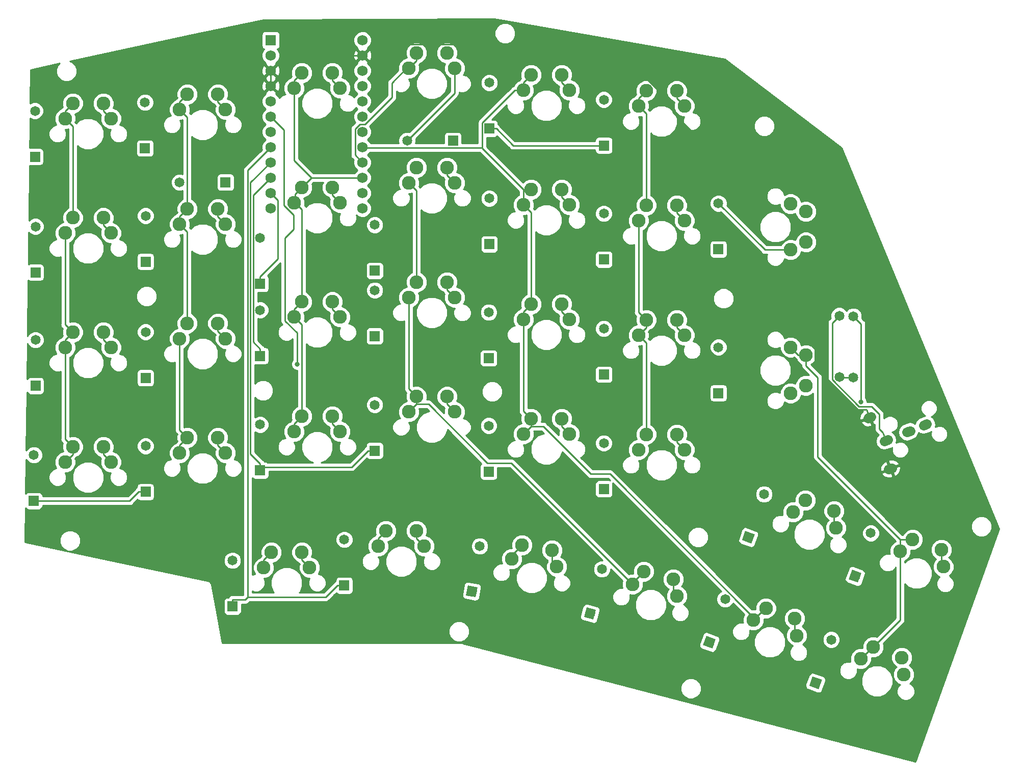
<source format=gbl>
G04 #@! TF.GenerationSoftware,KiCad,Pcbnew,(5.0.0)*
G04 #@! TF.CreationDate,2018-10-18T18:59:20-04:00*
G04 #@! TF.ProjectId,orthomac2,6F7274686F6D6163322E6B696361645F,rev?*
G04 #@! TF.SameCoordinates,Original*
G04 #@! TF.FileFunction,Copper,L2,Bot,Signal*
G04 #@! TF.FilePolarity,Positive*
%FSLAX46Y46*%
G04 Gerber Fmt 4.6, Leading zero omitted, Abs format (unit mm)*
G04 Created by KiCad (PCBNEW (5.0.0)) date 10/18/18 18:59:20*
%MOMM*%
%LPD*%
G01*
G04 APERTURE LIST*
G04 #@! TA.AperFunction,ComponentPad*
%ADD10C,1.752600*%
G04 #@! TD*
G04 #@! TA.AperFunction,ComponentPad*
%ADD11R,1.752600X1.752600*%
G04 #@! TD*
G04 #@! TA.AperFunction,ComponentPad*
%ADD12R,1.651000X1.651000*%
G04 #@! TD*
G04 #@! TA.AperFunction,ComponentPad*
%ADD13C,1.651000*%
G04 #@! TD*
G04 #@! TA.AperFunction,Conductor*
%ADD14C,0.100000*%
G04 #@! TD*
G04 #@! TA.AperFunction,ComponentPad*
%ADD15C,2.286000*%
G04 #@! TD*
G04 #@! TA.AperFunction,ComponentPad*
%ADD16C,1.600000*%
G04 #@! TD*
G04 #@! TA.AperFunction,Conductor*
%ADD17C,1.600000*%
G04 #@! TD*
G04 #@! TA.AperFunction,ViaPad*
%ADD18C,0.800000*%
G04 #@! TD*
G04 #@! TA.AperFunction,Conductor*
%ADD19C,0.250000*%
G04 #@! TD*
G04 #@! TA.AperFunction,Conductor*
%ADD20C,0.254000*%
G04 #@! TD*
G04 APERTURE END LIST*
D10*
G04 #@! TO.P,M1,24*
G04 #@! TO.N,Net-(M1-Pad24)*
X95182500Y-21936200D03*
G04 #@! TO.P,M1,12*
G04 #@! TO.N,/row0*
X79942500Y-49876200D03*
G04 #@! TO.P,M1,23*
G04 #@! TO.N,gnd*
X95182500Y-24476200D03*
G04 #@! TO.P,M1,22*
G04 #@! TO.N,Net-(M1-Pad22)*
X95182500Y-27016200D03*
G04 #@! TO.P,M1,21*
G04 #@! TO.N,vcc*
X95182500Y-29556200D03*
G04 #@! TO.P,M1,20*
G04 #@! TO.N,Net-(M1-Pad20)*
X95182500Y-32096200D03*
G04 #@! TO.P,M1,19*
G04 #@! TO.N,/col6*
X95182500Y-34636200D03*
G04 #@! TO.P,M1,18*
G04 #@! TO.N,/col5*
X95182500Y-37176200D03*
G04 #@! TO.P,M1,17*
G04 #@! TO.N,/col4*
X95182500Y-39716200D03*
G04 #@! TO.P,M1,16*
G04 #@! TO.N,/col3*
X95182500Y-42256200D03*
G04 #@! TO.P,M1,15*
G04 #@! TO.N,/col2*
X95182500Y-44796200D03*
G04 #@! TO.P,M1,14*
G04 #@! TO.N,/col1*
X95182500Y-47336200D03*
G04 #@! TO.P,M1,13*
G04 #@! TO.N,/col0*
X95182500Y-49876200D03*
G04 #@! TO.P,M1,11*
G04 #@! TO.N,/row1*
X79942500Y-47336200D03*
G04 #@! TO.P,M1,10*
G04 #@! TO.N,/row2*
X79942500Y-44796200D03*
G04 #@! TO.P,M1,9*
G04 #@! TO.N,/row3*
X79942500Y-42256200D03*
G04 #@! TO.P,M1,8*
G04 #@! TO.N,/row4*
X79942500Y-39716200D03*
G04 #@! TO.P,M1,7*
G04 #@! TO.N,Net-(M1-Pad7)*
X79942500Y-37176200D03*
G04 #@! TO.P,M1,6*
G04 #@! TO.N,scl*
X79942500Y-34636200D03*
G04 #@! TO.P,M1,5*
G04 #@! TO.N,sda*
X79942500Y-32096200D03*
G04 #@! TO.P,M1,4*
G04 #@! TO.N,gnd*
X79942500Y-29556200D03*
G04 #@! TO.P,M1,3*
X79942500Y-27016200D03*
G04 #@! TO.P,M1,2*
G04 #@! TO.N,Net-(M1-Pad2)*
X79942500Y-24476200D03*
D11*
G04 #@! TO.P,M1,1*
G04 #@! TO.N,Net-(M1-Pad1)*
X79942500Y-21936200D03*
G04 #@! TD*
D12*
G04 #@! TO.P,D26,1*
G04 #@! TO.N,/row3*
X135281000Y-96528800D03*
D13*
G04 #@! TO.P,D26,2*
G04 #@! TO.N,Net-(D26-Pad2)*
X135281000Y-88908800D03*
G04 #@! TD*
G04 #@! TO.P,D30,1*
G04 #@! TO.N,/row4*
X132982899Y-117211177D03*
D14*
G04 #@! TD*
G04 #@! TO.N,/row4*
G04 #@! TO.C,D30*
G36*
X132399182Y-116200150D02*
X133993926Y-116627460D01*
X133566616Y-118222204D01*
X131971872Y-117794894D01*
X132399182Y-116200150D01*
X132399182Y-116200150D01*
G37*
D13*
G04 #@! TO.P,D30,2*
G04 #@! TO.N,Net-(D30-Pad2)*
X134955101Y-109850823D03*
G04 #@! TD*
D12*
G04 #@! TO.P,D13,1*
G04 #@! TO.N,/row1*
X154312000Y-56685000D03*
D13*
G04 #@! TO.P,D13,2*
G04 #@! TO.N,Net-(D13-Pad2)*
X154312000Y-49065000D03*
G04 #@! TD*
D12*
G04 #@! TO.P,D19,1*
G04 #@! TO.N,/row2*
X135281000Y-77497500D03*
D13*
G04 #@! TO.P,D19,2*
G04 #@! TO.N,Net-(D19-Pad2)*
X135281000Y-69877500D03*
G04 #@! TD*
D12*
G04 #@! TO.P,D20,1*
G04 #@! TO.N,/row2*
X154312000Y-80591200D03*
D13*
G04 #@! TO.P,D20,2*
G04 #@! TO.N,Net-(D20-Pad2)*
X154312000Y-72971200D03*
G04 #@! TD*
D12*
G04 #@! TO.P,D12,1*
G04 #@! TO.N,/row1*
X135281000Y-58372500D03*
D13*
G04 #@! TO.P,D12,2*
G04 #@! TO.N,Net-(D12-Pad2)*
X135281000Y-50752500D03*
G04 #@! TD*
D12*
G04 #@! TO.P,D6,1*
G04 #@! TO.N,/row0*
X135281000Y-39435000D03*
D13*
G04 #@! TO.P,D6,2*
G04 #@! TO.N,Net-(D6-Pad2)*
X135281000Y-31815000D03*
G04 #@! TD*
G04 #@! TO.P,D32,1*
G04 #@! TO.N,/row4*
X159290903Y-104549229D03*
D14*
G04 #@! TD*
G04 #@! TO.N,/row4*
G04 #@! TO.C,D32*
G36*
X158797524Y-103491175D02*
X160348957Y-104055850D01*
X159784282Y-105607283D01*
X158232849Y-105042608D01*
X158797524Y-103491175D01*
X158797524Y-103491175D01*
G37*
D13*
G04 #@! TO.P,D32,2*
G04 #@! TO.N,Net-(D32-Pad2)*
X161897097Y-97388771D03*
G04 #@! TD*
G04 #@! TO.P,D31,1*
G04 #@! TO.N,/row4*
X152821903Y-121986229D03*
D14*
G04 #@! TD*
G04 #@! TO.N,/row4*
G04 #@! TO.C,D31*
G36*
X152328524Y-120928175D02*
X153879957Y-121492850D01*
X153315282Y-123044283D01*
X151763849Y-122479608D01*
X152328524Y-120928175D01*
X152328524Y-120928175D01*
G37*
D13*
G04 #@! TO.P,D31,2*
G04 #@! TO.N,Net-(D31-Pad2)*
X155428097Y-114825771D03*
G04 #@! TD*
D12*
G04 #@! TO.P,D1,1*
G04 #@! TO.N,/row0*
X40781200Y-41310000D03*
D13*
G04 #@! TO.P,D1,2*
G04 #@! TO.N,Net-(D1-Pad2)*
X40781200Y-33690000D03*
G04 #@! TD*
D12*
G04 #@! TO.P,D2,1*
G04 #@! TO.N,/row0*
X59062500Y-39903800D03*
D13*
G04 #@! TO.P,D2,2*
G04 #@! TO.N,Net-(D2-Pad2)*
X59062500Y-32283800D03*
G04 #@! TD*
D12*
G04 #@! TO.P,D3,1*
G04 #@! TO.N,/row0*
X72435000Y-45562500D03*
D13*
G04 #@! TO.P,D3,2*
G04 #@! TO.N,Net-(D3-Pad2)*
X64815000Y-45562500D03*
G04 #@! TD*
D12*
G04 #@! TO.P,D4,1*
G04 #@! TO.N,/row0*
X110216000Y-38625000D03*
D13*
G04 #@! TO.P,D4,2*
G04 #@! TO.N,Net-(D4-Pad2)*
X102596000Y-38625000D03*
G04 #@! TD*
D12*
G04 #@! TO.P,D5,1*
G04 #@! TO.N,/row0*
X116250000Y-36622500D03*
D13*
G04 #@! TO.P,D5,2*
G04 #@! TO.N,Net-(D5-Pad2)*
X116250000Y-29002500D03*
G04 #@! TD*
D12*
G04 #@! TO.P,D7,1*
G04 #@! TO.N,/row1*
X40875000Y-60528800D03*
D13*
G04 #@! TO.P,D7,2*
G04 #@! TO.N,Net-(D7-Pad2)*
X40875000Y-52908800D03*
G04 #@! TD*
D12*
G04 #@! TO.P,D8,1*
G04 #@! TO.N,/row1*
X59156200Y-58747500D03*
D13*
G04 #@! TO.P,D8,2*
G04 #@! TO.N,Net-(D8-Pad2)*
X59156200Y-51127500D03*
G04 #@! TD*
D12*
G04 #@! TO.P,D9,1*
G04 #@! TO.N,/row1*
X78187500Y-62403800D03*
D13*
G04 #@! TO.P,D9,2*
G04 #@! TO.N,Net-(D9-Pad2)*
X78187500Y-54783800D03*
G04 #@! TD*
D12*
G04 #@! TO.P,D10,1*
G04 #@! TO.N,/row1*
X97218800Y-60247500D03*
D13*
G04 #@! TO.P,D10,2*
G04 #@! TO.N,Net-(D10-Pad2)*
X97218800Y-52627500D03*
G04 #@! TD*
D12*
G04 #@! TO.P,D11,1*
G04 #@! TO.N,/row1*
X116250000Y-55841200D03*
D13*
G04 #@! TO.P,D11,2*
G04 #@! TO.N,Net-(D11-Pad2)*
X116250000Y-48221200D03*
G04 #@! TD*
D12*
G04 #@! TO.P,D14,1*
G04 #@! TO.N,/row2*
X40875000Y-79372500D03*
D13*
G04 #@! TO.P,D14,2*
G04 #@! TO.N,Net-(D14-Pad2)*
X40875000Y-71752500D03*
G04 #@! TD*
D12*
G04 #@! TO.P,D15,1*
G04 #@! TO.N,/row2*
X59156200Y-78060000D03*
D13*
G04 #@! TO.P,D15,2*
G04 #@! TO.N,Net-(D15-Pad2)*
X59156200Y-70440000D03*
G04 #@! TD*
D12*
G04 #@! TO.P,D16,1*
G04 #@! TO.N,/row2*
X78187500Y-74403800D03*
D13*
G04 #@! TO.P,D16,2*
G04 #@! TO.N,Net-(D16-Pad2)*
X78187500Y-66783800D03*
G04 #@! TD*
D12*
G04 #@! TO.P,D17,1*
G04 #@! TO.N,/row2*
X97218800Y-71122500D03*
D13*
G04 #@! TO.P,D17,2*
G04 #@! TO.N,Net-(D17-Pad2)*
X97218800Y-63502500D03*
G04 #@! TD*
D12*
G04 #@! TO.P,D18,1*
G04 #@! TO.N,/row2*
X116156000Y-74778800D03*
D13*
G04 #@! TO.P,D18,2*
G04 #@! TO.N,Net-(D18-Pad2)*
X116156000Y-67158800D03*
G04 #@! TD*
D12*
G04 #@! TO.P,D21,1*
G04 #@! TO.N,/row3*
X40593800Y-98497500D03*
D13*
G04 #@! TO.P,D21,2*
G04 #@! TO.N,Net-(D21-Pad2)*
X40593800Y-90877500D03*
G04 #@! TD*
D12*
G04 #@! TO.P,D22,1*
G04 #@! TO.N,/row3*
X59156200Y-96997500D03*
D13*
G04 #@! TO.P,D22,2*
G04 #@! TO.N,Net-(D22-Pad2)*
X59156200Y-89377500D03*
G04 #@! TD*
D12*
G04 #@! TO.P,D23,1*
G04 #@! TO.N,/row3*
X78187500Y-93435000D03*
D13*
G04 #@! TO.P,D23,2*
G04 #@! TO.N,Net-(D23-Pad2)*
X78187500Y-85815000D03*
G04 #@! TD*
D12*
G04 #@! TO.P,D24,1*
G04 #@! TO.N,/row3*
X97218800Y-90153800D03*
D13*
G04 #@! TO.P,D24,2*
G04 #@! TO.N,Net-(D24-Pad2)*
X97218800Y-82533800D03*
G04 #@! TD*
D12*
G04 #@! TO.P,D25,1*
G04 #@! TO.N,/row3*
X116156000Y-93622500D03*
D13*
G04 #@! TO.P,D25,2*
G04 #@! TO.N,Net-(D25-Pad2)*
X116156000Y-86002500D03*
G04 #@! TD*
D12*
G04 #@! TO.P,D27,1*
G04 #@! TO.N,/row4*
X73593800Y-116029000D03*
D13*
G04 #@! TO.P,D27,2*
G04 #@! TO.N,Net-(D27-Pad2)*
X73593800Y-108409000D03*
G04 #@! TD*
D12*
G04 #@! TO.P,D28,1*
G04 #@! TO.N,/row4*
X92156200Y-112560000D03*
D13*
G04 #@! TO.P,D28,2*
G04 #@! TO.N,Net-(D28-Pad2)*
X92156200Y-104940000D03*
G04 #@! TD*
G04 #@! TO.P,D29,1*
G04 #@! TO.N,/row4*
X113338400Y-113533118D03*
D14*
G04 #@! TD*
G04 #@! TO.N,/row4*
G04 #@! TO.C,D29*
G36*
X112668788Y-112576813D02*
X114294705Y-112863506D01*
X114008012Y-114489423D01*
X112382095Y-114202730D01*
X112668788Y-112576813D01*
X112668788Y-112576813D01*
G37*
D13*
G04 #@! TO.P,D29,2*
G04 #@! TO.N,Net-(D29-Pad2)*
X114661600Y-106028882D03*
G04 #@! TD*
G04 #@! TO.P,D33,1*
G04 #@! TO.N,/row3*
X177008903Y-111018229D03*
D14*
G04 #@! TD*
G04 #@! TO.N,/row3*
G04 #@! TO.C,D33*
G36*
X176515524Y-109960175D02*
X178066957Y-110524850D01*
X177502282Y-112076283D01*
X175950849Y-111511608D01*
X176515524Y-109960175D01*
X176515524Y-109960175D01*
G37*
D13*
G04 #@! TO.P,D33,2*
G04 #@! TO.N,Net-(D33-Pad2)*
X179615097Y-103857771D03*
G04 #@! TD*
G04 #@! TO.P,D34,1*
G04 #@! TO.N,/row4*
X170446903Y-128736229D03*
D14*
G04 #@! TD*
G04 #@! TO.N,/row4*
G04 #@! TO.C,D34*
G36*
X169953524Y-127678175D02*
X171504957Y-128242850D01*
X170940282Y-129794283D01*
X169388849Y-129229608D01*
X169953524Y-127678175D01*
X169953524Y-127678175D01*
G37*
D13*
G04 #@! TO.P,D34,2*
G04 #@! TO.N,Net-(D34-Pad2)*
X173053097Y-121575771D03*
G04 #@! TD*
D15*
G04 #@! TO.P,K20,2*
G04 #@! TO.N,Net-(D20-Pad2)*
X166321000Y-80591200D03*
G04 #@! TO.P,K20,1*
G04 #@! TO.N,/col6*
X168861000Y-74241200D03*
G04 #@! TO.P,K20,2*
G04 #@! TO.N,Net-(D20-Pad2)*
X168861000Y-79321200D03*
G04 #@! TO.P,K20,1*
G04 #@! TO.N,/col6*
X166321000Y-72971200D03*
G04 #@! TD*
G04 #@! TO.P,K13,2*
G04 #@! TO.N,Net-(D13-Pad2)*
X166321000Y-56778800D03*
G04 #@! TO.P,K13,1*
G04 #@! TO.N,/col6*
X168861000Y-50428800D03*
G04 #@! TO.P,K13,2*
G04 #@! TO.N,Net-(D13-Pad2)*
X168861000Y-55508800D03*
G04 #@! TO.P,K13,1*
G04 #@! TO.N,/col6*
X166321000Y-49158800D03*
G04 #@! TD*
G04 #@! TO.P,K21,1*
G04 #@! TO.N,/col0*
X45783800Y-92053800D03*
G04 #@! TO.P,K21,2*
G04 #@! TO.N,Net-(D21-Pad2)*
X52133800Y-89513800D03*
G04 #@! TO.P,K21,1*
G04 #@! TO.N,/col0*
X47053800Y-89513800D03*
G04 #@! TO.P,K21,2*
G04 #@! TO.N,Net-(D21-Pad2)*
X53403800Y-92053800D03*
G04 #@! TD*
G04 #@! TO.P,K14,1*
G04 #@! TO.N,/col0*
X45783800Y-73022500D03*
G04 #@! TO.P,K14,2*
G04 #@! TO.N,Net-(D14-Pad2)*
X52133800Y-70482500D03*
G04 #@! TO.P,K14,1*
G04 #@! TO.N,/col0*
X47053800Y-70482500D03*
G04 #@! TO.P,K14,2*
G04 #@! TO.N,Net-(D14-Pad2)*
X53403800Y-73022500D03*
G04 #@! TD*
G04 #@! TO.P,K7,1*
G04 #@! TO.N,/col0*
X45783800Y-53991200D03*
G04 #@! TO.P,K7,2*
G04 #@! TO.N,Net-(D7-Pad2)*
X52133800Y-51451200D03*
G04 #@! TO.P,K7,1*
G04 #@! TO.N,/col0*
X47053800Y-51451200D03*
G04 #@! TO.P,K7,2*
G04 #@! TO.N,Net-(D7-Pad2)*
X53403800Y-53991200D03*
G04 #@! TD*
G04 #@! TO.P,K8,1*
G04 #@! TO.N,/col1*
X64815000Y-52491200D03*
G04 #@! TO.P,K8,2*
G04 #@! TO.N,Net-(D8-Pad2)*
X71165000Y-49951200D03*
G04 #@! TO.P,K8,1*
G04 #@! TO.N,/col1*
X66085000Y-49951200D03*
G04 #@! TO.P,K8,2*
G04 #@! TO.N,Net-(D8-Pad2)*
X72435000Y-52491200D03*
G04 #@! TD*
G04 #@! TO.P,K15,1*
G04 #@! TO.N,/col1*
X64815000Y-71522500D03*
G04 #@! TO.P,K15,2*
G04 #@! TO.N,Net-(D15-Pad2)*
X71165000Y-68982500D03*
G04 #@! TO.P,K15,1*
G04 #@! TO.N,/col1*
X66085000Y-68982500D03*
G04 #@! TO.P,K15,2*
G04 #@! TO.N,Net-(D15-Pad2)*
X72435000Y-71522500D03*
G04 #@! TD*
G04 #@! TO.P,K22,1*
G04 #@! TO.N,/col1*
X64815000Y-90553800D03*
G04 #@! TO.P,K22,2*
G04 #@! TO.N,Net-(D22-Pad2)*
X71165000Y-88013800D03*
G04 #@! TO.P,K22,1*
G04 #@! TO.N,/col1*
X66085000Y-88013800D03*
G04 #@! TO.P,K22,2*
G04 #@! TO.N,Net-(D22-Pad2)*
X72435000Y-90553800D03*
G04 #@! TD*
G04 #@! TO.P,K23,1*
G04 #@! TO.N,/col2*
X83846200Y-86991200D03*
G04 #@! TO.P,K23,2*
G04 #@! TO.N,Net-(D23-Pad2)*
X90196200Y-84451200D03*
G04 #@! TO.P,K23,1*
G04 #@! TO.N,/col2*
X85116200Y-84451200D03*
G04 #@! TO.P,K23,2*
G04 #@! TO.N,Net-(D23-Pad2)*
X91466200Y-86991200D03*
G04 #@! TD*
G04 #@! TO.P,K16,1*
G04 #@! TO.N,/col2*
X83846200Y-67960000D03*
G04 #@! TO.P,K16,2*
G04 #@! TO.N,Net-(D16-Pad2)*
X90196200Y-65420000D03*
G04 #@! TO.P,K16,1*
G04 #@! TO.N,/col2*
X85116200Y-65420000D03*
G04 #@! TO.P,K16,2*
G04 #@! TO.N,Net-(D16-Pad2)*
X91466200Y-67960000D03*
G04 #@! TD*
G04 #@! TO.P,K9,1*
G04 #@! TO.N,/col2*
X83846200Y-48928800D03*
G04 #@! TO.P,K9,2*
G04 #@! TO.N,Net-(D9-Pad2)*
X90196200Y-46388800D03*
G04 #@! TO.P,K9,1*
G04 #@! TO.N,/col2*
X85116200Y-46388800D03*
G04 #@! TO.P,K9,2*
G04 #@! TO.N,Net-(D9-Pad2)*
X91466200Y-48928800D03*
G04 #@! TD*
G04 #@! TO.P,K24,1*
G04 #@! TO.N,/col3*
X102878000Y-83710000D03*
G04 #@! TO.P,K24,2*
G04 #@! TO.N,Net-(D24-Pad2)*
X109228000Y-81170000D03*
G04 #@! TO.P,K24,1*
G04 #@! TO.N,/col3*
X104148000Y-81170000D03*
G04 #@! TO.P,K24,2*
G04 #@! TO.N,Net-(D24-Pad2)*
X110498000Y-83710000D03*
G04 #@! TD*
G04 #@! TO.P,K17,1*
G04 #@! TO.N,/col3*
X102878000Y-64678800D03*
G04 #@! TO.P,K17,2*
G04 #@! TO.N,Net-(D17-Pad2)*
X109228000Y-62138800D03*
G04 #@! TO.P,K17,1*
G04 #@! TO.N,/col3*
X104148000Y-62138800D03*
G04 #@! TO.P,K17,2*
G04 #@! TO.N,Net-(D17-Pad2)*
X110498000Y-64678800D03*
G04 #@! TD*
G04 #@! TO.P,K10,1*
G04 #@! TO.N,/col3*
X102878000Y-45647500D03*
G04 #@! TO.P,K10,2*
G04 #@! TO.N,Net-(D10-Pad2)*
X109228000Y-43107500D03*
G04 #@! TO.P,K10,1*
G04 #@! TO.N,/col3*
X104148000Y-43107500D03*
G04 #@! TO.P,K10,2*
G04 #@! TO.N,Net-(D10-Pad2)*
X110498000Y-45647500D03*
G04 #@! TD*
G04 #@! TO.P,K11,1*
G04 #@! TO.N,/col4*
X121909000Y-49303800D03*
G04 #@! TO.P,K11,2*
G04 #@! TO.N,Net-(D11-Pad2)*
X128259000Y-46763800D03*
G04 #@! TO.P,K11,1*
G04 #@! TO.N,/col4*
X123179000Y-46763800D03*
G04 #@! TO.P,K11,2*
G04 #@! TO.N,Net-(D11-Pad2)*
X129529000Y-49303800D03*
G04 #@! TD*
G04 #@! TO.P,K18,1*
G04 #@! TO.N,/col4*
X121909000Y-68335000D03*
G04 #@! TO.P,K18,2*
G04 #@! TO.N,Net-(D18-Pad2)*
X128259000Y-65795000D03*
G04 #@! TO.P,K18,1*
G04 #@! TO.N,/col4*
X123179000Y-65795000D03*
G04 #@! TO.P,K18,2*
G04 #@! TO.N,Net-(D18-Pad2)*
X129529000Y-68335000D03*
G04 #@! TD*
G04 #@! TO.P,K25,1*
G04 #@! TO.N,/col4*
X121909000Y-87366200D03*
G04 #@! TO.P,K25,2*
G04 #@! TO.N,Net-(D25-Pad2)*
X128259000Y-84826200D03*
G04 #@! TO.P,K25,1*
G04 #@! TO.N,/col4*
X123179000Y-84826200D03*
G04 #@! TO.P,K25,2*
G04 #@! TO.N,Net-(D25-Pad2)*
X129529000Y-87366200D03*
G04 #@! TD*
G04 #@! TO.P,K26,1*
G04 #@! TO.N,/col5*
X141034000Y-89991200D03*
G04 #@! TO.P,K26,2*
G04 #@! TO.N,Net-(D26-Pad2)*
X147384000Y-87451200D03*
G04 #@! TO.P,K26,1*
G04 #@! TO.N,/col5*
X142304000Y-87451200D03*
G04 #@! TO.P,K26,2*
G04 #@! TO.N,Net-(D26-Pad2)*
X148654000Y-89991200D03*
G04 #@! TD*
G04 #@! TO.P,K19,1*
G04 #@! TO.N,/col5*
X141034000Y-70960000D03*
G04 #@! TO.P,K19,2*
G04 #@! TO.N,Net-(D19-Pad2)*
X147384000Y-68420000D03*
G04 #@! TO.P,K19,1*
G04 #@! TO.N,/col5*
X142304000Y-68420000D03*
G04 #@! TO.P,K19,2*
G04 #@! TO.N,Net-(D19-Pad2)*
X148654000Y-70960000D03*
G04 #@! TD*
G04 #@! TO.P,K12,1*
G04 #@! TO.N,/col5*
X141034000Y-51928800D03*
G04 #@! TO.P,K12,2*
G04 #@! TO.N,Net-(D12-Pad2)*
X147384000Y-49388800D03*
G04 #@! TO.P,K12,1*
G04 #@! TO.N,/col5*
X142304000Y-49388800D03*
G04 #@! TO.P,K12,2*
G04 #@! TO.N,Net-(D12-Pad2)*
X148654000Y-51928800D03*
G04 #@! TD*
G04 #@! TO.P,K31,1*
G04 #@! TO.N,/col4*
X160132502Y-118279084D03*
G04 #@! TO.P,K31,2*
G04 #@! TO.N,Net-(D31-Pad2)*
X166968283Y-118064093D03*
G04 #@! TO.P,K31,1*
G04 #@! TO.N,/col4*
X162194643Y-116326630D03*
G04 #@! TO.P,K31,2*
G04 #@! TO.N,Net-(D31-Pad2)*
X167292960Y-120885277D03*
G04 #@! TD*
G04 #@! TO.P,K34,1*
G04 #@! TO.N,/col6*
X177944502Y-124748084D03*
G04 #@! TO.P,K34,2*
G04 #@! TO.N,Net-(D34-Pad2)*
X184780283Y-124533093D03*
G04 #@! TO.P,K34,1*
G04 #@! TO.N,/col6*
X180006643Y-122795630D03*
G04 #@! TO.P,K34,2*
G04 #@! TO.N,Net-(D34-Pad2)*
X185104960Y-127354277D03*
G04 #@! TD*
G04 #@! TO.P,K33,1*
G04 #@! TO.N,/col6*
X184507502Y-106841084D03*
G04 #@! TO.P,K33,2*
G04 #@! TO.N,Net-(D33-Pad2)*
X191343283Y-106626093D03*
G04 #@! TO.P,K33,1*
G04 #@! TO.N,/col6*
X186569643Y-104888630D03*
G04 #@! TO.P,K33,2*
G04 #@! TO.N,Net-(D33-Pad2)*
X191667960Y-109447277D03*
G04 #@! TD*
G04 #@! TO.P,K4,1*
G04 #@! TO.N,/col3*
X102878000Y-26616200D03*
G04 #@! TO.P,K4,2*
G04 #@! TO.N,Net-(D4-Pad2)*
X109228000Y-24076200D03*
G04 #@! TO.P,K4,1*
G04 #@! TO.N,/col3*
X104148000Y-24076200D03*
G04 #@! TO.P,K4,2*
G04 #@! TO.N,Net-(D4-Pad2)*
X110498000Y-26616200D03*
G04 #@! TD*
G04 #@! TO.P,K1,1*
G04 #@! TO.N,/col0*
X45783800Y-34960000D03*
G04 #@! TO.P,K1,2*
G04 #@! TO.N,Net-(D1-Pad2)*
X52133800Y-32420000D03*
G04 #@! TO.P,K1,1*
G04 #@! TO.N,/col0*
X47053800Y-32420000D03*
G04 #@! TO.P,K1,2*
G04 #@! TO.N,Net-(D1-Pad2)*
X53403800Y-34960000D03*
G04 #@! TD*
G04 #@! TO.P,K32,1*
G04 #@! TO.N,/col5*
X166694502Y-100372084D03*
G04 #@! TO.P,K32,2*
G04 #@! TO.N,Net-(D32-Pad2)*
X173530283Y-100157093D03*
G04 #@! TO.P,K32,1*
G04 #@! TO.N,/col5*
X168756643Y-98419630D03*
G04 #@! TO.P,K32,2*
G04 #@! TO.N,Net-(D32-Pad2)*
X173854960Y-102978277D03*
G04 #@! TD*
G04 #@! TO.P,K30,1*
G04 #@! TO.N,/col3*
X140039223Y-112341448D03*
G04 #@! TO.P,K30,2*
G04 #@! TO.N,Net-(D30-Pad2)*
X146830252Y-111531497D03*
G04 #@! TO.P,K30,1*
G04 #@! TO.N,/col3*
X141923349Y-110216696D03*
G04 #@! TO.P,K30,2*
G04 #@! TO.N,Net-(D30-Pad2)*
X147399578Y-114313649D03*
G04 #@! TD*
G04 #@! TO.P,K6,1*
G04 #@! TO.N,/col5*
X141034000Y-32897500D03*
G04 #@! TO.P,K6,2*
G04 #@! TO.N,Net-(D6-Pad2)*
X147384000Y-30357500D03*
G04 #@! TO.P,K6,1*
G04 #@! TO.N,/col5*
X142304000Y-30357500D03*
G04 #@! TO.P,K6,2*
G04 #@! TO.N,Net-(D6-Pad2)*
X148654000Y-32897500D03*
G04 #@! TD*
G04 #@! TO.P,K2,1*
G04 #@! TO.N,/col1*
X64815000Y-33460000D03*
G04 #@! TO.P,K2,2*
G04 #@! TO.N,Net-(D2-Pad2)*
X71165000Y-30920000D03*
G04 #@! TO.P,K2,1*
G04 #@! TO.N,/col1*
X66085000Y-30920000D03*
G04 #@! TO.P,K2,2*
G04 #@! TO.N,Net-(D2-Pad2)*
X72435000Y-33460000D03*
G04 #@! TD*
G04 #@! TO.P,K3,1*
G04 #@! TO.N,/col2*
X83846200Y-29897500D03*
G04 #@! TO.P,K3,2*
G04 #@! TO.N,Net-(D3-Pad2)*
X90196200Y-27357500D03*
G04 #@! TO.P,K3,1*
G04 #@! TO.N,/col2*
X85116200Y-27357500D03*
G04 #@! TO.P,K3,2*
G04 #@! TO.N,Net-(D3-Pad2)*
X91466200Y-29897500D03*
G04 #@! TD*
G04 #@! TO.P,K5,1*
G04 #@! TO.N,/col4*
X121909000Y-30272500D03*
G04 #@! TO.P,K5,2*
G04 #@! TO.N,Net-(D5-Pad2)*
X128259000Y-27732500D03*
G04 #@! TO.P,K5,1*
G04 #@! TO.N,/col4*
X123179000Y-27732500D03*
G04 #@! TO.P,K5,2*
G04 #@! TO.N,Net-(D5-Pad2)*
X129529000Y-30272500D03*
G04 #@! TD*
G04 #@! TO.P,K27,1*
G04 #@! TO.N,/col0*
X78783800Y-109585000D03*
G04 #@! TO.P,K27,2*
G04 #@! TO.N,Net-(D27-Pad2)*
X85133800Y-107045000D03*
G04 #@! TO.P,K27,1*
G04 #@! TO.N,/col0*
X80053800Y-107045000D03*
G04 #@! TO.P,K27,2*
G04 #@! TO.N,Net-(D27-Pad2)*
X86403800Y-109585000D03*
G04 #@! TD*
G04 #@! TO.P,K28,1*
G04 #@! TO.N,/col1*
X97815000Y-106022000D03*
G04 #@! TO.P,K28,2*
G04 #@! TO.N,Net-(D28-Pad2)*
X104165000Y-103482000D03*
G04 #@! TO.P,K28,1*
G04 #@! TO.N,/col1*
X99085000Y-103482000D03*
G04 #@! TO.P,K28,2*
G04 #@! TO.N,Net-(D28-Pad2)*
X105435000Y-106022000D03*
G04 #@! TD*
G04 #@! TO.P,K29,1*
G04 #@! TO.N,/col2*
X119969949Y-108117989D03*
G04 #@! TO.P,K29,2*
G04 #@! TO.N,Net-(D29-Pad2)*
X126664544Y-106719243D03*
G04 #@! TO.P,K29,1*
G04 #@! TO.N,/col2*
X121661721Y-105837110D03*
G04 #@! TO.P,K29,2*
G04 #@! TO.N,Net-(D29-Pad2)*
X127474184Y-109441188D03*
G04 #@! TD*
D16*
G04 #@! TO.P,J1,1*
G04 #@! TO.N,gnd*
X182871012Y-93154299D03*
D17*
G04 #@! TD*
G04 #@! TO.N,gnd*
G04 #@! TO.C,J1*
X183149167Y-93041917D02*
X182592857Y-93266681D01*
D16*
G04 #@! TO.P,J1,1*
G04 #@! TO.N,gnd*
X179424632Y-84624209D03*
D17*
G04 #@! TD*
G04 #@! TO.N,gnd*
G04 #@! TO.C,J1*
X179702787Y-84511827D02*
X179146477Y-84736591D01*
D16*
G04 #@! TO.P,J1,2*
G04 #@! TO.N,sda*
X182167725Y-88477188D03*
D17*
G04 #@! TD*
G04 #@! TO.N,sda*
G04 #@! TO.C,J1*
X182445880Y-88364806D02*
X181889570Y-88589570D01*
D16*
G04 #@! TO.P,J1,4*
G04 #@! TO.N,scl*
X188658014Y-85854940D03*
D17*
G04 #@! TD*
G04 #@! TO.N,scl*
G04 #@! TO.C,J1*
X188936169Y-85742558D02*
X188379859Y-85967322D01*
D16*
G04 #@! TO.P,J1,3*
G04 #@! TO.N,vcc*
X185876460Y-86978761D03*
D17*
G04 #@! TD*
G04 #@! TO.N,vcc*
G04 #@! TO.C,J1*
X186154615Y-86866379D02*
X185598305Y-87091143D01*
D13*
G04 #@! TO.P,R1,1*
G04 #@! TO.N,vcc*
X174382000Y-77887600D03*
G04 #@! TO.P,R1,2*
G04 #@! TO.N,sda*
X174382000Y-67727600D03*
G04 #@! TD*
G04 #@! TO.P,R2,1*
G04 #@! TO.N,scl*
X176726000Y-67821300D03*
G04 #@! TO.P,R2,2*
G04 #@! TO.N,vcc*
X176726000Y-77981300D03*
G04 #@! TD*
D18*
G04 #@! TO.N,scl*
X177982700Y-82094200D03*
X84337600Y-75765400D03*
G04 #@! TD*
D19*
G04 #@! TO.N,/row0*
X116250000Y-36622500D02*
X117400800Y-36622500D01*
X117400800Y-36622500D02*
X120213300Y-39435000D01*
X120213300Y-39435000D02*
X135281000Y-39435000D01*
G04 #@! TO.N,Net-(D1-Pad2)*
X53403800Y-34960000D02*
X52133800Y-33690000D01*
X52133800Y-33690000D02*
X52133800Y-32420000D01*
G04 #@! TO.N,Net-(D2-Pad2)*
X72435000Y-33460000D02*
X71165000Y-32190000D01*
X71165000Y-32190000D02*
X71165000Y-30920000D01*
G04 #@! TO.N,Net-(D3-Pad2)*
X91466200Y-29897500D02*
X90196200Y-28627500D01*
X90196200Y-28627500D02*
X90196200Y-27357500D01*
G04 #@! TO.N,Net-(D4-Pad2)*
X110498000Y-26616200D02*
X110498000Y-30723000D01*
X110498000Y-30723000D02*
X102596000Y-38625000D01*
G04 #@! TO.N,Net-(D5-Pad2)*
X129529000Y-30272500D02*
X128259000Y-29002500D01*
X128259000Y-29002500D02*
X128259000Y-27732500D01*
G04 #@! TO.N,Net-(D6-Pad2)*
X148654000Y-32897500D02*
X147384000Y-31627500D01*
X147384000Y-31627500D02*
X147384000Y-30357500D01*
G04 #@! TO.N,Net-(D7-Pad2)*
X53403800Y-53991200D02*
X52133800Y-52721200D01*
X52133800Y-52721200D02*
X52133800Y-51451200D01*
G04 #@! TO.N,/row1*
X78187500Y-62403800D02*
X78187500Y-61253000D01*
X79942500Y-47336200D02*
X81149600Y-48543300D01*
X81149600Y-48543300D02*
X81149600Y-58290900D01*
X81149600Y-58290900D02*
X78187500Y-61253000D01*
G04 #@! TO.N,Net-(D8-Pad2)*
X72435000Y-52491200D02*
X71165000Y-51221200D01*
X71165000Y-51221200D02*
X71165000Y-49951200D01*
G04 #@! TO.N,Net-(D9-Pad2)*
X91466200Y-48928800D02*
X90196200Y-47658800D01*
X90196200Y-47658800D02*
X90196200Y-46388800D01*
G04 #@! TO.N,Net-(D10-Pad2)*
X110498000Y-45647500D02*
X109228000Y-44377500D01*
X109228000Y-44377500D02*
X109228000Y-43107500D01*
G04 #@! TO.N,Net-(D11-Pad2)*
X129529000Y-49303800D02*
X128259000Y-48033800D01*
X128259000Y-48033800D02*
X128259000Y-46763800D01*
G04 #@! TO.N,Net-(D12-Pad2)*
X148654000Y-51928800D02*
X147384000Y-50658800D01*
X147384000Y-50658800D02*
X147384000Y-49388800D01*
G04 #@! TO.N,Net-(D13-Pad2)*
X166321000Y-56778800D02*
X162025800Y-56778800D01*
X162025800Y-56778800D02*
X154312000Y-49065000D01*
G04 #@! TO.N,Net-(D14-Pad2)*
X53403800Y-73022500D02*
X52133800Y-71752500D01*
X52133800Y-71752500D02*
X52133800Y-70482500D01*
G04 #@! TO.N,/row2*
X78187500Y-73253000D02*
X77036700Y-72102200D01*
X77036700Y-72102200D02*
X77036700Y-47702000D01*
X77036700Y-47702000D02*
X79942500Y-44796200D01*
X78187500Y-74403800D02*
X78187500Y-73253000D01*
G04 #@! TO.N,Net-(D15-Pad2)*
X72435000Y-71522500D02*
X71165000Y-70252500D01*
X71165000Y-70252500D02*
X71165000Y-68982500D01*
G04 #@! TO.N,Net-(D16-Pad2)*
X91466200Y-67960000D02*
X90196200Y-66690000D01*
X90196200Y-66690000D02*
X90196200Y-65420000D01*
G04 #@! TO.N,Net-(D17-Pad2)*
X110498000Y-64678800D02*
X109228000Y-63408800D01*
X109228000Y-63408800D02*
X109228000Y-62138800D01*
G04 #@! TO.N,Net-(D18-Pad2)*
X129529000Y-68335000D02*
X128259000Y-67065000D01*
X128259000Y-67065000D02*
X128259000Y-65795000D01*
G04 #@! TO.N,Net-(D19-Pad2)*
X148654000Y-70960000D02*
X147384000Y-69690000D01*
X147384000Y-69690000D02*
X147384000Y-68420000D01*
G04 #@! TO.N,/row3*
X59156200Y-96997500D02*
X58005400Y-96997500D01*
X58005400Y-96997500D02*
X56505400Y-98497500D01*
X56505400Y-98497500D02*
X40593800Y-98497500D01*
X97218800Y-90153800D02*
X96068000Y-90153800D01*
X78187500Y-92859600D02*
X93362200Y-92859600D01*
X93362200Y-92859600D02*
X96068000Y-90153800D01*
X78187500Y-92859600D02*
X78187500Y-92284200D01*
X78187500Y-93435000D02*
X78187500Y-92859600D01*
X78187500Y-92284200D02*
X76586100Y-90682800D01*
X76586100Y-90682800D02*
X76586100Y-45612600D01*
X76586100Y-45612600D02*
X79942500Y-42256200D01*
G04 #@! TO.N,Net-(D21-Pad2)*
X53403800Y-92053800D02*
X52133800Y-90783800D01*
X52133800Y-90783800D02*
X52133800Y-89513800D01*
G04 #@! TO.N,Net-(D22-Pad2)*
X72435000Y-90553800D02*
X71165000Y-89283800D01*
X71165000Y-89283800D02*
X71165000Y-88013800D01*
G04 #@! TO.N,Net-(D23-Pad2)*
X91466200Y-86991200D02*
X90196200Y-85721200D01*
X90196200Y-85721200D02*
X90196200Y-84451200D01*
G04 #@! TO.N,Net-(D24-Pad2)*
X110498000Y-83710000D02*
X109228000Y-82440000D01*
X109228000Y-82440000D02*
X109228000Y-81170000D01*
G04 #@! TO.N,Net-(D25-Pad2)*
X129529000Y-87366200D02*
X128259000Y-86096200D01*
X128259000Y-86096200D02*
X128259000Y-84826200D01*
G04 #@! TO.N,Net-(D26-Pad2)*
X148654000Y-89991200D02*
X147384000Y-88721200D01*
X147384000Y-88721200D02*
X147384000Y-87451200D01*
G04 #@! TO.N,Net-(D27-Pad2)*
X86403800Y-109585000D02*
X85133800Y-108315000D01*
X85133800Y-108315000D02*
X85133800Y-107045000D01*
G04 #@! TO.N,/row4*
X76119000Y-114486500D02*
X75727300Y-114878200D01*
X75727300Y-114878200D02*
X73593800Y-114878200D01*
X79942500Y-39716200D02*
X76119000Y-43539700D01*
X76119000Y-43539700D02*
X76119000Y-114486500D01*
X76119000Y-114486500D02*
X89078900Y-114486500D01*
X89078900Y-114486500D02*
X91005400Y-112560000D01*
X92156200Y-112560000D02*
X91005400Y-112560000D01*
X73593800Y-116029000D02*
X73593800Y-114878200D01*
G04 #@! TO.N,Net-(D28-Pad2)*
X105435000Y-106022000D02*
X104165000Y-104752000D01*
X104165000Y-104752000D02*
X104165000Y-103482000D01*
G04 #@! TO.N,Net-(D29-Pad2)*
X127474200Y-109441200D02*
X126664500Y-108631500D01*
X126664500Y-108631500D02*
X126664500Y-106719200D01*
G04 #@! TO.N,Net-(D30-Pad2)*
X147399600Y-114313600D02*
X146830300Y-113744300D01*
X146830300Y-113744300D02*
X146830300Y-111531500D01*
G04 #@! TO.N,Net-(D31-Pad2)*
X167293000Y-120885300D02*
X166968300Y-120560600D01*
X166968300Y-120560600D02*
X166968300Y-118064100D01*
G04 #@! TO.N,Net-(D32-Pad2)*
X173855000Y-102978300D02*
X173530300Y-102653600D01*
X173530300Y-102653600D02*
X173530300Y-100157100D01*
G04 #@! TO.N,/col0*
X47053800Y-70482500D02*
X45783800Y-69212500D01*
X45783800Y-69212500D02*
X45783800Y-53991200D01*
X47053800Y-70482500D02*
X45783800Y-71752500D01*
X45783800Y-71752500D02*
X45783800Y-73022500D01*
X47053800Y-89513800D02*
X45783800Y-88243800D01*
X45783800Y-88243800D02*
X45783800Y-73022500D01*
X45783800Y-92053800D02*
X47053800Y-90783800D01*
X47053800Y-90783800D02*
X47053800Y-89513800D01*
X45783800Y-34960000D02*
X47053800Y-36230000D01*
X47053800Y-36230000D02*
X47053800Y-51451200D01*
X47053800Y-32420000D02*
X45783800Y-33690000D01*
X45783800Y-33690000D02*
X45783800Y-34960000D01*
X80053800Y-107045000D02*
X78783800Y-108315000D01*
X78783800Y-108315000D02*
X78783800Y-109585000D01*
G04 #@! TO.N,/col1*
X66085000Y-88013800D02*
X64815000Y-86743800D01*
X64815000Y-86743800D02*
X64815000Y-71522500D01*
X64815000Y-90553800D02*
X64815000Y-89283800D01*
X64815000Y-89283800D02*
X66085000Y-88013800D01*
X66085000Y-49951200D02*
X66085000Y-34730000D01*
X66085000Y-34730000D02*
X64815000Y-33460000D01*
X64815000Y-52491200D02*
X64815000Y-51221200D01*
X64815000Y-51221200D02*
X66085000Y-49951200D01*
X66085000Y-68982500D02*
X66085000Y-53761200D01*
X66085000Y-53761200D02*
X64815000Y-52491200D01*
X66085000Y-30920000D02*
X64815000Y-32190000D01*
X64815000Y-32190000D02*
X64815000Y-33460000D01*
X99085000Y-103482000D02*
X97815000Y-104752000D01*
X97815000Y-104752000D02*
X97815000Y-106022000D01*
G04 #@! TO.N,/col2*
X86708800Y-44796200D02*
X85116200Y-46388800D01*
X95182500Y-44796200D02*
X86708800Y-44796200D01*
X86708800Y-44796200D02*
X83846200Y-41933600D01*
X83846200Y-41933600D02*
X83846200Y-29897500D01*
X85116200Y-46388800D02*
X84000000Y-47505000D01*
X84000000Y-47505000D02*
X84000000Y-48928800D01*
X84000000Y-48928800D02*
X85116200Y-50045000D01*
X85116200Y-50045000D02*
X85116200Y-65420000D01*
X83846200Y-48928800D02*
X84000000Y-48928800D01*
X85116200Y-65420000D02*
X83846200Y-66690000D01*
X83846200Y-66690000D02*
X83846200Y-67960000D01*
X85116200Y-84451200D02*
X85116200Y-69230000D01*
X85116200Y-69230000D02*
X83846200Y-67960000D01*
X85116200Y-84451200D02*
X83846200Y-85721200D01*
X83846200Y-85721200D02*
X83846200Y-86991200D01*
X85116200Y-27357500D02*
X83846200Y-28627500D01*
X83846200Y-28627500D02*
X83846200Y-29897500D01*
X121661700Y-105837100D02*
X119969900Y-107528900D01*
X119969900Y-107528900D02*
X119969900Y-108118000D01*
G04 #@! TO.N,/col3*
X95182500Y-42256200D02*
X93965300Y-41039000D01*
X93965300Y-41039000D02*
X93965300Y-36671100D01*
X93965300Y-36671100D02*
X94730200Y-35906200D01*
X94730200Y-35906200D02*
X95612000Y-35906200D01*
X95612000Y-35906200D02*
X100068600Y-31449600D01*
X100068600Y-31449600D02*
X100068600Y-29021000D01*
X100068600Y-29021000D02*
X102473400Y-26616200D01*
X102473400Y-26616200D02*
X102878000Y-26616200D01*
X102878000Y-45647500D02*
X104148000Y-46917500D01*
X104148000Y-46917500D02*
X104148000Y-62138800D01*
X104148000Y-24076200D02*
X104148000Y-25346200D01*
X104148000Y-25346200D02*
X102878000Y-26616200D01*
X104148000Y-81170000D02*
X102878000Y-79900000D01*
X102878000Y-79900000D02*
X102878000Y-64678800D01*
X104148000Y-81170000D02*
X104148000Y-82440000D01*
X141923300Y-110216700D02*
X140039200Y-112100800D01*
X140039200Y-112100800D02*
X140039200Y-112341400D01*
X104148000Y-82440000D02*
X102878000Y-83710000D01*
X104148000Y-82440000D02*
X106167000Y-82440000D01*
X106167000Y-82440000D02*
X115952500Y-92225500D01*
X115952500Y-92225500D02*
X119923300Y-92225500D01*
X119923300Y-92225500D02*
X140039200Y-112341400D01*
G04 #@! TO.N,/col4*
X115068800Y-39797500D02*
X115068800Y-39923600D01*
X115068800Y-39923600D02*
X121909000Y-46763800D01*
X121909000Y-30272500D02*
X120482900Y-30272500D01*
X120482900Y-30272500D02*
X115068800Y-35686600D01*
X115068800Y-35686600D02*
X115068800Y-39797500D01*
X95182500Y-39716200D02*
X95263800Y-39797500D01*
X95263800Y-39797500D02*
X115068800Y-39797500D01*
X121909000Y-30272500D02*
X121909000Y-29002500D01*
X121909000Y-29002500D02*
X123179000Y-27732500D01*
X121909000Y-46763800D02*
X121909000Y-49303800D01*
X123179000Y-46763800D02*
X121909000Y-46763800D01*
X121909000Y-49303800D02*
X123179000Y-50573800D01*
X123179000Y-50573800D02*
X123179000Y-65795000D01*
X123179000Y-86096200D02*
X121909000Y-87366200D01*
X123179000Y-84826200D02*
X123179000Y-86096200D01*
X123179000Y-86096200D02*
X125189400Y-86096200D01*
X125189400Y-86096200D02*
X133119300Y-94026100D01*
X133119300Y-94026100D02*
X136315400Y-94026100D01*
X136315400Y-94026100D02*
X160132500Y-117843200D01*
X160132500Y-117843200D02*
X160132500Y-118279100D01*
X121909000Y-68335000D02*
X121909000Y-67065000D01*
X121909000Y-67065000D02*
X123179000Y-65795000D01*
X123179000Y-84826200D02*
X121909000Y-83556200D01*
X121909000Y-83556200D02*
X121909000Y-68335000D01*
X162194600Y-116326600D02*
X162085000Y-116326600D01*
X162085000Y-116326600D02*
X160132500Y-118279100D01*
G04 #@! TO.N,/col5*
X141034000Y-32897500D02*
X142304000Y-34167500D01*
X142304000Y-34167500D02*
X142304000Y-49388800D01*
X142304000Y-30357500D02*
X141034000Y-31627500D01*
X141034000Y-31627500D02*
X141034000Y-32897500D01*
X142304000Y-68420000D02*
X141034000Y-67150000D01*
X141034000Y-67150000D02*
X141034000Y-51928800D01*
X141034000Y-70960000D02*
X142304000Y-69690000D01*
X142304000Y-69690000D02*
X142304000Y-68420000D01*
X141034000Y-70960000D02*
X142304000Y-72230000D01*
X142304000Y-72230000D02*
X142304000Y-87451200D01*
G04 #@! TO.N,/col6*
X168861000Y-74241200D02*
X168861000Y-76027500D01*
X168861000Y-76027500D02*
X170806500Y-77973000D01*
X170806500Y-77973000D02*
X170806500Y-91187600D01*
X170806500Y-91187600D02*
X184507500Y-104888600D01*
X168861000Y-74241200D02*
X167591000Y-74241200D01*
X167591000Y-74241200D02*
X166321000Y-72971200D01*
X184507500Y-106841100D02*
X184507500Y-118294700D01*
X184507500Y-118294700D02*
X180006600Y-122795600D01*
X184507500Y-104888600D02*
X184507500Y-106841100D01*
X184507500Y-104888600D02*
X186569600Y-104888600D01*
X180006600Y-122795600D02*
X179897000Y-122795600D01*
X179897000Y-122795600D02*
X177944500Y-124748100D01*
G04 #@! TO.N,gnd*
X95182500Y-24476200D02*
X97071100Y-22587600D01*
X97071100Y-22587600D02*
X136654200Y-22587600D01*
X136654200Y-22587600D02*
X146752000Y-32685400D01*
X146752000Y-32685400D02*
X146752000Y-33929000D01*
X146752000Y-33929000D02*
X151586000Y-38763000D01*
X151586000Y-38763000D02*
X151586000Y-51270800D01*
X151586000Y-51270800D02*
X170356300Y-70041100D01*
X170356300Y-70041100D02*
X170356300Y-76183700D01*
X170356300Y-76183700D02*
X177466300Y-83293700D01*
X177466300Y-83293700D02*
X178887100Y-83293700D01*
X95182500Y-24476200D02*
X82482500Y-24476200D01*
X82482500Y-24476200D02*
X79942500Y-27016200D01*
X179424600Y-84624200D02*
X178887100Y-83293700D01*
X179424600Y-84624200D02*
X179962100Y-85954700D01*
X182871000Y-93154300D02*
X182333500Y-91823800D01*
X182333500Y-91823800D02*
X182333400Y-91823800D01*
X182333400Y-91823800D02*
X179962100Y-89452500D01*
X179962100Y-89452500D02*
X179962100Y-85954700D01*
X79942500Y-29556200D02*
X79942500Y-27016200D01*
G04 #@! TO.N,sda*
X182167700Y-88477200D02*
X181630200Y-87146700D01*
X174382000Y-67727600D02*
X173208800Y-68900800D01*
X173208800Y-68900800D02*
X173208800Y-78379600D01*
X173208800Y-78379600D02*
X177672400Y-82843200D01*
X177672400Y-82843200D02*
X179781300Y-82843200D01*
X179781300Y-82843200D02*
X181038700Y-84100600D01*
X181038700Y-84100600D02*
X181038700Y-86555300D01*
X181038700Y-86555300D02*
X181630100Y-87146700D01*
X181630100Y-87146700D02*
X181630200Y-87146700D01*
G04 #@! TO.N,scl*
X176726000Y-67821300D02*
X177982700Y-69078000D01*
X177982700Y-69078000D02*
X177982700Y-82094200D01*
X79942500Y-34636200D02*
X82154900Y-36848600D01*
X82154900Y-36848600D02*
X82154900Y-49384100D01*
X82154900Y-49384100D02*
X82155000Y-49384100D01*
X82155000Y-49384100D02*
X83774900Y-51004000D01*
X83774900Y-51004000D02*
X83774900Y-53373100D01*
X83774900Y-53373100D02*
X82339800Y-54808200D01*
X82339800Y-54808200D02*
X82339800Y-68586300D01*
X82339800Y-68586300D02*
X84337600Y-70584100D01*
X84337600Y-70584100D02*
X84337600Y-75765400D01*
G04 #@! TO.N,vcc*
X174382000Y-77887600D02*
X174475700Y-77981300D01*
X174475700Y-77981300D02*
X176726000Y-77981300D01*
G04 #@! TO.N,Net-(D33-Pad2)*
X191668000Y-109447300D02*
X191343300Y-109122600D01*
X191343300Y-109122600D02*
X191343300Y-106626100D01*
G04 #@! TD*
D20*
G04 #@! TO.N,gnd*
G36*
X155332797Y-25044966D02*
X174729596Y-39823479D01*
X200895600Y-103143349D01*
X187050612Y-141835967D01*
X139196308Y-129311137D01*
X147983750Y-129311137D01*
X147983750Y-130001363D01*
X148247888Y-130639049D01*
X148735951Y-131127112D01*
X149373637Y-131391250D01*
X150063863Y-131391250D01*
X150701549Y-131127112D01*
X151189612Y-130639049D01*
X151453750Y-130001363D01*
X151453750Y-129311137D01*
X151431678Y-129257849D01*
X168742025Y-129257849D01*
X168802069Y-129503228D01*
X168951445Y-129706951D01*
X169167412Y-129838003D01*
X170718845Y-130402678D01*
X170968523Y-130441107D01*
X171213902Y-130381063D01*
X171417625Y-130231687D01*
X171548677Y-130015720D01*
X172113352Y-128464287D01*
X172151781Y-128214609D01*
X172091737Y-127969230D01*
X171942361Y-127765507D01*
X171726394Y-127634455D01*
X170174961Y-127069780D01*
X169925283Y-127031351D01*
X169679904Y-127091395D01*
X169476181Y-127240771D01*
X169345129Y-127456738D01*
X168780454Y-129008171D01*
X168742025Y-129257849D01*
X151431678Y-129257849D01*
X151189612Y-128673451D01*
X150701549Y-128185388D01*
X150063863Y-127921250D01*
X149373637Y-127921250D01*
X148735951Y-128185388D01*
X148247888Y-128673451D01*
X147983750Y-129311137D01*
X139196308Y-129311137D01*
X113202612Y-122507849D01*
X151117025Y-122507849D01*
X151177069Y-122753228D01*
X151326445Y-122956951D01*
X151542412Y-123088003D01*
X153093845Y-123652678D01*
X153343523Y-123691107D01*
X153588902Y-123631063D01*
X153792625Y-123481687D01*
X153923677Y-123265720D01*
X154488352Y-121714287D01*
X154526781Y-121464609D01*
X154466737Y-121219230D01*
X154317361Y-121015507D01*
X154101394Y-120884455D01*
X152549961Y-120319780D01*
X152300283Y-120281351D01*
X152054904Y-120341395D01*
X151851181Y-120490771D01*
X151720129Y-120706738D01*
X151155454Y-122258171D01*
X151117025Y-122507849D01*
X113202612Y-122507849D01*
X111857725Y-122155854D01*
X111839528Y-122143695D01*
X111721788Y-122120275D01*
X111674624Y-122107931D01*
X111653341Y-122106660D01*
X111632426Y-122102500D01*
X111583662Y-122102500D01*
X111463841Y-122095346D01*
X111443162Y-122102500D01*
X71931027Y-122102500D01*
X71499647Y-119842887D01*
X109453000Y-119842887D01*
X109453000Y-120533113D01*
X109717138Y-121170799D01*
X110205201Y-121658862D01*
X110842887Y-121923000D01*
X111533113Y-121923000D01*
X112170799Y-121658862D01*
X112658862Y-121170799D01*
X112923000Y-120533113D01*
X112923000Y-119842887D01*
X112658862Y-119205201D01*
X112170799Y-118717138D01*
X111533113Y-118453000D01*
X110842887Y-118453000D01*
X110205201Y-118717138D01*
X109717138Y-119205201D01*
X109453000Y-119842887D01*
X71499647Y-119842887D01*
X71124800Y-117879402D01*
X131329971Y-117879402D01*
X131411173Y-118118614D01*
X131577736Y-118308543D01*
X131804302Y-118420273D01*
X133399046Y-118847583D01*
X133651124Y-118864105D01*
X133890336Y-118782903D01*
X134080265Y-118616340D01*
X134191995Y-118389774D01*
X134619305Y-116795030D01*
X134635827Y-116542952D01*
X134554625Y-116303740D01*
X134388062Y-116113811D01*
X134161496Y-116002081D01*
X132566752Y-115574771D01*
X132314674Y-115558249D01*
X132075462Y-115639451D01*
X131885533Y-115806014D01*
X131773803Y-116032580D01*
X131346493Y-117627324D01*
X131329971Y-117879402D01*
X71124800Y-117879402D01*
X70613946Y-115203500D01*
X72120860Y-115203500D01*
X72120860Y-116854500D01*
X72170143Y-117102265D01*
X72310491Y-117312309D01*
X72520535Y-117452657D01*
X72768300Y-117501940D01*
X74419300Y-117501940D01*
X74667065Y-117452657D01*
X74877109Y-117312309D01*
X75017457Y-117102265D01*
X75066740Y-116854500D01*
X75066740Y-115638200D01*
X75652453Y-115638200D01*
X75727300Y-115653088D01*
X75802147Y-115638200D01*
X75802152Y-115638200D01*
X76023837Y-115594104D01*
X76275229Y-115426129D01*
X76317631Y-115362671D01*
X76433801Y-115246500D01*
X89004053Y-115246500D01*
X89078900Y-115261388D01*
X89153747Y-115246500D01*
X89153752Y-115246500D01*
X89375437Y-115202404D01*
X89626829Y-115034429D01*
X89669231Y-114970970D01*
X90549898Y-114090303D01*
X111744491Y-114090303D01*
X111750002Y-114342862D01*
X111851743Y-114574086D01*
X112034226Y-114748775D01*
X112269668Y-114840334D01*
X113895585Y-115127027D01*
X114148144Y-115121516D01*
X114379368Y-115019775D01*
X114554057Y-114837292D01*
X114645616Y-114601850D01*
X114932309Y-112975933D01*
X114926798Y-112723374D01*
X114825057Y-112492150D01*
X114642574Y-112317461D01*
X114407132Y-112225902D01*
X112781215Y-111939209D01*
X112528656Y-111944720D01*
X112297432Y-112046461D01*
X112122743Y-112228944D01*
X112031184Y-112464386D01*
X111744491Y-114090303D01*
X90549898Y-114090303D01*
X90842450Y-113797752D01*
X90872891Y-113843309D01*
X91082935Y-113983657D01*
X91330700Y-114032940D01*
X92981700Y-114032940D01*
X93229465Y-113983657D01*
X93439509Y-113843309D01*
X93579857Y-113633265D01*
X93629140Y-113385500D01*
X93629140Y-111734500D01*
X93579857Y-111486735D01*
X93439509Y-111276691D01*
X93229465Y-111136343D01*
X92981700Y-111087060D01*
X91330700Y-111087060D01*
X91082935Y-111136343D01*
X90872891Y-111276691D01*
X90732543Y-111486735D01*
X90683260Y-111734500D01*
X90683260Y-111861204D01*
X90520926Y-111969671D01*
X90520924Y-111969673D01*
X90457471Y-112012071D01*
X90415073Y-112075524D01*
X88764099Y-113726500D01*
X84710126Y-113726500D01*
X84822474Y-113614152D01*
X85222700Y-112647921D01*
X85222700Y-111602079D01*
X84822474Y-110635848D01*
X84082952Y-109896326D01*
X83116721Y-109496100D01*
X82070879Y-109496100D01*
X81104648Y-109896326D01*
X80365126Y-110635848D01*
X79964900Y-111602079D01*
X79964900Y-112647921D01*
X80365126Y-113614152D01*
X80477474Y-113726500D01*
X76879000Y-113726500D01*
X76879000Y-113470384D01*
X77218236Y-113610900D01*
X77809364Y-113610900D01*
X78355495Y-113384686D01*
X78773486Y-112966695D01*
X78999700Y-112420564D01*
X78999700Y-111829436D01*
X78806497Y-111363000D01*
X79137466Y-111363000D01*
X79790956Y-111092316D01*
X80291116Y-110592156D01*
X80561800Y-109938666D01*
X80561800Y-109231334D01*
X80392663Y-108823000D01*
X80407466Y-108823000D01*
X81060956Y-108552316D01*
X81561116Y-108052156D01*
X81831800Y-107398666D01*
X81831800Y-106691334D01*
X83355800Y-106691334D01*
X83355800Y-107398666D01*
X83626484Y-108052156D01*
X84126644Y-108552316D01*
X84474641Y-108696461D01*
X84585871Y-108862929D01*
X84649330Y-108905331D01*
X84728176Y-108984177D01*
X84625800Y-109231334D01*
X84625800Y-109938666D01*
X84896484Y-110592156D01*
X85396644Y-111092316D01*
X86050134Y-111363000D01*
X86381103Y-111363000D01*
X86187900Y-111829436D01*
X86187900Y-112420564D01*
X86414114Y-112966695D01*
X86832105Y-113384686D01*
X87378236Y-113610900D01*
X87969364Y-113610900D01*
X88515495Y-113384686D01*
X88933486Y-112966695D01*
X89159700Y-112420564D01*
X89159700Y-111829436D01*
X88933486Y-111283305D01*
X88515495Y-110865314D01*
X87969364Y-110639100D01*
X87864172Y-110639100D01*
X87911116Y-110592156D01*
X88181800Y-109938666D01*
X88181800Y-109231334D01*
X87911116Y-108577844D01*
X87599708Y-108266436D01*
X95059100Y-108266436D01*
X95059100Y-108857564D01*
X95285314Y-109403695D01*
X95703305Y-109821686D01*
X96249436Y-110047900D01*
X96840564Y-110047900D01*
X97386695Y-109821686D01*
X97804686Y-109403695D01*
X98030900Y-108857564D01*
X98030900Y-108266436D01*
X97936727Y-108039079D01*
X98996100Y-108039079D01*
X98996100Y-109084921D01*
X99396326Y-110051152D01*
X100135848Y-110790674D01*
X101102079Y-111190900D01*
X102147921Y-111190900D01*
X103114152Y-110790674D01*
X103801523Y-110103303D01*
X116792277Y-110103303D01*
X116792277Y-110694431D01*
X117018491Y-111240562D01*
X117436482Y-111658553D01*
X117982613Y-111884767D01*
X118573741Y-111884767D01*
X119119872Y-111658553D01*
X119537863Y-111240562D01*
X119737713Y-110758079D01*
X120652100Y-110758079D01*
X120652100Y-111803921D01*
X121052326Y-112770152D01*
X121791848Y-113509674D01*
X122758079Y-113909900D01*
X123803921Y-113909900D01*
X124770152Y-113509674D01*
X125509674Y-112770152D01*
X125909900Y-111803921D01*
X125909900Y-110758079D01*
X125509674Y-109791848D01*
X124770152Y-109052326D01*
X123803921Y-108652100D01*
X122758079Y-108652100D01*
X121791848Y-109052326D01*
X121052326Y-109791848D01*
X120652100Y-110758079D01*
X119737713Y-110758079D01*
X119764077Y-110694431D01*
X119764077Y-110103303D01*
X119678205Y-109895989D01*
X120323615Y-109895989D01*
X120977105Y-109625305D01*
X121477265Y-109125145D01*
X121747949Y-108471655D01*
X121747949Y-107764323D01*
X121686143Y-107615110D01*
X122015387Y-107615110D01*
X122668877Y-107344426D01*
X123169037Y-106844266D01*
X123367316Y-106365577D01*
X124886544Y-106365577D01*
X124886544Y-107072909D01*
X125157228Y-107726399D01*
X125657388Y-108226559D01*
X125904500Y-108328916D01*
X125904500Y-108556653D01*
X125893804Y-108610423D01*
X125696184Y-109087522D01*
X125696184Y-109794854D01*
X125966868Y-110448344D01*
X126467028Y-110948504D01*
X127120518Y-111219188D01*
X127126387Y-111219188D01*
X127024137Y-111321438D01*
X126797923Y-111867569D01*
X126797923Y-112458697D01*
X127024137Y-113004828D01*
X127442128Y-113422819D01*
X127988259Y-113649033D01*
X128579387Y-113649033D01*
X129125518Y-113422819D01*
X129543509Y-113004828D01*
X129769723Y-112458697D01*
X129769723Y-111867569D01*
X129543509Y-111321438D01*
X129125518Y-110903447D01*
X128701875Y-110727969D01*
X128981500Y-110448344D01*
X129252184Y-109794854D01*
X129252184Y-109087522D01*
X128981500Y-108434032D01*
X128481340Y-107933872D01*
X128115799Y-107782460D01*
X128171860Y-107726399D01*
X128442544Y-107072909D01*
X128442544Y-106365577D01*
X128171860Y-105712087D01*
X127671700Y-105211927D01*
X127018210Y-104941243D01*
X126310878Y-104941243D01*
X125657388Y-105211927D01*
X125157228Y-105712087D01*
X124886544Y-106365577D01*
X123367316Y-106365577D01*
X123439721Y-106190776D01*
X123439721Y-105483444D01*
X123169037Y-104829954D01*
X122668877Y-104329794D01*
X122015387Y-104059110D01*
X121308055Y-104059110D01*
X120654565Y-104329794D01*
X120154405Y-104829954D01*
X119883721Y-105483444D01*
X119883721Y-106190776D01*
X119945527Y-106339989D01*
X119616283Y-106339989D01*
X118962793Y-106610673D01*
X118462633Y-107110833D01*
X118191949Y-107764323D01*
X118191949Y-108471655D01*
X118374746Y-108912967D01*
X117982613Y-108912967D01*
X117436482Y-109139181D01*
X117018491Y-109557172D01*
X116792277Y-110103303D01*
X103801523Y-110103303D01*
X103853674Y-110051152D01*
X104253900Y-109084921D01*
X104253900Y-108039079D01*
X103853674Y-107072848D01*
X103114152Y-106333326D01*
X102147921Y-105933100D01*
X101102079Y-105933100D01*
X100135848Y-106333326D01*
X99396326Y-107072848D01*
X98996100Y-108039079D01*
X97936727Y-108039079D01*
X97837697Y-107800000D01*
X98168666Y-107800000D01*
X98822156Y-107529316D01*
X99322316Y-107029156D01*
X99593000Y-106375666D01*
X99593000Y-105668334D01*
X99423863Y-105260000D01*
X99438666Y-105260000D01*
X100092156Y-104989316D01*
X100592316Y-104489156D01*
X100863000Y-103835666D01*
X100863000Y-103128334D01*
X102387000Y-103128334D01*
X102387000Y-103835666D01*
X102657684Y-104489156D01*
X103157844Y-104989316D01*
X103505841Y-105133461D01*
X103617071Y-105299929D01*
X103680530Y-105342331D01*
X103759376Y-105421177D01*
X103657000Y-105668334D01*
X103657000Y-106375666D01*
X103927684Y-107029156D01*
X104427844Y-107529316D01*
X105081334Y-107800000D01*
X105412303Y-107800000D01*
X105219100Y-108266436D01*
X105219100Y-108857564D01*
X105445314Y-109403695D01*
X105863305Y-109821686D01*
X106409436Y-110047900D01*
X107000564Y-110047900D01*
X107546695Y-109821686D01*
X107964686Y-109403695D01*
X108190900Y-108857564D01*
X108190900Y-108266436D01*
X107964686Y-107720305D01*
X107546695Y-107302314D01*
X107000564Y-107076100D01*
X106895372Y-107076100D01*
X106942316Y-107029156D01*
X107213000Y-106375666D01*
X107213000Y-105738370D01*
X113201100Y-105738370D01*
X113201100Y-106319394D01*
X113423448Y-106856189D01*
X113834293Y-107267034D01*
X114371088Y-107489382D01*
X114952112Y-107489382D01*
X115488907Y-107267034D01*
X115899752Y-106856189D01*
X116122100Y-106319394D01*
X116122100Y-105738370D01*
X115899752Y-105201575D01*
X115488907Y-104790730D01*
X114952112Y-104568382D01*
X114371088Y-104568382D01*
X113834293Y-104790730D01*
X113423448Y-105201575D01*
X113201100Y-105738370D01*
X107213000Y-105738370D01*
X107213000Y-105668334D01*
X106942316Y-105014844D01*
X106442156Y-104514684D01*
X105788666Y-104244000D01*
X105773863Y-104244000D01*
X105943000Y-103835666D01*
X105943000Y-103128334D01*
X105672316Y-102474844D01*
X105172156Y-101974684D01*
X104518666Y-101704000D01*
X103811334Y-101704000D01*
X103157844Y-101974684D01*
X102657684Y-102474844D01*
X102387000Y-103128334D01*
X100863000Y-103128334D01*
X100592316Y-102474844D01*
X100092156Y-101974684D01*
X99438666Y-101704000D01*
X98731334Y-101704000D01*
X98077844Y-101974684D01*
X97577684Y-102474844D01*
X97307000Y-103128334D01*
X97307000Y-103835666D01*
X97409376Y-104082823D01*
X97330530Y-104161669D01*
X97267071Y-104204071D01*
X97155841Y-104370539D01*
X96807844Y-104514684D01*
X96307684Y-105014844D01*
X96037000Y-105668334D01*
X96037000Y-106375666D01*
X96307684Y-107029156D01*
X96354628Y-107076100D01*
X96249436Y-107076100D01*
X95703305Y-107302314D01*
X95285314Y-107720305D01*
X95059100Y-108266436D01*
X87599708Y-108266436D01*
X87410956Y-108077684D01*
X86757466Y-107807000D01*
X86742663Y-107807000D01*
X86911800Y-107398666D01*
X86911800Y-106691334D01*
X86641116Y-106037844D01*
X86140956Y-105537684D01*
X85487466Y-105267000D01*
X84780134Y-105267000D01*
X84126644Y-105537684D01*
X83626484Y-106037844D01*
X83355800Y-106691334D01*
X81831800Y-106691334D01*
X81561116Y-106037844D01*
X81060956Y-105537684D01*
X80407466Y-105267000D01*
X79700134Y-105267000D01*
X79046644Y-105537684D01*
X78546484Y-106037844D01*
X78275800Y-106691334D01*
X78275800Y-107398666D01*
X78378176Y-107645823D01*
X78299330Y-107724669D01*
X78235871Y-107767071D01*
X78124641Y-107933539D01*
X77776644Y-108077684D01*
X77276484Y-108577844D01*
X77005800Y-109231334D01*
X77005800Y-109938666D01*
X77276484Y-110592156D01*
X77323428Y-110639100D01*
X77218236Y-110639100D01*
X76879000Y-110779616D01*
X76879000Y-104649488D01*
X90695700Y-104649488D01*
X90695700Y-105230512D01*
X90918048Y-105767307D01*
X91328893Y-106178152D01*
X91865688Y-106400500D01*
X92446712Y-106400500D01*
X92983507Y-106178152D01*
X93394352Y-105767307D01*
X93616700Y-105230512D01*
X93616700Y-104649488D01*
X93394352Y-104112693D01*
X92983507Y-103701848D01*
X92446712Y-103479500D01*
X91865688Y-103479500D01*
X91328893Y-103701848D01*
X90918048Y-104112693D01*
X90695700Y-104649488D01*
X76879000Y-104649488D01*
X76879000Y-94680608D01*
X76904191Y-94718309D01*
X77114235Y-94858657D01*
X77362000Y-94907940D01*
X79013000Y-94907940D01*
X79260765Y-94858657D01*
X79470809Y-94718309D01*
X79611157Y-94508265D01*
X79660440Y-94260500D01*
X79660440Y-93619600D01*
X93287353Y-93619600D01*
X93362200Y-93634488D01*
X93437047Y-93619600D01*
X93437052Y-93619600D01*
X93658737Y-93575504D01*
X93910129Y-93407529D01*
X93952531Y-93344070D01*
X95905050Y-91391552D01*
X95935491Y-91437109D01*
X96145535Y-91577457D01*
X96393300Y-91626740D01*
X98044300Y-91626740D01*
X98292065Y-91577457D01*
X98502109Y-91437109D01*
X98642457Y-91227065D01*
X98691740Y-90979300D01*
X98691740Y-89328300D01*
X98642457Y-89080535D01*
X98502109Y-88870491D01*
X98292065Y-88730143D01*
X98044300Y-88680860D01*
X96393300Y-88680860D01*
X96145535Y-88730143D01*
X95935491Y-88870491D01*
X95795143Y-89080535D01*
X95745860Y-89328300D01*
X95745860Y-89455003D01*
X95520071Y-89605871D01*
X95477671Y-89669327D01*
X93047399Y-92099600D01*
X88325181Y-92099600D01*
X89145352Y-91759874D01*
X89884874Y-91020352D01*
X90285100Y-90054121D01*
X90285100Y-89008279D01*
X89884874Y-88042048D01*
X89145352Y-87302526D01*
X88179121Y-86902300D01*
X87133279Y-86902300D01*
X86167048Y-87302526D01*
X85427526Y-88042048D01*
X85027300Y-89008279D01*
X85027300Y-90054121D01*
X85427526Y-91020352D01*
X86167048Y-91759874D01*
X86987219Y-92099600D01*
X79392850Y-92099600D01*
X79260765Y-92011343D01*
X79013000Y-91962060D01*
X78886297Y-91962060D01*
X78735429Y-91736271D01*
X78671973Y-91693871D01*
X77346100Y-90367999D01*
X77346100Y-87039059D01*
X77360193Y-87053152D01*
X77896988Y-87275500D01*
X78478012Y-87275500D01*
X79014807Y-87053152D01*
X79425652Y-86642307D01*
X79648000Y-86105512D01*
X79648000Y-85524488D01*
X79425652Y-84987693D01*
X79014807Y-84576848D01*
X78478012Y-84354500D01*
X77896988Y-84354500D01*
X77360193Y-84576848D01*
X77346100Y-84590941D01*
X77346100Y-81299761D01*
X77673401Y-81627062D01*
X78311087Y-81891200D01*
X79001313Y-81891200D01*
X79638999Y-81627062D01*
X80127062Y-81138999D01*
X80391200Y-80501313D01*
X80391200Y-79811087D01*
X80127062Y-79173401D01*
X79638999Y-78685338D01*
X79001313Y-78421200D01*
X78311087Y-78421200D01*
X77673401Y-78685338D01*
X77346100Y-79012639D01*
X77346100Y-75873577D01*
X77362000Y-75876740D01*
X79013000Y-75876740D01*
X79260765Y-75827457D01*
X79470809Y-75687109D01*
X79611157Y-75477065D01*
X79660440Y-75229300D01*
X79660440Y-73578300D01*
X79611157Y-73330535D01*
X79470809Y-73120491D01*
X79260765Y-72980143D01*
X79013000Y-72930860D01*
X78886297Y-72930860D01*
X78735429Y-72705071D01*
X78671973Y-72662671D01*
X77796700Y-71787399D01*
X77796700Y-68202759D01*
X77896988Y-68244300D01*
X78478012Y-68244300D01*
X79014807Y-68021952D01*
X79425652Y-67611107D01*
X79648000Y-67074312D01*
X79648000Y-66493288D01*
X79425652Y-65956493D01*
X79014807Y-65545648D01*
X78478012Y-65323300D01*
X77896988Y-65323300D01*
X77796700Y-65364841D01*
X77796700Y-63876740D01*
X79013000Y-63876740D01*
X79260765Y-63827457D01*
X79470809Y-63687109D01*
X79611157Y-63477065D01*
X79660440Y-63229300D01*
X79660440Y-61578300D01*
X79611157Y-61330535D01*
X79470809Y-61120491D01*
X79425251Y-61090050D01*
X81579800Y-58935502D01*
X81579801Y-68511448D01*
X81564912Y-68586300D01*
X81623897Y-68882837D01*
X81741908Y-69059452D01*
X81791872Y-69134229D01*
X81855328Y-69176629D01*
X81864972Y-69186273D01*
X81734505Y-69240314D01*
X81316514Y-69658305D01*
X81090300Y-70204436D01*
X81090300Y-70795564D01*
X81316514Y-71341695D01*
X81734505Y-71759686D01*
X82280636Y-71985900D01*
X82871764Y-71985900D01*
X83417895Y-71759686D01*
X83577600Y-71599981D01*
X83577601Y-75061688D01*
X83460169Y-75179120D01*
X83302600Y-75559526D01*
X83302600Y-75971274D01*
X83460169Y-76351680D01*
X83751320Y-76642831D01*
X84131726Y-76800400D01*
X84356201Y-76800400D01*
X84356200Y-82841509D01*
X84109044Y-82943884D01*
X83608884Y-83444044D01*
X83338200Y-84097534D01*
X83338200Y-84804866D01*
X83440576Y-85052023D01*
X83361730Y-85130869D01*
X83298271Y-85173271D01*
X83187041Y-85339739D01*
X82839044Y-85483884D01*
X82338884Y-85984044D01*
X82068200Y-86637534D01*
X82068200Y-87344866D01*
X82338884Y-87998356D01*
X82385828Y-88045300D01*
X82280636Y-88045300D01*
X81734505Y-88271514D01*
X81316514Y-88689505D01*
X81090300Y-89235636D01*
X81090300Y-89826764D01*
X81316514Y-90372895D01*
X81734505Y-90790886D01*
X82280636Y-91017100D01*
X82871764Y-91017100D01*
X83417895Y-90790886D01*
X83835886Y-90372895D01*
X84062100Y-89826764D01*
X84062100Y-89235636D01*
X83868897Y-88769200D01*
X84199866Y-88769200D01*
X84853356Y-88498516D01*
X85353516Y-87998356D01*
X85624200Y-87344866D01*
X85624200Y-86637534D01*
X85455063Y-86229200D01*
X85469866Y-86229200D01*
X86123356Y-85958516D01*
X86623516Y-85458356D01*
X86894200Y-84804866D01*
X86894200Y-84097534D01*
X88418200Y-84097534D01*
X88418200Y-84804866D01*
X88688884Y-85458356D01*
X89189044Y-85958516D01*
X89537041Y-86102661D01*
X89648271Y-86269129D01*
X89711730Y-86311531D01*
X89790576Y-86390377D01*
X89688200Y-86637534D01*
X89688200Y-87344866D01*
X89958884Y-87998356D01*
X90459044Y-88498516D01*
X91112534Y-88769200D01*
X91443503Y-88769200D01*
X91250300Y-89235636D01*
X91250300Y-89826764D01*
X91476514Y-90372895D01*
X91894505Y-90790886D01*
X92440636Y-91017100D01*
X93031764Y-91017100D01*
X93577895Y-90790886D01*
X93995886Y-90372895D01*
X94222100Y-89826764D01*
X94222100Y-89235636D01*
X93995886Y-88689505D01*
X93577895Y-88271514D01*
X93031764Y-88045300D01*
X92926572Y-88045300D01*
X92973516Y-87998356D01*
X93244200Y-87344866D01*
X93244200Y-86637534D01*
X92973516Y-85984044D01*
X92473356Y-85483884D01*
X91819866Y-85213200D01*
X91805063Y-85213200D01*
X91974200Y-84804866D01*
X91974200Y-84097534D01*
X91703516Y-83444044D01*
X91203356Y-82943884D01*
X90549866Y-82673200D01*
X89842534Y-82673200D01*
X89189044Y-82943884D01*
X88688884Y-83444044D01*
X88418200Y-84097534D01*
X86894200Y-84097534D01*
X86623516Y-83444044D01*
X86123356Y-82943884D01*
X85876200Y-82841509D01*
X85876200Y-82243288D01*
X95758300Y-82243288D01*
X95758300Y-82824312D01*
X95980648Y-83361107D01*
X96391493Y-83771952D01*
X96928288Y-83994300D01*
X97509312Y-83994300D01*
X98046107Y-83771952D01*
X98456952Y-83361107D01*
X98679300Y-82824312D01*
X98679300Y-82243288D01*
X98456952Y-81706493D01*
X98046107Y-81295648D01*
X97509312Y-81073300D01*
X96928288Y-81073300D01*
X96391493Y-81295648D01*
X95980648Y-81706493D01*
X95758300Y-82243288D01*
X85876200Y-82243288D01*
X85876200Y-72437826D01*
X86167048Y-72728674D01*
X87133279Y-73128900D01*
X88179121Y-73128900D01*
X89145352Y-72728674D01*
X89884874Y-71989152D01*
X90285100Y-71022921D01*
X90285100Y-69977079D01*
X89884874Y-69010848D01*
X89145352Y-68271326D01*
X88179121Y-67871100D01*
X87133279Y-67871100D01*
X86167048Y-68271326D01*
X85701049Y-68737325D01*
X85664129Y-68682071D01*
X85600673Y-68639671D01*
X85521825Y-68560823D01*
X85624200Y-68313666D01*
X85624200Y-67606334D01*
X85455063Y-67198000D01*
X85469866Y-67198000D01*
X86123356Y-66927316D01*
X86623516Y-66427156D01*
X86894200Y-65773666D01*
X86894200Y-65066334D01*
X88418200Y-65066334D01*
X88418200Y-65773666D01*
X88688884Y-66427156D01*
X89189044Y-66927316D01*
X89537041Y-67071461D01*
X89648271Y-67237929D01*
X89711730Y-67280331D01*
X89790576Y-67359177D01*
X89688200Y-67606334D01*
X89688200Y-68313666D01*
X89958884Y-68967156D01*
X90459044Y-69467316D01*
X91112534Y-69738000D01*
X91443503Y-69738000D01*
X91250300Y-70204436D01*
X91250300Y-70795564D01*
X91476514Y-71341695D01*
X91894505Y-71759686D01*
X92440636Y-71985900D01*
X93031764Y-71985900D01*
X93577895Y-71759686D01*
X93995886Y-71341695D01*
X94222100Y-70795564D01*
X94222100Y-70297000D01*
X95745860Y-70297000D01*
X95745860Y-71948000D01*
X95795143Y-72195765D01*
X95935491Y-72405809D01*
X96145535Y-72546157D01*
X96393300Y-72595440D01*
X98044300Y-72595440D01*
X98292065Y-72546157D01*
X98502109Y-72405809D01*
X98642457Y-72195765D01*
X98691740Y-71948000D01*
X98691740Y-70297000D01*
X98642457Y-70049235D01*
X98502109Y-69839191D01*
X98292065Y-69698843D01*
X98044300Y-69649560D01*
X96393300Y-69649560D01*
X96145535Y-69698843D01*
X95935491Y-69839191D01*
X95795143Y-70049235D01*
X95745860Y-70297000D01*
X94222100Y-70297000D01*
X94222100Y-70204436D01*
X93995886Y-69658305D01*
X93577895Y-69240314D01*
X93031764Y-69014100D01*
X92926572Y-69014100D01*
X92973516Y-68967156D01*
X93244200Y-68313666D01*
X93244200Y-67606334D01*
X92973516Y-66952844D01*
X92473356Y-66452684D01*
X91819866Y-66182000D01*
X91805063Y-66182000D01*
X91974200Y-65773666D01*
X91974200Y-65066334D01*
X91703516Y-64412844D01*
X91203356Y-63912684D01*
X90549866Y-63642000D01*
X89842534Y-63642000D01*
X89189044Y-63912684D01*
X88688884Y-64412844D01*
X88418200Y-65066334D01*
X86894200Y-65066334D01*
X86623516Y-64412844D01*
X86123356Y-63912684D01*
X85876200Y-63810309D01*
X85876200Y-63211988D01*
X95758300Y-63211988D01*
X95758300Y-63793012D01*
X95980648Y-64329807D01*
X96391493Y-64740652D01*
X96928288Y-64963000D01*
X97509312Y-64963000D01*
X98046107Y-64740652D01*
X98456952Y-64329807D01*
X98679300Y-63793012D01*
X98679300Y-63211988D01*
X98456952Y-62675193D01*
X98046107Y-62264348D01*
X97509312Y-62042000D01*
X96928288Y-62042000D01*
X96391493Y-62264348D01*
X95980648Y-62675193D01*
X95758300Y-63211988D01*
X85876200Y-63211988D01*
X85876200Y-59422000D01*
X95745860Y-59422000D01*
X95745860Y-61073000D01*
X95795143Y-61320765D01*
X95935491Y-61530809D01*
X96145535Y-61671157D01*
X96393300Y-61720440D01*
X98044300Y-61720440D01*
X98292065Y-61671157D01*
X98502109Y-61530809D01*
X98642457Y-61320765D01*
X98691740Y-61073000D01*
X98691740Y-59422000D01*
X98642457Y-59174235D01*
X98502109Y-58964191D01*
X98292065Y-58823843D01*
X98044300Y-58774560D01*
X96393300Y-58774560D01*
X96145535Y-58823843D01*
X95935491Y-58964191D01*
X95795143Y-59174235D01*
X95745860Y-59422000D01*
X85876200Y-59422000D01*
X85876200Y-53406626D01*
X86167048Y-53697474D01*
X87133279Y-54097700D01*
X88179121Y-54097700D01*
X89145352Y-53697474D01*
X89884874Y-52957952D01*
X90285100Y-51991721D01*
X90285100Y-50945879D01*
X89884874Y-49979648D01*
X89145352Y-49240126D01*
X88179121Y-48839900D01*
X87133279Y-48839900D01*
X86167048Y-49240126D01*
X85762652Y-49644522D01*
X85664129Y-49497071D01*
X85600673Y-49454671D01*
X85566871Y-49420870D01*
X85624200Y-49282466D01*
X85624200Y-48575134D01*
X85455063Y-48166800D01*
X85469866Y-48166800D01*
X86123356Y-47896116D01*
X86623516Y-47395956D01*
X86894200Y-46742466D01*
X86894200Y-46035134D01*
X86791824Y-45787977D01*
X87023602Y-45556200D01*
X88616581Y-45556200D01*
X88418200Y-46035134D01*
X88418200Y-46742466D01*
X88688884Y-47395956D01*
X89189044Y-47896116D01*
X89537041Y-48040261D01*
X89648271Y-48206729D01*
X89711730Y-48249131D01*
X89790576Y-48327977D01*
X89688200Y-48575134D01*
X89688200Y-49282466D01*
X89958884Y-49935956D01*
X90459044Y-50436116D01*
X91112534Y-50706800D01*
X91443503Y-50706800D01*
X91250300Y-51173236D01*
X91250300Y-51764364D01*
X91476514Y-52310495D01*
X91894505Y-52728486D01*
X92440636Y-52954700D01*
X93031764Y-52954700D01*
X93577895Y-52728486D01*
X93969393Y-52336988D01*
X95758300Y-52336988D01*
X95758300Y-52918012D01*
X95980648Y-53454807D01*
X96391493Y-53865652D01*
X96928288Y-54088000D01*
X97509312Y-54088000D01*
X98046107Y-53865652D01*
X98456952Y-53454807D01*
X98679300Y-52918012D01*
X98679300Y-52336988D01*
X98456952Y-51800193D01*
X98046107Y-51389348D01*
X97509312Y-51167000D01*
X96928288Y-51167000D01*
X96391493Y-51389348D01*
X95980648Y-51800193D01*
X95758300Y-52336988D01*
X93969393Y-52336988D01*
X93995886Y-52310495D01*
X94222100Y-51764364D01*
X94222100Y-51173236D01*
X94137152Y-50968153D01*
X94326417Y-51157418D01*
X94881884Y-51387500D01*
X95483116Y-51387500D01*
X96038583Y-51157418D01*
X96463718Y-50732283D01*
X96693800Y-50176816D01*
X96693800Y-49575584D01*
X96463718Y-49020117D01*
X96049801Y-48606200D01*
X96463718Y-48192283D01*
X96588125Y-47891936D01*
X100122100Y-47891936D01*
X100122100Y-48483064D01*
X100348314Y-49029195D01*
X100766305Y-49447186D01*
X101312436Y-49673400D01*
X101903564Y-49673400D01*
X102449695Y-49447186D01*
X102867686Y-49029195D01*
X103093900Y-48483064D01*
X103093900Y-47891936D01*
X102900697Y-47425500D01*
X103231666Y-47425500D01*
X103388000Y-47360744D01*
X103388001Y-60529108D01*
X103140844Y-60631484D01*
X102640684Y-61131644D01*
X102370000Y-61785134D01*
X102370000Y-62492466D01*
X102539137Y-62900800D01*
X102524334Y-62900800D01*
X101870844Y-63171484D01*
X101370684Y-63671644D01*
X101100000Y-64325134D01*
X101100000Y-65032466D01*
X101370684Y-65685956D01*
X101417628Y-65732900D01*
X101312436Y-65732900D01*
X100766305Y-65959114D01*
X100348314Y-66377105D01*
X100122100Y-66923236D01*
X100122100Y-67514364D01*
X100348314Y-68060495D01*
X100766305Y-68478486D01*
X101312436Y-68704700D01*
X101903564Y-68704700D01*
X102118001Y-68615878D01*
X102118000Y-79825153D01*
X102103112Y-79900000D01*
X102118000Y-79974847D01*
X102118000Y-79974851D01*
X102162096Y-80196536D01*
X102330071Y-80447929D01*
X102393530Y-80490331D01*
X102472376Y-80569177D01*
X102370000Y-80816334D01*
X102370000Y-81523666D01*
X102539137Y-81932000D01*
X102524334Y-81932000D01*
X101870844Y-82202684D01*
X101370684Y-82702844D01*
X101100000Y-83356334D01*
X101100000Y-84063666D01*
X101370684Y-84717156D01*
X101417628Y-84764100D01*
X101312436Y-84764100D01*
X100766305Y-84990314D01*
X100348314Y-85408305D01*
X100122100Y-85954436D01*
X100122100Y-86545564D01*
X100348314Y-87091695D01*
X100766305Y-87509686D01*
X101312436Y-87735900D01*
X101903564Y-87735900D01*
X102449695Y-87509686D01*
X102867686Y-87091695D01*
X103093900Y-86545564D01*
X103093900Y-85954436D01*
X102900697Y-85488000D01*
X103231666Y-85488000D01*
X103885156Y-85217316D01*
X104385316Y-84717156D01*
X104656000Y-84063666D01*
X104656000Y-83356334D01*
X104591244Y-83200000D01*
X105852199Y-83200000D01*
X106273299Y-83621100D01*
X106165079Y-83621100D01*
X105198848Y-84021326D01*
X104459326Y-84760848D01*
X104059100Y-85727079D01*
X104059100Y-86772921D01*
X104459326Y-87739152D01*
X105198848Y-88478674D01*
X106165079Y-88878900D01*
X107210921Y-88878900D01*
X108177152Y-88478674D01*
X108916674Y-87739152D01*
X109316900Y-86772921D01*
X109316900Y-86664701D01*
X114943845Y-92291647D01*
X114872691Y-92339191D01*
X114732343Y-92549235D01*
X114683060Y-92797000D01*
X114683060Y-94448000D01*
X114732343Y-94695765D01*
X114872691Y-94905809D01*
X115082735Y-95046157D01*
X115330500Y-95095440D01*
X116981500Y-95095440D01*
X117229265Y-95046157D01*
X117439309Y-94905809D01*
X117579657Y-94695765D01*
X117628940Y-94448000D01*
X117628940Y-92985500D01*
X119608499Y-92985500D01*
X135013321Y-108390323D01*
X134664589Y-108390323D01*
X134127794Y-108612671D01*
X133716949Y-109023516D01*
X133494601Y-109560311D01*
X133494601Y-110141335D01*
X133716949Y-110678130D01*
X134127794Y-111088975D01*
X134664589Y-111311323D01*
X135245613Y-111311323D01*
X135782408Y-111088975D01*
X136193253Y-110678130D01*
X136415601Y-110141335D01*
X136415601Y-109792603D01*
X138363606Y-111740608D01*
X138261223Y-111987782D01*
X138261223Y-112695114D01*
X138379350Y-112980299D01*
X137859533Y-112980299D01*
X137313402Y-113206513D01*
X136895411Y-113624504D01*
X136669197Y-114170635D01*
X136669197Y-114761763D01*
X136895411Y-115307894D01*
X137313402Y-115725885D01*
X137859533Y-115952099D01*
X138450661Y-115952099D01*
X138996792Y-115725885D01*
X139414783Y-115307894D01*
X139435416Y-115258079D01*
X140433100Y-115258079D01*
X140433100Y-116303921D01*
X140833326Y-117270152D01*
X141572848Y-118009674D01*
X142539079Y-118409900D01*
X143584921Y-118409900D01*
X144551152Y-118009674D01*
X145290674Y-117270152D01*
X145690900Y-116303921D01*
X145690900Y-115258079D01*
X145290674Y-114291848D01*
X144551152Y-113552326D01*
X143584921Y-113152100D01*
X142539079Y-113152100D01*
X141572848Y-113552326D01*
X140833326Y-114291848D01*
X140433100Y-115258079D01*
X139435416Y-115258079D01*
X139640997Y-114761763D01*
X139640997Y-114170635D01*
X139606175Y-114086567D01*
X139685557Y-114119448D01*
X140392889Y-114119448D01*
X141046379Y-113848764D01*
X141546539Y-113348604D01*
X141817223Y-112695114D01*
X141817223Y-111994696D01*
X142277015Y-111994696D01*
X142930505Y-111724012D01*
X143430665Y-111223852D01*
X143449727Y-111177831D01*
X145052252Y-111177831D01*
X145052252Y-111885163D01*
X145322936Y-112538653D01*
X145823096Y-113038813D01*
X146061282Y-113137473D01*
X145892262Y-113306493D01*
X145621578Y-113959983D01*
X145621578Y-114667315D01*
X145892262Y-115320805D01*
X146392422Y-115820965D01*
X146922707Y-116040616D01*
X146709217Y-116254106D01*
X146483003Y-116800237D01*
X146483003Y-117391365D01*
X146709217Y-117937496D01*
X147127208Y-118355487D01*
X147673339Y-118581701D01*
X148264467Y-118581701D01*
X148810598Y-118355487D01*
X149228589Y-117937496D01*
X149454803Y-117391365D01*
X149454803Y-116800237D01*
X149228589Y-116254106D01*
X148810598Y-115836115D01*
X148514310Y-115713389D01*
X148906894Y-115320805D01*
X149177578Y-114667315D01*
X149177578Y-113959983D01*
X148906894Y-113306493D01*
X148406734Y-112806333D01*
X148168548Y-112707673D01*
X148337568Y-112538653D01*
X148608252Y-111885163D01*
X148608252Y-111177831D01*
X148337568Y-110524341D01*
X147837408Y-110024181D01*
X147183918Y-109753497D01*
X146476586Y-109753497D01*
X145823096Y-110024181D01*
X145322936Y-110524341D01*
X145052252Y-111177831D01*
X143449727Y-111177831D01*
X143701349Y-110570362D01*
X143701349Y-109863030D01*
X143430665Y-109209540D01*
X142930505Y-108709380D01*
X142277015Y-108438696D01*
X141569683Y-108438696D01*
X140916193Y-108709380D01*
X140416033Y-109209540D01*
X140145349Y-109863030D01*
X140145349Y-110563448D01*
X139685557Y-110563448D01*
X139438418Y-110665816D01*
X120513631Y-91741030D01*
X120471229Y-91677571D01*
X120219837Y-91509596D01*
X119998152Y-91465500D01*
X119998147Y-91465500D01*
X119923300Y-91450612D01*
X119848453Y-91465500D01*
X116267302Y-91465500D01*
X112398830Y-87597029D01*
X112609695Y-87509686D01*
X113027686Y-87091695D01*
X113253900Y-86545564D01*
X113253900Y-85954436D01*
X113153476Y-85711988D01*
X114695500Y-85711988D01*
X114695500Y-86293012D01*
X114917848Y-86829807D01*
X115328693Y-87240652D01*
X115865488Y-87463000D01*
X116446512Y-87463000D01*
X116983307Y-87240652D01*
X117394152Y-86829807D01*
X117616500Y-86293012D01*
X117616500Y-85711988D01*
X117394152Y-85175193D01*
X116983307Y-84764348D01*
X116446512Y-84542000D01*
X115865488Y-84542000D01*
X115328693Y-84764348D01*
X114917848Y-85175193D01*
X114695500Y-85711988D01*
X113153476Y-85711988D01*
X113027686Y-85408305D01*
X112609695Y-84990314D01*
X112063564Y-84764100D01*
X111958372Y-84764100D01*
X112005316Y-84717156D01*
X112276000Y-84063666D01*
X112276000Y-83356334D01*
X112005316Y-82702844D01*
X111505156Y-82202684D01*
X110851666Y-81932000D01*
X110836863Y-81932000D01*
X111006000Y-81523666D01*
X111006000Y-80816334D01*
X110735316Y-80162844D01*
X110571159Y-79998687D01*
X114984000Y-79998687D01*
X114984000Y-80688913D01*
X115248138Y-81326599D01*
X115736201Y-81814662D01*
X116373887Y-82078800D01*
X117064113Y-82078800D01*
X117701799Y-81814662D01*
X118189862Y-81326599D01*
X118454000Y-80688913D01*
X118454000Y-79998687D01*
X118189862Y-79361001D01*
X117701799Y-78872938D01*
X117064113Y-78608800D01*
X116373887Y-78608800D01*
X115736201Y-78872938D01*
X115248138Y-79361001D01*
X114984000Y-79998687D01*
X110571159Y-79998687D01*
X110235156Y-79662684D01*
X109581666Y-79392000D01*
X108874334Y-79392000D01*
X108220844Y-79662684D01*
X107720684Y-80162844D01*
X107450000Y-80816334D01*
X107450000Y-81523666D01*
X107720684Y-82177156D01*
X108220844Y-82677316D01*
X108568841Y-82821461D01*
X108680071Y-82987929D01*
X108743530Y-83030331D01*
X108822376Y-83109177D01*
X108720000Y-83356334D01*
X108720000Y-83918199D01*
X106757331Y-81955530D01*
X106714929Y-81892071D01*
X106463537Y-81724096D01*
X106241852Y-81680000D01*
X106241847Y-81680000D01*
X106167000Y-81665112D01*
X106092153Y-81680000D01*
X105861244Y-81680000D01*
X105926000Y-81523666D01*
X105926000Y-80816334D01*
X105655316Y-80162844D01*
X105155156Y-79662684D01*
X104501666Y-79392000D01*
X103794334Y-79392000D01*
X103638000Y-79456756D01*
X103638000Y-73953300D01*
X114683060Y-73953300D01*
X114683060Y-75604300D01*
X114732343Y-75852065D01*
X114872691Y-76062109D01*
X115082735Y-76202457D01*
X115330500Y-76251740D01*
X116981500Y-76251740D01*
X117229265Y-76202457D01*
X117439309Y-76062109D01*
X117579657Y-75852065D01*
X117628940Y-75604300D01*
X117628940Y-73953300D01*
X117579657Y-73705535D01*
X117439309Y-73495491D01*
X117229265Y-73355143D01*
X116981500Y-73305860D01*
X115330500Y-73305860D01*
X115082735Y-73355143D01*
X114872691Y-73495491D01*
X114732343Y-73705535D01*
X114683060Y-73953300D01*
X103638000Y-73953300D01*
X103638000Y-66695879D01*
X104059100Y-66695879D01*
X104059100Y-67741721D01*
X104459326Y-68707952D01*
X105198848Y-69447474D01*
X106165079Y-69847700D01*
X107210921Y-69847700D01*
X108177152Y-69447474D01*
X108916674Y-68707952D01*
X109316900Y-67741721D01*
X109316900Y-66695879D01*
X108916674Y-65729648D01*
X108177152Y-64990126D01*
X107210921Y-64589900D01*
X106165079Y-64589900D01*
X105198848Y-64990126D01*
X104459326Y-65729648D01*
X104059100Y-66695879D01*
X103638000Y-66695879D01*
X103638000Y-66288491D01*
X103885156Y-66186116D01*
X104385316Y-65685956D01*
X104656000Y-65032466D01*
X104656000Y-64325134D01*
X104486863Y-63916800D01*
X104501666Y-63916800D01*
X105155156Y-63646116D01*
X105655316Y-63145956D01*
X105926000Y-62492466D01*
X105926000Y-61785134D01*
X107450000Y-61785134D01*
X107450000Y-62492466D01*
X107720684Y-63145956D01*
X108220844Y-63646116D01*
X108568841Y-63790261D01*
X108680071Y-63956729D01*
X108743530Y-63999131D01*
X108822376Y-64077977D01*
X108720000Y-64325134D01*
X108720000Y-65032466D01*
X108990684Y-65685956D01*
X109490844Y-66186116D01*
X110144334Y-66456800D01*
X110475303Y-66456800D01*
X110282100Y-66923236D01*
X110282100Y-67514364D01*
X110508314Y-68060495D01*
X110926305Y-68478486D01*
X111472436Y-68704700D01*
X112063564Y-68704700D01*
X112609695Y-68478486D01*
X113027686Y-68060495D01*
X113253900Y-67514364D01*
X113253900Y-66923236D01*
X113231140Y-66868288D01*
X114695500Y-66868288D01*
X114695500Y-67449312D01*
X114917848Y-67986107D01*
X115328693Y-68396952D01*
X115865488Y-68619300D01*
X116446512Y-68619300D01*
X116983307Y-68396952D01*
X117394152Y-67986107D01*
X117616500Y-67449312D01*
X117616500Y-66868288D01*
X117394152Y-66331493D01*
X116983307Y-65920648D01*
X116446512Y-65698300D01*
X115865488Y-65698300D01*
X115328693Y-65920648D01*
X114917848Y-66331493D01*
X114695500Y-66868288D01*
X113231140Y-66868288D01*
X113027686Y-66377105D01*
X112609695Y-65959114D01*
X112063564Y-65732900D01*
X111958372Y-65732900D01*
X112005316Y-65685956D01*
X112276000Y-65032466D01*
X112276000Y-64325134D01*
X112005316Y-63671644D01*
X111505156Y-63171484D01*
X110851666Y-62900800D01*
X110836863Y-62900800D01*
X111006000Y-62492466D01*
X111006000Y-61785134D01*
X110735316Y-61131644D01*
X110235156Y-60631484D01*
X109581666Y-60360800D01*
X108874334Y-60360800D01*
X108220844Y-60631484D01*
X107720684Y-61131644D01*
X107450000Y-61785134D01*
X105926000Y-61785134D01*
X105655316Y-61131644D01*
X105155156Y-60631484D01*
X104908000Y-60529109D01*
X104908000Y-55015700D01*
X114777060Y-55015700D01*
X114777060Y-56666700D01*
X114826343Y-56914465D01*
X114966691Y-57124509D01*
X115176735Y-57264857D01*
X115424500Y-57314140D01*
X117075500Y-57314140D01*
X117323265Y-57264857D01*
X117533309Y-57124509D01*
X117673657Y-56914465D01*
X117722940Y-56666700D01*
X117722940Y-55015700D01*
X117673657Y-54767935D01*
X117533309Y-54557891D01*
X117323265Y-54417543D01*
X117075500Y-54368260D01*
X115424500Y-54368260D01*
X115176735Y-54417543D01*
X114966691Y-54557891D01*
X114826343Y-54767935D01*
X114777060Y-55015700D01*
X104908000Y-55015700D01*
X104908000Y-50125326D01*
X105198848Y-50416174D01*
X106165079Y-50816400D01*
X107210921Y-50816400D01*
X108177152Y-50416174D01*
X108916674Y-49676652D01*
X109316900Y-48710421D01*
X109316900Y-47664579D01*
X108916674Y-46698348D01*
X108177152Y-45958826D01*
X107210921Y-45558600D01*
X106165079Y-45558600D01*
X105198848Y-45958826D01*
X104732849Y-46424825D01*
X104695929Y-46369571D01*
X104632473Y-46327171D01*
X104553625Y-46248323D01*
X104656000Y-46001166D01*
X104656000Y-45293834D01*
X104486863Y-44885500D01*
X104501666Y-44885500D01*
X105155156Y-44614816D01*
X105655316Y-44114656D01*
X105926000Y-43461166D01*
X105926000Y-42753834D01*
X107450000Y-42753834D01*
X107450000Y-43461166D01*
X107720684Y-44114656D01*
X108220844Y-44614816D01*
X108568841Y-44758961D01*
X108680071Y-44925429D01*
X108743530Y-44967831D01*
X108822376Y-45046677D01*
X108720000Y-45293834D01*
X108720000Y-46001166D01*
X108990684Y-46654656D01*
X109490844Y-47154816D01*
X110144334Y-47425500D01*
X110475303Y-47425500D01*
X110282100Y-47891936D01*
X110282100Y-48483064D01*
X110508314Y-49029195D01*
X110926305Y-49447186D01*
X111472436Y-49673400D01*
X112063564Y-49673400D01*
X112609695Y-49447186D01*
X113027686Y-49029195D01*
X113253900Y-48483064D01*
X113253900Y-47930688D01*
X114789500Y-47930688D01*
X114789500Y-48511712D01*
X115011848Y-49048507D01*
X115422693Y-49459352D01*
X115959488Y-49681700D01*
X116540512Y-49681700D01*
X117077307Y-49459352D01*
X117488152Y-49048507D01*
X117710500Y-48511712D01*
X117710500Y-47930688D01*
X117488152Y-47393893D01*
X117077307Y-46983048D01*
X116540512Y-46760700D01*
X115959488Y-46760700D01*
X115422693Y-46983048D01*
X115011848Y-47393893D01*
X114789500Y-47930688D01*
X113253900Y-47930688D01*
X113253900Y-47891936D01*
X113027686Y-47345805D01*
X112609695Y-46927814D01*
X112063564Y-46701600D01*
X111958372Y-46701600D01*
X112005316Y-46654656D01*
X112276000Y-46001166D01*
X112276000Y-45293834D01*
X112005316Y-44640344D01*
X111505156Y-44140184D01*
X110851666Y-43869500D01*
X110836863Y-43869500D01*
X111006000Y-43461166D01*
X111006000Y-42753834D01*
X110735316Y-42100344D01*
X110235156Y-41600184D01*
X109581666Y-41329500D01*
X108874334Y-41329500D01*
X108220844Y-41600184D01*
X107720684Y-42100344D01*
X107450000Y-42753834D01*
X105926000Y-42753834D01*
X105655316Y-42100344D01*
X105155156Y-41600184D01*
X104501666Y-41329500D01*
X103794334Y-41329500D01*
X103140844Y-41600184D01*
X102640684Y-42100344D01*
X102370000Y-42753834D01*
X102370000Y-43461166D01*
X102539137Y-43869500D01*
X102524334Y-43869500D01*
X101870844Y-44140184D01*
X101370684Y-44640344D01*
X101100000Y-45293834D01*
X101100000Y-46001166D01*
X101370684Y-46654656D01*
X101417628Y-46701600D01*
X101312436Y-46701600D01*
X100766305Y-46927814D01*
X100348314Y-47345805D01*
X100122100Y-47891936D01*
X96588125Y-47891936D01*
X96693800Y-47636816D01*
X96693800Y-47035584D01*
X96463718Y-46480117D01*
X96049801Y-46066200D01*
X96463718Y-45652283D01*
X96693800Y-45096816D01*
X96693800Y-44495584D01*
X96463718Y-43940117D01*
X96049801Y-43526200D01*
X96463718Y-43112283D01*
X96693800Y-42556816D01*
X96693800Y-41955584D01*
X96463718Y-41400117D01*
X96049801Y-40986200D01*
X96463718Y-40572283D01*
X96469841Y-40557500D01*
X114627899Y-40557500D01*
X121149000Y-47078602D01*
X121149000Y-47694109D01*
X120901844Y-47796484D01*
X120401684Y-48296644D01*
X120131000Y-48950134D01*
X120131000Y-49657466D01*
X120401684Y-50310956D01*
X120448628Y-50357900D01*
X120343436Y-50357900D01*
X119797305Y-50584114D01*
X119379314Y-51002105D01*
X119153100Y-51548236D01*
X119153100Y-52139364D01*
X119379314Y-52685495D01*
X119797305Y-53103486D01*
X120343436Y-53329700D01*
X120934564Y-53329700D01*
X121480695Y-53103486D01*
X121898686Y-52685495D01*
X122124900Y-52139364D01*
X122124900Y-51548236D01*
X121931697Y-51081800D01*
X122262666Y-51081800D01*
X122419000Y-51017044D01*
X122419001Y-64185308D01*
X122171844Y-64287684D01*
X121671684Y-64787844D01*
X121401000Y-65441334D01*
X121401000Y-66148666D01*
X121503376Y-66395823D01*
X121424528Y-66474671D01*
X121361072Y-66517071D01*
X121318672Y-66580527D01*
X121318671Y-66580528D01*
X121249841Y-66683539D01*
X120901844Y-66827684D01*
X120401684Y-67327844D01*
X120131000Y-67981334D01*
X120131000Y-68688666D01*
X120401684Y-69342156D01*
X120448628Y-69389100D01*
X120343436Y-69389100D01*
X119797305Y-69615314D01*
X119379314Y-70033305D01*
X119153100Y-70579436D01*
X119153100Y-71170564D01*
X119379314Y-71716695D01*
X119797305Y-72134686D01*
X120343436Y-72360900D01*
X120934564Y-72360900D01*
X121149001Y-72272078D01*
X121149000Y-83481353D01*
X121134112Y-83556200D01*
X121149000Y-83631047D01*
X121149000Y-83631051D01*
X121193096Y-83852736D01*
X121361071Y-84104129D01*
X121424530Y-84146531D01*
X121503376Y-84225377D01*
X121401000Y-84472534D01*
X121401000Y-85179866D01*
X121570137Y-85588200D01*
X121555334Y-85588200D01*
X120901844Y-85858884D01*
X120401684Y-86359044D01*
X120131000Y-87012534D01*
X120131000Y-87719866D01*
X120401684Y-88373356D01*
X120448628Y-88420300D01*
X120343436Y-88420300D01*
X119797305Y-88646514D01*
X119379314Y-89064505D01*
X119153100Y-89610636D01*
X119153100Y-90201764D01*
X119379314Y-90747895D01*
X119797305Y-91165886D01*
X120343436Y-91392100D01*
X120934564Y-91392100D01*
X121480695Y-91165886D01*
X121898686Y-90747895D01*
X122124900Y-90201764D01*
X122124900Y-89610636D01*
X121931697Y-89144200D01*
X122262666Y-89144200D01*
X122916156Y-88873516D01*
X123416316Y-88373356D01*
X123687000Y-87719866D01*
X123687000Y-87012534D01*
X123622244Y-86856200D01*
X124874599Y-86856200D01*
X125295699Y-87277300D01*
X125196079Y-87277300D01*
X124229848Y-87677526D01*
X123490326Y-88417048D01*
X123090100Y-89383279D01*
X123090100Y-90429121D01*
X123490326Y-91395352D01*
X124229848Y-92134874D01*
X125196079Y-92535100D01*
X126241921Y-92535100D01*
X127208152Y-92134874D01*
X127947674Y-91395352D01*
X128347900Y-90429121D01*
X128347900Y-90329501D01*
X132528970Y-94510572D01*
X132571371Y-94574029D01*
X132822763Y-94742004D01*
X133044448Y-94786100D01*
X133044452Y-94786100D01*
X133119299Y-94800988D01*
X133194146Y-94786100D01*
X136000599Y-94786100D01*
X136311045Y-95096546D01*
X136106500Y-95055860D01*
X134455500Y-95055860D01*
X134207735Y-95105143D01*
X133997691Y-95245491D01*
X133857343Y-95455535D01*
X133808060Y-95703300D01*
X133808060Y-97354300D01*
X133857343Y-97602065D01*
X133997691Y-97812109D01*
X134207735Y-97952457D01*
X134455500Y-98001740D01*
X136106500Y-98001740D01*
X136354265Y-97952457D01*
X136564309Y-97812109D01*
X136704657Y-97602065D01*
X136753940Y-97354300D01*
X136753940Y-95703300D01*
X136713254Y-95498755D01*
X154743150Y-113528652D01*
X154600790Y-113587619D01*
X154189945Y-113998464D01*
X153967597Y-114535259D01*
X153967597Y-115116283D01*
X154189945Y-115653078D01*
X154600790Y-116063923D01*
X155137585Y-116286271D01*
X155718609Y-116286271D01*
X156255404Y-116063923D01*
X156666249Y-115653078D01*
X156725216Y-115510718D01*
X158584544Y-117370046D01*
X158354502Y-117925418D01*
X158354502Y-118632750D01*
X158408580Y-118763306D01*
X158365925Y-118745638D01*
X157774797Y-118745638D01*
X157228666Y-118971852D01*
X156810675Y-119389843D01*
X156584461Y-119935974D01*
X156584461Y-120527102D01*
X156810675Y-121073233D01*
X157228666Y-121491224D01*
X157774797Y-121717438D01*
X158365925Y-121717438D01*
X158912056Y-121491224D01*
X158957201Y-121446079D01*
X160215100Y-121446079D01*
X160215100Y-122491921D01*
X160615326Y-123458152D01*
X161354848Y-124197674D01*
X162321079Y-124597900D01*
X163366921Y-124597900D01*
X164333152Y-124197674D01*
X165072674Y-123458152D01*
X165472900Y-122491921D01*
X165472900Y-121446079D01*
X165072674Y-120479848D01*
X164333152Y-119740326D01*
X163366921Y-119340100D01*
X162321079Y-119340100D01*
X161354848Y-119740326D01*
X160615326Y-120479848D01*
X160215100Y-121446079D01*
X158957201Y-121446079D01*
X159330047Y-121073233D01*
X159556261Y-120527102D01*
X159556261Y-119964891D01*
X159778836Y-120057084D01*
X160486168Y-120057084D01*
X161139658Y-119786400D01*
X161639818Y-119286240D01*
X161910502Y-118632750D01*
X161910502Y-118104630D01*
X162548309Y-118104630D01*
X163201799Y-117833946D01*
X163325318Y-117710427D01*
X165190283Y-117710427D01*
X165190283Y-118417759D01*
X165460967Y-119071249D01*
X165961127Y-119571409D01*
X166053920Y-119609845D01*
X165785644Y-119878121D01*
X165514960Y-120531611D01*
X165514960Y-121238943D01*
X165785644Y-121892433D01*
X166285804Y-122392593D01*
X166670699Y-122552021D01*
X166357953Y-122864767D01*
X166131739Y-123410898D01*
X166131739Y-124002026D01*
X166357953Y-124548157D01*
X166775944Y-124966148D01*
X167322075Y-125192362D01*
X167913203Y-125192362D01*
X168459334Y-124966148D01*
X168877325Y-124548157D01*
X169103539Y-124002026D01*
X169103539Y-123410898D01*
X168877325Y-122864767D01*
X168459334Y-122446776D01*
X168308437Y-122384272D01*
X168800276Y-121892433D01*
X169051775Y-121285259D01*
X171592597Y-121285259D01*
X171592597Y-121866283D01*
X171814945Y-122403078D01*
X172225790Y-122813923D01*
X172762585Y-123036271D01*
X173343609Y-123036271D01*
X173880404Y-122813923D01*
X174291249Y-122403078D01*
X174513597Y-121866283D01*
X174513597Y-121285259D01*
X174291249Y-120748464D01*
X173880404Y-120337619D01*
X173343609Y-120115271D01*
X172762585Y-120115271D01*
X172225790Y-120337619D01*
X171814945Y-120748464D01*
X171592597Y-121285259D01*
X169051775Y-121285259D01*
X169070960Y-121238943D01*
X169070960Y-120531611D01*
X168800276Y-119878121D01*
X168300116Y-119377961D01*
X168207323Y-119339525D01*
X168475599Y-119071249D01*
X168746283Y-118417759D01*
X168746283Y-117710427D01*
X168475599Y-117056937D01*
X167975439Y-116556777D01*
X167321949Y-116286093D01*
X166614617Y-116286093D01*
X165961127Y-116556777D01*
X165460967Y-117056937D01*
X165190283Y-117710427D01*
X163325318Y-117710427D01*
X163701959Y-117333786D01*
X163972643Y-116680296D01*
X163972643Y-115972964D01*
X163701959Y-115319474D01*
X163201799Y-114819314D01*
X162548309Y-114548630D01*
X161840977Y-114548630D01*
X161187487Y-114819314D01*
X160687327Y-115319474D01*
X160416643Y-115972964D01*
X160416643Y-116501084D01*
X159865186Y-116501084D01*
X154903951Y-111539849D01*
X175304025Y-111539849D01*
X175364069Y-111785228D01*
X175513445Y-111988951D01*
X175729412Y-112120003D01*
X177280845Y-112684678D01*
X177530523Y-112723107D01*
X177775902Y-112663063D01*
X177979625Y-112513687D01*
X178110677Y-112297720D01*
X178675352Y-110746287D01*
X178713781Y-110496609D01*
X178653737Y-110251230D01*
X178504361Y-110047507D01*
X178288394Y-109916455D01*
X176736961Y-109351780D01*
X176487283Y-109313351D01*
X176241904Y-109373395D01*
X176038181Y-109522771D01*
X175907129Y-109738738D01*
X175342454Y-111290171D01*
X175304025Y-111539849D01*
X154903951Y-111539849D01*
X147549989Y-104185887D01*
X149203000Y-104185887D01*
X149203000Y-104876113D01*
X149467138Y-105513799D01*
X149955201Y-106001862D01*
X150592887Y-106266000D01*
X151283113Y-106266000D01*
X151920799Y-106001862D01*
X152408862Y-105513799D01*
X152592337Y-105070849D01*
X157586025Y-105070849D01*
X157646069Y-105316228D01*
X157795445Y-105519951D01*
X158011412Y-105651003D01*
X159562845Y-106215678D01*
X159812523Y-106254107D01*
X160057902Y-106194063D01*
X160261625Y-106044687D01*
X160392677Y-105828720D01*
X160957352Y-104277287D01*
X160995781Y-104027609D01*
X160935737Y-103782230D01*
X160786361Y-103578507D01*
X160570394Y-103447455D01*
X159018961Y-102882780D01*
X158769283Y-102844351D01*
X158523904Y-102904395D01*
X158320181Y-103053771D01*
X158189129Y-103269738D01*
X157624454Y-104821171D01*
X157586025Y-105070849D01*
X152592337Y-105070849D01*
X152673000Y-104876113D01*
X152673000Y-104185887D01*
X152408862Y-103548201D01*
X151920799Y-103060138D01*
X151283113Y-102796000D01*
X150592887Y-102796000D01*
X149955201Y-103060138D01*
X149467138Y-103548201D01*
X149203000Y-104185887D01*
X147549989Y-104185887D01*
X145393076Y-102028974D01*
X163146461Y-102028974D01*
X163146461Y-102620102D01*
X163372675Y-103166233D01*
X163790666Y-103584224D01*
X164336797Y-103810438D01*
X164927925Y-103810438D01*
X165474056Y-103584224D01*
X165519201Y-103539079D01*
X166777100Y-103539079D01*
X166777100Y-104584921D01*
X167177326Y-105551152D01*
X167916848Y-106290674D01*
X168883079Y-106690900D01*
X169928921Y-106690900D01*
X170895152Y-106290674D01*
X171634674Y-105551152D01*
X172034900Y-104584921D01*
X172034900Y-103539079D01*
X171634674Y-102572848D01*
X170895152Y-101833326D01*
X169928921Y-101433100D01*
X168883079Y-101433100D01*
X167916848Y-101833326D01*
X167177326Y-102572848D01*
X166777100Y-103539079D01*
X165519201Y-103539079D01*
X165892047Y-103166233D01*
X166118261Y-102620102D01*
X166118261Y-102057891D01*
X166340836Y-102150084D01*
X167048168Y-102150084D01*
X167701658Y-101879400D01*
X168201818Y-101379240D01*
X168472502Y-100725750D01*
X168472502Y-100197630D01*
X169110309Y-100197630D01*
X169763799Y-99926946D01*
X169887318Y-99803427D01*
X171752283Y-99803427D01*
X171752283Y-100510759D01*
X172022967Y-101164249D01*
X172523127Y-101664409D01*
X172615920Y-101702845D01*
X172347644Y-101971121D01*
X172076960Y-102624611D01*
X172076960Y-103331943D01*
X172347644Y-103985433D01*
X172847804Y-104485593D01*
X173232699Y-104645021D01*
X172919953Y-104957767D01*
X172693739Y-105503898D01*
X172693739Y-106095026D01*
X172919953Y-106641157D01*
X173337944Y-107059148D01*
X173884075Y-107285362D01*
X174475203Y-107285362D01*
X175021334Y-107059148D01*
X175439325Y-106641157D01*
X175665539Y-106095026D01*
X175665539Y-105503898D01*
X175439325Y-104957767D01*
X175021334Y-104539776D01*
X174870437Y-104477272D01*
X175362276Y-103985433D01*
X175535489Y-103567259D01*
X178154597Y-103567259D01*
X178154597Y-104148283D01*
X178376945Y-104685078D01*
X178787790Y-105095923D01*
X179324585Y-105318271D01*
X179905609Y-105318271D01*
X180442404Y-105095923D01*
X180853249Y-104685078D01*
X181075597Y-104148283D01*
X181075597Y-103567259D01*
X180853249Y-103030464D01*
X180442404Y-102619619D01*
X179905609Y-102397271D01*
X179324585Y-102397271D01*
X178787790Y-102619619D01*
X178376945Y-103030464D01*
X178154597Y-103567259D01*
X175535489Y-103567259D01*
X175632960Y-103331943D01*
X175632960Y-102624611D01*
X175362276Y-101971121D01*
X174862116Y-101470961D01*
X174769323Y-101432525D01*
X175037599Y-101164249D01*
X175308283Y-100510759D01*
X175308283Y-99803427D01*
X175037599Y-99149937D01*
X174537439Y-98649777D01*
X173883949Y-98379093D01*
X173176617Y-98379093D01*
X172523127Y-98649777D01*
X172022967Y-99149937D01*
X171752283Y-99803427D01*
X169887318Y-99803427D01*
X170263959Y-99426786D01*
X170534643Y-98773296D01*
X170534643Y-98065964D01*
X170263959Y-97412474D01*
X169763799Y-96912314D01*
X169110309Y-96641630D01*
X168402977Y-96641630D01*
X167749487Y-96912314D01*
X167249327Y-97412474D01*
X166978643Y-98065964D01*
X166978643Y-98594084D01*
X166340836Y-98594084D01*
X165687346Y-98864768D01*
X165187186Y-99364928D01*
X164916502Y-100018418D01*
X164916502Y-100725750D01*
X164970580Y-100856306D01*
X164927925Y-100838638D01*
X164336797Y-100838638D01*
X163790666Y-101064852D01*
X163372675Y-101482843D01*
X163146461Y-102028974D01*
X145393076Y-102028974D01*
X140462361Y-97098259D01*
X160436597Y-97098259D01*
X160436597Y-97679283D01*
X160658945Y-98216078D01*
X161069790Y-98626923D01*
X161606585Y-98849271D01*
X162187609Y-98849271D01*
X162724404Y-98626923D01*
X163135249Y-98216078D01*
X163357597Y-97679283D01*
X163357597Y-97098259D01*
X163135249Y-96561464D01*
X162724404Y-96150619D01*
X162187609Y-95928271D01*
X161606585Y-95928271D01*
X161069790Y-96150619D01*
X160658945Y-96561464D01*
X160436597Y-97098259D01*
X140462361Y-97098259D01*
X136905731Y-93541630D01*
X136863329Y-93478171D01*
X136611937Y-93310196D01*
X136390252Y-93266100D01*
X136390247Y-93266100D01*
X136315400Y-93251212D01*
X136240553Y-93266100D01*
X133434102Y-93266100D01*
X131423749Y-91255748D01*
X131640695Y-91165886D01*
X132058686Y-90747895D01*
X132284900Y-90201764D01*
X132284900Y-89610636D01*
X132058686Y-89064505D01*
X131640695Y-88646514D01*
X131572552Y-88618288D01*
X133820500Y-88618288D01*
X133820500Y-89199312D01*
X134042848Y-89736107D01*
X134453693Y-90146952D01*
X134990488Y-90369300D01*
X135571512Y-90369300D01*
X136108307Y-90146952D01*
X136519152Y-89736107D01*
X136741500Y-89199312D01*
X136741500Y-88618288D01*
X136519152Y-88081493D01*
X136108307Y-87670648D01*
X135571512Y-87448300D01*
X134990488Y-87448300D01*
X134453693Y-87670648D01*
X134042848Y-88081493D01*
X133820500Y-88618288D01*
X131572552Y-88618288D01*
X131094564Y-88420300D01*
X130989372Y-88420300D01*
X131036316Y-88373356D01*
X131307000Y-87719866D01*
X131307000Y-87012534D01*
X131036316Y-86359044D01*
X130536156Y-85858884D01*
X129882666Y-85588200D01*
X129867863Y-85588200D01*
X130037000Y-85179866D01*
X130037000Y-84472534D01*
X129766316Y-83819044D01*
X129266156Y-83318884D01*
X128612666Y-83048200D01*
X127905334Y-83048200D01*
X127251844Y-83318884D01*
X126751684Y-83819044D01*
X126481000Y-84472534D01*
X126481000Y-85179866D01*
X126751684Y-85833356D01*
X127251844Y-86333516D01*
X127599841Y-86477661D01*
X127711071Y-86644129D01*
X127774530Y-86686531D01*
X127853376Y-86765377D01*
X127751000Y-87012534D01*
X127751000Y-87582999D01*
X125779731Y-85611730D01*
X125737329Y-85548271D01*
X125485937Y-85380296D01*
X125264252Y-85336200D01*
X125264247Y-85336200D01*
X125189400Y-85321312D01*
X125114553Y-85336200D01*
X124892244Y-85336200D01*
X124957000Y-85179866D01*
X124957000Y-84472534D01*
X124686316Y-83819044D01*
X124186156Y-83318884D01*
X123532666Y-83048200D01*
X122825334Y-83048200D01*
X122669000Y-83112956D01*
X122669000Y-76672000D01*
X133808060Y-76672000D01*
X133808060Y-78323000D01*
X133857343Y-78570765D01*
X133997691Y-78780809D01*
X134207735Y-78921157D01*
X134455500Y-78970440D01*
X136106500Y-78970440D01*
X136354265Y-78921157D01*
X136564309Y-78780809D01*
X136704657Y-78570765D01*
X136753940Y-78323000D01*
X136753940Y-76672000D01*
X136704657Y-76424235D01*
X136564309Y-76214191D01*
X136354265Y-76073843D01*
X136106500Y-76024560D01*
X134455500Y-76024560D01*
X134207735Y-76073843D01*
X133997691Y-76214191D01*
X133857343Y-76424235D01*
X133808060Y-76672000D01*
X122669000Y-76672000D01*
X122669000Y-70352079D01*
X123090100Y-70352079D01*
X123090100Y-71397921D01*
X123490326Y-72364152D01*
X124229848Y-73103674D01*
X125196079Y-73503900D01*
X126241921Y-73503900D01*
X127208152Y-73103674D01*
X127947674Y-72364152D01*
X128347900Y-71397921D01*
X128347900Y-70352079D01*
X127947674Y-69385848D01*
X127208152Y-68646326D01*
X126241921Y-68246100D01*
X125196079Y-68246100D01*
X124229848Y-68646326D01*
X123490326Y-69385848D01*
X123090100Y-70352079D01*
X122669000Y-70352079D01*
X122669000Y-69944691D01*
X122916156Y-69842316D01*
X123416316Y-69342156D01*
X123687000Y-68688666D01*
X123687000Y-67981334D01*
X123517863Y-67573000D01*
X123532666Y-67573000D01*
X124186156Y-67302316D01*
X124686316Y-66802156D01*
X124957000Y-66148666D01*
X124957000Y-65441334D01*
X126481000Y-65441334D01*
X126481000Y-66148666D01*
X126751684Y-66802156D01*
X127251844Y-67302316D01*
X127599841Y-67446461D01*
X127711071Y-67612929D01*
X127774530Y-67655331D01*
X127853376Y-67734177D01*
X127751000Y-67981334D01*
X127751000Y-68688666D01*
X128021684Y-69342156D01*
X128521844Y-69842316D01*
X129175334Y-70113000D01*
X129506303Y-70113000D01*
X129313100Y-70579436D01*
X129313100Y-71170564D01*
X129539314Y-71716695D01*
X129957305Y-72134686D01*
X130503436Y-72360900D01*
X131094564Y-72360900D01*
X131640695Y-72134686D01*
X132058686Y-71716695D01*
X132284900Y-71170564D01*
X132284900Y-70579436D01*
X132058686Y-70033305D01*
X131640695Y-69615314D01*
X131572310Y-69586988D01*
X133820500Y-69586988D01*
X133820500Y-70168012D01*
X134042848Y-70704807D01*
X134453693Y-71115652D01*
X134990488Y-71338000D01*
X135571512Y-71338000D01*
X136108307Y-71115652D01*
X136519152Y-70704807D01*
X136741500Y-70168012D01*
X136741500Y-69586988D01*
X136519152Y-69050193D01*
X136108307Y-68639348D01*
X135571512Y-68417000D01*
X134990488Y-68417000D01*
X134453693Y-68639348D01*
X134042848Y-69050193D01*
X133820500Y-69586988D01*
X131572310Y-69586988D01*
X131094564Y-69389100D01*
X130989372Y-69389100D01*
X131036316Y-69342156D01*
X131307000Y-68688666D01*
X131307000Y-67981334D01*
X131036316Y-67327844D01*
X130536156Y-66827684D01*
X129882666Y-66557000D01*
X129867863Y-66557000D01*
X130037000Y-66148666D01*
X130037000Y-65441334D01*
X129766316Y-64787844D01*
X129266156Y-64287684D01*
X128612666Y-64017000D01*
X127905334Y-64017000D01*
X127251844Y-64287684D01*
X126751684Y-64787844D01*
X126481000Y-65441334D01*
X124957000Y-65441334D01*
X124686316Y-64787844D01*
X124186156Y-64287684D01*
X123939000Y-64185309D01*
X123939000Y-57547000D01*
X133808060Y-57547000D01*
X133808060Y-59198000D01*
X133857343Y-59445765D01*
X133997691Y-59655809D01*
X134207735Y-59796157D01*
X134455500Y-59845440D01*
X136106500Y-59845440D01*
X136354265Y-59796157D01*
X136564309Y-59655809D01*
X136704657Y-59445765D01*
X136753940Y-59198000D01*
X136753940Y-57547000D01*
X136704657Y-57299235D01*
X136564309Y-57089191D01*
X136354265Y-56948843D01*
X136106500Y-56899560D01*
X134455500Y-56899560D01*
X134207735Y-56948843D01*
X133997691Y-57089191D01*
X133857343Y-57299235D01*
X133808060Y-57547000D01*
X123939000Y-57547000D01*
X123939000Y-53781626D01*
X124229848Y-54072474D01*
X125196079Y-54472700D01*
X126241921Y-54472700D01*
X127208152Y-54072474D01*
X127947674Y-53332952D01*
X128347900Y-52366721D01*
X128347900Y-51320879D01*
X127947674Y-50354648D01*
X127208152Y-49615126D01*
X126241921Y-49214900D01*
X125196079Y-49214900D01*
X124229848Y-49615126D01*
X123763849Y-50081125D01*
X123726929Y-50025871D01*
X123663473Y-49983471D01*
X123584625Y-49904623D01*
X123687000Y-49657466D01*
X123687000Y-48950134D01*
X123517863Y-48541800D01*
X123532666Y-48541800D01*
X124186156Y-48271116D01*
X124686316Y-47770956D01*
X124957000Y-47117466D01*
X124957000Y-46410134D01*
X126481000Y-46410134D01*
X126481000Y-47117466D01*
X126751684Y-47770956D01*
X127251844Y-48271116D01*
X127599841Y-48415261D01*
X127711071Y-48581729D01*
X127774530Y-48624131D01*
X127853376Y-48702977D01*
X127751000Y-48950134D01*
X127751000Y-49657466D01*
X128021684Y-50310956D01*
X128521844Y-50811116D01*
X129175334Y-51081800D01*
X129506303Y-51081800D01*
X129313100Y-51548236D01*
X129313100Y-52139364D01*
X129539314Y-52685495D01*
X129957305Y-53103486D01*
X130503436Y-53329700D01*
X131094564Y-53329700D01*
X131640695Y-53103486D01*
X132058686Y-52685495D01*
X132284900Y-52139364D01*
X132284900Y-51548236D01*
X132058686Y-51002105D01*
X131640695Y-50584114D01*
X131345856Y-50461988D01*
X133820500Y-50461988D01*
X133820500Y-51043012D01*
X134042848Y-51579807D01*
X134453693Y-51990652D01*
X134990488Y-52213000D01*
X135571512Y-52213000D01*
X136108307Y-51990652D01*
X136519152Y-51579807D01*
X136741500Y-51043012D01*
X136741500Y-50461988D01*
X136519152Y-49925193D01*
X136108307Y-49514348D01*
X135571512Y-49292000D01*
X134990488Y-49292000D01*
X134453693Y-49514348D01*
X134042848Y-49925193D01*
X133820500Y-50461988D01*
X131345856Y-50461988D01*
X131094564Y-50357900D01*
X130989372Y-50357900D01*
X131036316Y-50310956D01*
X131307000Y-49657466D01*
X131307000Y-48950134D01*
X131036316Y-48296644D01*
X130536156Y-47796484D01*
X129882666Y-47525800D01*
X129867863Y-47525800D01*
X130037000Y-47117466D01*
X130037000Y-46410134D01*
X129766316Y-45756644D01*
X129266156Y-45256484D01*
X128612666Y-44985800D01*
X127905334Y-44985800D01*
X127251844Y-45256484D01*
X126751684Y-45756644D01*
X126481000Y-46410134D01*
X124957000Y-46410134D01*
X124686316Y-45756644D01*
X124186156Y-45256484D01*
X123532666Y-44985800D01*
X122825334Y-44985800D01*
X122171844Y-45256484D01*
X121824165Y-45604163D01*
X115828800Y-39608799D01*
X115828800Y-38095440D01*
X117075500Y-38095440D01*
X117323265Y-38046157D01*
X117533309Y-37905809D01*
X117563750Y-37860251D01*
X119622971Y-39919473D01*
X119665371Y-39982929D01*
X119916763Y-40150904D01*
X120138448Y-40195000D01*
X120138452Y-40195000D01*
X120213300Y-40209888D01*
X120288148Y-40195000D01*
X133808060Y-40195000D01*
X133808060Y-40260500D01*
X133857343Y-40508265D01*
X133997691Y-40718309D01*
X134207735Y-40858657D01*
X134455500Y-40907940D01*
X136106500Y-40907940D01*
X136354265Y-40858657D01*
X136564309Y-40718309D01*
X136704657Y-40508265D01*
X136753940Y-40260500D01*
X136753940Y-38609500D01*
X136704657Y-38361735D01*
X136564309Y-38151691D01*
X136354265Y-38011343D01*
X136106500Y-37962060D01*
X134455500Y-37962060D01*
X134207735Y-38011343D01*
X133997691Y-38151691D01*
X133857343Y-38361735D01*
X133808060Y-38609500D01*
X133808060Y-38675000D01*
X120528102Y-38675000D01*
X117991131Y-36138030D01*
X117948729Y-36074571D01*
X117722940Y-35923703D01*
X117722940Y-35797000D01*
X117673657Y-35549235D01*
X117533309Y-35339191D01*
X117323265Y-35198843D01*
X117075500Y-35149560D01*
X116680641Y-35149560D01*
X119153100Y-32677102D01*
X119153100Y-33108064D01*
X119379314Y-33654195D01*
X119797305Y-34072186D01*
X120343436Y-34298400D01*
X120934564Y-34298400D01*
X121480695Y-34072186D01*
X121898686Y-33654195D01*
X122124900Y-33108064D01*
X122124900Y-32516936D01*
X122030727Y-32289579D01*
X123090100Y-32289579D01*
X123090100Y-33335421D01*
X123490326Y-34301652D01*
X124229848Y-35041174D01*
X125196079Y-35441400D01*
X126241921Y-35441400D01*
X126964891Y-35141936D01*
X138278100Y-35141936D01*
X138278100Y-35733064D01*
X138504314Y-36279195D01*
X138922305Y-36697186D01*
X139468436Y-36923400D01*
X140059564Y-36923400D01*
X140605695Y-36697186D01*
X141023686Y-36279195D01*
X141249900Y-35733064D01*
X141249900Y-35141936D01*
X141056697Y-34675500D01*
X141387666Y-34675500D01*
X141544000Y-34610744D01*
X141544001Y-47779108D01*
X141296844Y-47881484D01*
X140796684Y-48381644D01*
X140526000Y-49035134D01*
X140526000Y-49742466D01*
X140695137Y-50150800D01*
X140680334Y-50150800D01*
X140026844Y-50421484D01*
X139526684Y-50921644D01*
X139256000Y-51575134D01*
X139256000Y-52282466D01*
X139526684Y-52935956D01*
X139573628Y-52982900D01*
X139468436Y-52982900D01*
X138922305Y-53209114D01*
X138504314Y-53627105D01*
X138278100Y-54173236D01*
X138278100Y-54764364D01*
X138504314Y-55310495D01*
X138922305Y-55728486D01*
X139468436Y-55954700D01*
X140059564Y-55954700D01*
X140274001Y-55865878D01*
X140274000Y-67075153D01*
X140259112Y-67150000D01*
X140274000Y-67224847D01*
X140274000Y-67224851D01*
X140318096Y-67446536D01*
X140486071Y-67697929D01*
X140549530Y-67740331D01*
X140628376Y-67819177D01*
X140526000Y-68066334D01*
X140526000Y-68773666D01*
X140695137Y-69182000D01*
X140680334Y-69182000D01*
X140026844Y-69452684D01*
X139526684Y-69952844D01*
X139256000Y-70606334D01*
X139256000Y-71313666D01*
X139526684Y-71967156D01*
X139573628Y-72014100D01*
X139468436Y-72014100D01*
X138922305Y-72240314D01*
X138504314Y-72658305D01*
X138278100Y-73204436D01*
X138278100Y-73795564D01*
X138504314Y-74341695D01*
X138922305Y-74759686D01*
X139468436Y-74985900D01*
X140059564Y-74985900D01*
X140605695Y-74759686D01*
X141023686Y-74341695D01*
X141249900Y-73795564D01*
X141249900Y-73204436D01*
X141056697Y-72738000D01*
X141387666Y-72738000D01*
X141544000Y-72673244D01*
X141544001Y-85841508D01*
X141296844Y-85943884D01*
X140796684Y-86444044D01*
X140526000Y-87097534D01*
X140526000Y-87804866D01*
X140695137Y-88213200D01*
X140680334Y-88213200D01*
X140026844Y-88483884D01*
X139526684Y-88984044D01*
X139256000Y-89637534D01*
X139256000Y-90344866D01*
X139526684Y-90998356D01*
X139573628Y-91045300D01*
X139468436Y-91045300D01*
X138922305Y-91271514D01*
X138504314Y-91689505D01*
X138278100Y-92235636D01*
X138278100Y-92826764D01*
X138504314Y-93372895D01*
X138922305Y-93790886D01*
X139468436Y-94017100D01*
X140059564Y-94017100D01*
X140605695Y-93790886D01*
X141023686Y-93372895D01*
X141249900Y-92826764D01*
X141249900Y-92235636D01*
X141155727Y-92008279D01*
X142215100Y-92008279D01*
X142215100Y-93054121D01*
X142615326Y-94020352D01*
X143354848Y-94759874D01*
X144321079Y-95160100D01*
X145366921Y-95160100D01*
X146333152Y-94759874D01*
X147072674Y-94020352D01*
X147472900Y-93054121D01*
X147472900Y-92008279D01*
X147072674Y-91042048D01*
X146333152Y-90302526D01*
X145366921Y-89902300D01*
X144321079Y-89902300D01*
X143354848Y-90302526D01*
X142615326Y-91042048D01*
X142215100Y-92008279D01*
X141155727Y-92008279D01*
X141056697Y-91769200D01*
X141387666Y-91769200D01*
X142041156Y-91498516D01*
X142541316Y-90998356D01*
X142812000Y-90344866D01*
X142812000Y-89637534D01*
X142642863Y-89229200D01*
X142657666Y-89229200D01*
X143311156Y-88958516D01*
X143811316Y-88458356D01*
X144082000Y-87804866D01*
X144082000Y-87097534D01*
X145606000Y-87097534D01*
X145606000Y-87804866D01*
X145876684Y-88458356D01*
X146376844Y-88958516D01*
X146724841Y-89102661D01*
X146836071Y-89269129D01*
X146899530Y-89311531D01*
X146978376Y-89390377D01*
X146876000Y-89637534D01*
X146876000Y-90344866D01*
X147146684Y-90998356D01*
X147646844Y-91498516D01*
X148300334Y-91769200D01*
X148631303Y-91769200D01*
X148438100Y-92235636D01*
X148438100Y-92826764D01*
X148664314Y-93372895D01*
X149082305Y-93790886D01*
X149628436Y-94017100D01*
X150219564Y-94017100D01*
X150765695Y-93790886D01*
X151183686Y-93372895D01*
X151409900Y-92826764D01*
X151409900Y-92235636D01*
X151183686Y-91689505D01*
X150765695Y-91271514D01*
X150219564Y-91045300D01*
X150114372Y-91045300D01*
X150161316Y-90998356D01*
X150432000Y-90344866D01*
X150432000Y-89637534D01*
X150161316Y-88984044D01*
X149661156Y-88483884D01*
X149007666Y-88213200D01*
X148992863Y-88213200D01*
X149162000Y-87804866D01*
X149162000Y-87097534D01*
X148891316Y-86444044D01*
X148391156Y-85943884D01*
X147737666Y-85673200D01*
X147030334Y-85673200D01*
X146376844Y-85943884D01*
X145876684Y-86444044D01*
X145606000Y-87097534D01*
X144082000Y-87097534D01*
X143811316Y-86444044D01*
X143311156Y-85943884D01*
X143064000Y-85841509D01*
X143064000Y-79765700D01*
X152839060Y-79765700D01*
X152839060Y-81416700D01*
X152888343Y-81664465D01*
X153028691Y-81874509D01*
X153238735Y-82014857D01*
X153486500Y-82064140D01*
X155137500Y-82064140D01*
X155385265Y-82014857D01*
X155595309Y-81874509D01*
X155735657Y-81664465D01*
X155784940Y-81416700D01*
X155784940Y-79765700D01*
X155735657Y-79517935D01*
X155595309Y-79307891D01*
X155385265Y-79167543D01*
X155137500Y-79118260D01*
X153486500Y-79118260D01*
X153238735Y-79167543D01*
X153028691Y-79307891D01*
X152888343Y-79517935D01*
X152839060Y-79765700D01*
X143064000Y-79765700D01*
X143064000Y-76258279D01*
X161152100Y-76258279D01*
X161152100Y-77304121D01*
X161552326Y-78270352D01*
X162291848Y-79009874D01*
X163258079Y-79410100D01*
X164303921Y-79410100D01*
X165270152Y-79009874D01*
X166009674Y-78270352D01*
X166409900Y-77304121D01*
X166409900Y-76258279D01*
X166009674Y-75292048D01*
X165270152Y-74552526D01*
X164303921Y-74152300D01*
X163258079Y-74152300D01*
X162291848Y-74552526D01*
X161552326Y-75292048D01*
X161152100Y-76258279D01*
X143064000Y-76258279D01*
X143064000Y-75437826D01*
X143354848Y-75728674D01*
X144321079Y-76128900D01*
X145366921Y-76128900D01*
X146333152Y-75728674D01*
X147072674Y-74989152D01*
X147472900Y-74022921D01*
X147472900Y-72977079D01*
X147072674Y-72010848D01*
X146333152Y-71271326D01*
X145366921Y-70871100D01*
X144321079Y-70871100D01*
X143354848Y-71271326D01*
X142888849Y-71737325D01*
X142851929Y-71682071D01*
X142788473Y-71639671D01*
X142709625Y-71560823D01*
X142812000Y-71313666D01*
X142812000Y-70606334D01*
X142709625Y-70359177D01*
X142788473Y-70280329D01*
X142851929Y-70237929D01*
X142963160Y-70071461D01*
X143311156Y-69927316D01*
X143811316Y-69427156D01*
X144082000Y-68773666D01*
X144082000Y-68066334D01*
X145606000Y-68066334D01*
X145606000Y-68773666D01*
X145876684Y-69427156D01*
X146376844Y-69927316D01*
X146724841Y-70071461D01*
X146836071Y-70237929D01*
X146899530Y-70280331D01*
X146978376Y-70359177D01*
X146876000Y-70606334D01*
X146876000Y-71313666D01*
X147146684Y-71967156D01*
X147646844Y-72467316D01*
X148300334Y-72738000D01*
X148631303Y-72738000D01*
X148438100Y-73204436D01*
X148438100Y-73795564D01*
X148664314Y-74341695D01*
X149082305Y-74759686D01*
X149628436Y-74985900D01*
X150219564Y-74985900D01*
X150765695Y-74759686D01*
X151183686Y-74341695D01*
X151409900Y-73795564D01*
X151409900Y-73204436D01*
X151192958Y-72680688D01*
X152851500Y-72680688D01*
X152851500Y-73261712D01*
X153073848Y-73798507D01*
X153484693Y-74209352D01*
X154021488Y-74431700D01*
X154602512Y-74431700D01*
X155139307Y-74209352D01*
X155550152Y-73798507D01*
X155772500Y-73261712D01*
X155772500Y-72680688D01*
X155550152Y-72143893D01*
X155139307Y-71733048D01*
X154602512Y-71510700D01*
X154021488Y-71510700D01*
X153484693Y-71733048D01*
X153073848Y-72143893D01*
X152851500Y-72680688D01*
X151192958Y-72680688D01*
X151183686Y-72658305D01*
X150765695Y-72240314D01*
X150219564Y-72014100D01*
X150114372Y-72014100D01*
X150161316Y-71967156D01*
X150393904Y-71405636D01*
X162295100Y-71405636D01*
X162295100Y-71996764D01*
X162521314Y-72542895D01*
X162939305Y-72960886D01*
X163485436Y-73187100D01*
X164076564Y-73187100D01*
X164543000Y-72993897D01*
X164543000Y-73324866D01*
X164813684Y-73978356D01*
X165313844Y-74478516D01*
X165967334Y-74749200D01*
X166674666Y-74749200D01*
X166921823Y-74646825D01*
X167000671Y-74725673D01*
X167043071Y-74789129D01*
X167209539Y-74900360D01*
X167353684Y-75248356D01*
X167853844Y-75748516D01*
X168101001Y-75850892D01*
X168101001Y-75952648D01*
X168086112Y-76027500D01*
X168145097Y-76324037D01*
X168250180Y-76481304D01*
X168313072Y-76575429D01*
X168376528Y-76617829D01*
X169363580Y-77604882D01*
X169214666Y-77543200D01*
X168507334Y-77543200D01*
X167853844Y-77813884D01*
X167353684Y-78314044D01*
X167083000Y-78967534D01*
X167083000Y-78982337D01*
X166674666Y-78813200D01*
X165967334Y-78813200D01*
X165313844Y-79083884D01*
X164813684Y-79584044D01*
X164543000Y-80237534D01*
X164543000Y-80568503D01*
X164076564Y-80375300D01*
X163485436Y-80375300D01*
X162939305Y-80601514D01*
X162521314Y-81019505D01*
X162295100Y-81565636D01*
X162295100Y-82156764D01*
X162521314Y-82702895D01*
X162939305Y-83120886D01*
X163485436Y-83347100D01*
X164076564Y-83347100D01*
X164622695Y-83120886D01*
X165040686Y-82702895D01*
X165266900Y-82156764D01*
X165266900Y-82051572D01*
X165313844Y-82098516D01*
X165967334Y-82369200D01*
X166674666Y-82369200D01*
X167328156Y-82098516D01*
X167828316Y-81598356D01*
X168099000Y-80944866D01*
X168099000Y-80930063D01*
X168507334Y-81099200D01*
X169214666Y-81099200D01*
X169868156Y-80828516D01*
X170046500Y-80650172D01*
X170046501Y-91112748D01*
X170031612Y-91187600D01*
X170090597Y-91484137D01*
X170152952Y-91577457D01*
X170258572Y-91735529D01*
X170322028Y-91777929D01*
X183747500Y-105203402D01*
X183747500Y-105231394D01*
X183500346Y-105333768D01*
X183000186Y-105833928D01*
X182729502Y-106487418D01*
X182729502Y-107194750D01*
X182783580Y-107325306D01*
X182740925Y-107307638D01*
X182149797Y-107307638D01*
X181603666Y-107533852D01*
X181185675Y-107951843D01*
X180959461Y-108497974D01*
X180959461Y-109089102D01*
X181185675Y-109635233D01*
X181603666Y-110053224D01*
X182149797Y-110279438D01*
X182740925Y-110279438D01*
X183287056Y-110053224D01*
X183705047Y-109635233D01*
X183747500Y-109532741D01*
X183747501Y-117979897D01*
X180607414Y-121119984D01*
X180360309Y-121017630D01*
X179652977Y-121017630D01*
X178999487Y-121288314D01*
X178499327Y-121788474D01*
X178228643Y-122441964D01*
X178228643Y-122970084D01*
X177590836Y-122970084D01*
X176937346Y-123240768D01*
X176437186Y-123740928D01*
X176166502Y-124394418D01*
X176166502Y-125101750D01*
X176220580Y-125232306D01*
X176177925Y-125214638D01*
X175586797Y-125214638D01*
X175040666Y-125440852D01*
X174622675Y-125858843D01*
X174396461Y-126404974D01*
X174396461Y-126996102D01*
X174622675Y-127542233D01*
X175040666Y-127960224D01*
X175586797Y-128186438D01*
X176177925Y-128186438D01*
X176724056Y-127960224D01*
X176769201Y-127915079D01*
X178027100Y-127915079D01*
X178027100Y-128960921D01*
X178427326Y-129927152D01*
X179166848Y-130666674D01*
X180133079Y-131066900D01*
X181178921Y-131066900D01*
X182145152Y-130666674D01*
X182884674Y-129927152D01*
X183284900Y-128960921D01*
X183284900Y-127915079D01*
X182884674Y-126948848D01*
X182145152Y-126209326D01*
X181178921Y-125809100D01*
X180133079Y-125809100D01*
X179166848Y-126209326D01*
X178427326Y-126948848D01*
X178027100Y-127915079D01*
X176769201Y-127915079D01*
X177142047Y-127542233D01*
X177368261Y-126996102D01*
X177368261Y-126433891D01*
X177590836Y-126526084D01*
X178298168Y-126526084D01*
X178951658Y-126255400D01*
X179451818Y-125755240D01*
X179722502Y-125101750D01*
X179722502Y-124573630D01*
X180360309Y-124573630D01*
X181013799Y-124302946D01*
X181137318Y-124179427D01*
X183002283Y-124179427D01*
X183002283Y-124886759D01*
X183272967Y-125540249D01*
X183773127Y-126040409D01*
X183865920Y-126078845D01*
X183597644Y-126347121D01*
X183326960Y-127000611D01*
X183326960Y-127707943D01*
X183597644Y-128361433D01*
X184097804Y-128861593D01*
X184482699Y-129021021D01*
X184169953Y-129333767D01*
X183943739Y-129879898D01*
X183943739Y-130471026D01*
X184169953Y-131017157D01*
X184587944Y-131435148D01*
X185134075Y-131661362D01*
X185725203Y-131661362D01*
X186271334Y-131435148D01*
X186689325Y-131017157D01*
X186915539Y-130471026D01*
X186915539Y-129879898D01*
X186689325Y-129333767D01*
X186271334Y-128915776D01*
X186120437Y-128853272D01*
X186612276Y-128361433D01*
X186882960Y-127707943D01*
X186882960Y-127000611D01*
X186612276Y-126347121D01*
X186112116Y-125846961D01*
X186019323Y-125808525D01*
X186287599Y-125540249D01*
X186558283Y-124886759D01*
X186558283Y-124179427D01*
X186287599Y-123525937D01*
X185787439Y-123025777D01*
X185133949Y-122755093D01*
X184426617Y-122755093D01*
X183773127Y-123025777D01*
X183272967Y-123525937D01*
X183002283Y-124179427D01*
X181137318Y-124179427D01*
X181513959Y-123802786D01*
X181784643Y-123149296D01*
X181784643Y-122441964D01*
X181682246Y-122194755D01*
X184991973Y-118885029D01*
X185055429Y-118842629D01*
X185098424Y-118778282D01*
X185223404Y-118591238D01*
X185254774Y-118433529D01*
X185267500Y-118369552D01*
X185267500Y-118369548D01*
X185282388Y-118294700D01*
X185267500Y-118219852D01*
X185267500Y-112297326D01*
X185729848Y-112759674D01*
X186696079Y-113159900D01*
X187741921Y-113159900D01*
X188708152Y-112759674D01*
X189447674Y-112020152D01*
X189847900Y-111053921D01*
X189847900Y-110008079D01*
X189447674Y-109041848D01*
X188708152Y-108302326D01*
X187741921Y-107902100D01*
X186696079Y-107902100D01*
X185729848Y-108302326D01*
X185267500Y-108764674D01*
X185267500Y-108450776D01*
X185514658Y-108348400D01*
X186014818Y-107848240D01*
X186285502Y-107194750D01*
X186285502Y-106666630D01*
X186923309Y-106666630D01*
X187576799Y-106395946D01*
X187700318Y-106272427D01*
X189565283Y-106272427D01*
X189565283Y-106979759D01*
X189835967Y-107633249D01*
X190336127Y-108133409D01*
X190428920Y-108171845D01*
X190160644Y-108440121D01*
X189889960Y-109093611D01*
X189889960Y-109800943D01*
X190160644Y-110454433D01*
X190660804Y-110954593D01*
X191045699Y-111114021D01*
X190732953Y-111426767D01*
X190506739Y-111972898D01*
X190506739Y-112564026D01*
X190732953Y-113110157D01*
X191150944Y-113528148D01*
X191697075Y-113754362D01*
X192288203Y-113754362D01*
X192834334Y-113528148D01*
X193252325Y-113110157D01*
X193478539Y-112564026D01*
X193478539Y-111972898D01*
X193252325Y-111426767D01*
X192834334Y-111008776D01*
X192683437Y-110946272D01*
X193175276Y-110454433D01*
X193445960Y-109800943D01*
X193445960Y-109093611D01*
X193175276Y-108440121D01*
X192675116Y-107939961D01*
X192582323Y-107901525D01*
X192850599Y-107633249D01*
X193121283Y-106979759D01*
X193121283Y-106272427D01*
X192850599Y-105618937D01*
X192350439Y-105118777D01*
X191696949Y-104848093D01*
X190989617Y-104848093D01*
X190336127Y-105118777D01*
X189835967Y-105618937D01*
X189565283Y-106272427D01*
X187700318Y-106272427D01*
X188076959Y-105895786D01*
X188347643Y-105242296D01*
X188347643Y-104534964D01*
X188076959Y-103881474D01*
X187576799Y-103381314D01*
X186923309Y-103110630D01*
X186215977Y-103110630D01*
X185562487Y-103381314D01*
X185062327Y-103881474D01*
X184959964Y-104128600D01*
X184822302Y-104128600D01*
X183098589Y-102404887D01*
X196265000Y-102404887D01*
X196265000Y-103095113D01*
X196529138Y-103732799D01*
X197017201Y-104220862D01*
X197654887Y-104485000D01*
X198345113Y-104485000D01*
X198982799Y-104220862D01*
X199470862Y-103732799D01*
X199735000Y-103095113D01*
X199735000Y-102404887D01*
X199470862Y-101767201D01*
X198982799Y-101279138D01*
X198345113Y-101015000D01*
X197654887Y-101015000D01*
X197017201Y-101279138D01*
X196529138Y-101767201D01*
X196265000Y-102404887D01*
X183098589Y-102404887D01*
X174805423Y-94111721D01*
X181433058Y-94111721D01*
X181480328Y-94181904D01*
X181915254Y-94537983D01*
X182453339Y-94700518D01*
X183012665Y-94644765D01*
X183290820Y-94532383D01*
X182800835Y-93319626D01*
X181462987Y-93860152D01*
X181433058Y-94111721D01*
X174805423Y-94111721D01*
X174074854Y-93381152D01*
X181156804Y-93381152D01*
X181171554Y-93464474D01*
X181367837Y-93624647D01*
X182358296Y-93224476D01*
X183036339Y-93224476D01*
X183526325Y-94437233D01*
X183804480Y-94324851D01*
X184245554Y-93976416D01*
X184519714Y-93485713D01*
X184585220Y-92927446D01*
X184570470Y-92844124D01*
X184374187Y-92683951D01*
X183036339Y-93224476D01*
X182358296Y-93224476D01*
X182705685Y-93084122D01*
X182215699Y-91871365D01*
X181937544Y-91983747D01*
X181496470Y-92332182D01*
X181222310Y-92822885D01*
X181156804Y-93381152D01*
X174074854Y-93381152D01*
X172469917Y-91776215D01*
X182451204Y-91776215D01*
X182941189Y-92988972D01*
X184279037Y-92448446D01*
X184308966Y-92196877D01*
X184261696Y-92126694D01*
X183826770Y-91770615D01*
X183288685Y-91608080D01*
X182729359Y-91663833D01*
X182451204Y-91776215D01*
X172469917Y-91776215D01*
X171566500Y-90872799D01*
X171566500Y-85581631D01*
X177986678Y-85581631D01*
X178033948Y-85651814D01*
X178468874Y-86007893D01*
X179006959Y-86170428D01*
X179566285Y-86114675D01*
X179844440Y-86002293D01*
X179354455Y-84789536D01*
X178016607Y-85330062D01*
X177986678Y-85581631D01*
X171566500Y-85581631D01*
X171566500Y-78047846D01*
X171581388Y-77972999D01*
X171566500Y-77898152D01*
X171566500Y-77898148D01*
X171522404Y-77676463D01*
X171469367Y-77597088D01*
X171396829Y-77488526D01*
X171396827Y-77488524D01*
X171354429Y-77425071D01*
X171290976Y-77382673D01*
X169718717Y-75810416D01*
X169868156Y-75748516D01*
X170368316Y-75248356D01*
X170639000Y-74594866D01*
X170639000Y-73887534D01*
X170368316Y-73234044D01*
X169868156Y-72733884D01*
X169214666Y-72463200D01*
X168507334Y-72463200D01*
X168099000Y-72632337D01*
X168099000Y-72617534D01*
X167828316Y-71964044D01*
X167328156Y-71463884D01*
X166674666Y-71193200D01*
X165967334Y-71193200D01*
X165313844Y-71463884D01*
X165266900Y-71510828D01*
X165266900Y-71405636D01*
X165040686Y-70859505D01*
X164622695Y-70441514D01*
X164076564Y-70215300D01*
X163485436Y-70215300D01*
X162939305Y-70441514D01*
X162521314Y-70859505D01*
X162295100Y-71405636D01*
X150393904Y-71405636D01*
X150432000Y-71313666D01*
X150432000Y-70606334D01*
X150161316Y-69952844D01*
X149661156Y-69452684D01*
X149007666Y-69182000D01*
X148992863Y-69182000D01*
X149109339Y-68900800D01*
X172433912Y-68900800D01*
X172448800Y-68975647D01*
X172448801Y-78304748D01*
X172433912Y-78379600D01*
X172492897Y-78676137D01*
X172584480Y-78813200D01*
X172660872Y-78927529D01*
X172724328Y-78969929D01*
X177082070Y-83327672D01*
X177124471Y-83391129D01*
X177187927Y-83433529D01*
X177375862Y-83559104D01*
X177424005Y-83568680D01*
X177597548Y-83603200D01*
X177597552Y-83603200D01*
X177672400Y-83618088D01*
X177747248Y-83603200D01*
X178301862Y-83603200D01*
X178050090Y-83802092D01*
X177775930Y-84292795D01*
X177710424Y-84851062D01*
X177725174Y-84934384D01*
X177921457Y-85094557D01*
X179259305Y-84554032D01*
X179251813Y-84535488D01*
X179487317Y-84440338D01*
X179494809Y-84458882D01*
X179513353Y-84451390D01*
X179608503Y-84686894D01*
X179589959Y-84694386D01*
X180079945Y-85907143D01*
X180278701Y-85826840D01*
X180278701Y-86480448D01*
X180263812Y-86555300D01*
X180278701Y-86630152D01*
X180301307Y-86743800D01*
X180322797Y-86851837D01*
X180435242Y-87020122D01*
X180490772Y-87103229D01*
X180554228Y-87145629D01*
X180918749Y-87510150D01*
X180864061Y-87546005D01*
X180542768Y-88017887D01*
X180426513Y-88576803D01*
X180532996Y-89137662D01*
X180846005Y-89615079D01*
X181317887Y-89936372D01*
X181876803Y-90052627D01*
X182296089Y-89973022D01*
X183114482Y-89642370D01*
X183185369Y-89595894D01*
X183127814Y-89734845D01*
X183127814Y-90285833D01*
X183338667Y-90794879D01*
X183728274Y-91184486D01*
X184237320Y-91395339D01*
X184788308Y-91395339D01*
X185297354Y-91184486D01*
X185686961Y-90794879D01*
X185897814Y-90285833D01*
X185897814Y-89734845D01*
X185686961Y-89225799D01*
X185297354Y-88836192D01*
X184788308Y-88625339D01*
X184237320Y-88625339D01*
X183821583Y-88797542D01*
X183908937Y-88377574D01*
X183802454Y-87816714D01*
X183489445Y-87339297D01*
X183138090Y-87100068D01*
X183190459Y-87078376D01*
X184135248Y-87078376D01*
X184241731Y-87639235D01*
X184554740Y-88116652D01*
X185026622Y-88437945D01*
X185585538Y-88554200D01*
X186004824Y-88474595D01*
X186823217Y-88143943D01*
X187180124Y-87909944D01*
X187501417Y-87438062D01*
X187562053Y-87146545D01*
X187808176Y-87314124D01*
X188367092Y-87430379D01*
X188786378Y-87350774D01*
X189604771Y-87020122D01*
X189675656Y-86973648D01*
X189618100Y-87112600D01*
X189618100Y-87663588D01*
X189828953Y-88172634D01*
X190218560Y-88562241D01*
X190727606Y-88773094D01*
X191278594Y-88773094D01*
X191787640Y-88562241D01*
X192177247Y-88172634D01*
X192388100Y-87663588D01*
X192388100Y-87112600D01*
X192177247Y-86603554D01*
X191787640Y-86213947D01*
X191278594Y-86003094D01*
X190727606Y-86003094D01*
X190311872Y-86175296D01*
X190399226Y-85755326D01*
X190292743Y-85194466D01*
X189979734Y-84717049D01*
X189628381Y-84477821D01*
X190064451Y-84297196D01*
X190454058Y-83907589D01*
X190664911Y-83398543D01*
X190664911Y-82847555D01*
X190454058Y-82338509D01*
X190064451Y-81948902D01*
X189555405Y-81738049D01*
X189004417Y-81738049D01*
X188495371Y-81948902D01*
X188105764Y-82338509D01*
X187894911Y-82847555D01*
X187894911Y-83398543D01*
X188105764Y-83907589D01*
X188495371Y-84297196D01*
X188608632Y-84344110D01*
X188529650Y-84359105D01*
X187711257Y-84689758D01*
X187354350Y-84923757D01*
X187033057Y-85395639D01*
X186972421Y-85687156D01*
X186726298Y-85519577D01*
X186167382Y-85403322D01*
X185748096Y-85482926D01*
X184929703Y-85813579D01*
X184572796Y-86047578D01*
X184251503Y-86519460D01*
X184135248Y-87078376D01*
X183190459Y-87078376D01*
X183574166Y-86919440D01*
X183963773Y-86529833D01*
X184174626Y-86020787D01*
X184174626Y-85469799D01*
X183963773Y-84960753D01*
X183574166Y-84571146D01*
X183065120Y-84360293D01*
X182514132Y-84360293D01*
X182005086Y-84571146D01*
X181798700Y-84777532D01*
X181798700Y-84175446D01*
X181813588Y-84100599D01*
X181798700Y-84025752D01*
X181798700Y-84025748D01*
X181754604Y-83804063D01*
X181586629Y-83552671D01*
X181523173Y-83510271D01*
X180371631Y-82358730D01*
X180329229Y-82295271D01*
X180077837Y-82127296D01*
X179856152Y-82083200D01*
X179856147Y-82083200D01*
X179781300Y-82068312D01*
X179706453Y-82083200D01*
X179017700Y-82083200D01*
X179017700Y-81888326D01*
X178860131Y-81507920D01*
X178742700Y-81390489D01*
X178742700Y-69152846D01*
X178757588Y-69077999D01*
X178742700Y-69003152D01*
X178742700Y-69003148D01*
X178698604Y-68781463D01*
X178530629Y-68530071D01*
X178467173Y-68487671D01*
X178158621Y-68179119D01*
X178186500Y-68111812D01*
X178186500Y-67530788D01*
X177964152Y-66993993D01*
X177553307Y-66583148D01*
X177016512Y-66360800D01*
X176435488Y-66360800D01*
X175898693Y-66583148D01*
X175600850Y-66880991D01*
X175209307Y-66489448D01*
X174672512Y-66267100D01*
X174091488Y-66267100D01*
X173554693Y-66489448D01*
X173143848Y-66900293D01*
X172921500Y-67437088D01*
X172921500Y-68018112D01*
X172949379Y-68085419D01*
X172724330Y-68310469D01*
X172660871Y-68352871D01*
X172492896Y-68604264D01*
X172448800Y-68825949D01*
X172448800Y-68825953D01*
X172433912Y-68900800D01*
X149109339Y-68900800D01*
X149162000Y-68773666D01*
X149162000Y-68066334D01*
X148891316Y-67412844D01*
X148391156Y-66912684D01*
X147737666Y-66642000D01*
X147030334Y-66642000D01*
X146376844Y-66912684D01*
X145876684Y-67412844D01*
X145606000Y-68066334D01*
X144082000Y-68066334D01*
X143811316Y-67412844D01*
X143311156Y-66912684D01*
X142657666Y-66642000D01*
X141950334Y-66642000D01*
X141794000Y-66706756D01*
X141794000Y-64529887D01*
X153421000Y-64529887D01*
X153421000Y-65220113D01*
X153685138Y-65857799D01*
X154173201Y-66345862D01*
X154810887Y-66610000D01*
X155501113Y-66610000D01*
X156138799Y-66345862D01*
X156626862Y-65857799D01*
X156891000Y-65220113D01*
X156891000Y-64529887D01*
X156626862Y-63892201D01*
X156138799Y-63404138D01*
X155501113Y-63140000D01*
X154810887Y-63140000D01*
X154173201Y-63404138D01*
X153685138Y-63892201D01*
X153421000Y-64529887D01*
X141794000Y-64529887D01*
X141794000Y-53945879D01*
X142215100Y-53945879D01*
X142215100Y-54991721D01*
X142615326Y-55957952D01*
X143354848Y-56697474D01*
X144321079Y-57097700D01*
X145366921Y-57097700D01*
X146333152Y-56697474D01*
X147072674Y-55957952D01*
X147472900Y-54991721D01*
X147472900Y-53945879D01*
X147072674Y-52979648D01*
X146333152Y-52240126D01*
X145366921Y-51839900D01*
X144321079Y-51839900D01*
X143354848Y-52240126D01*
X142615326Y-52979648D01*
X142215100Y-53945879D01*
X141794000Y-53945879D01*
X141794000Y-53538491D01*
X142041156Y-53436116D01*
X142541316Y-52935956D01*
X142812000Y-52282466D01*
X142812000Y-51575134D01*
X142642863Y-51166800D01*
X142657666Y-51166800D01*
X143311156Y-50896116D01*
X143811316Y-50395956D01*
X144082000Y-49742466D01*
X144082000Y-49035134D01*
X145606000Y-49035134D01*
X145606000Y-49742466D01*
X145876684Y-50395956D01*
X146376844Y-50896116D01*
X146724841Y-51040261D01*
X146836071Y-51206729D01*
X146899530Y-51249131D01*
X146978376Y-51327977D01*
X146876000Y-51575134D01*
X146876000Y-52282466D01*
X147146684Y-52935956D01*
X147646844Y-53436116D01*
X148300334Y-53706800D01*
X148631303Y-53706800D01*
X148438100Y-54173236D01*
X148438100Y-54764364D01*
X148664314Y-55310495D01*
X149082305Y-55728486D01*
X149628436Y-55954700D01*
X150219564Y-55954700D01*
X150449398Y-55859500D01*
X152839060Y-55859500D01*
X152839060Y-57510500D01*
X152888343Y-57758265D01*
X153028691Y-57968309D01*
X153238735Y-58108657D01*
X153486500Y-58157940D01*
X155137500Y-58157940D01*
X155385265Y-58108657D01*
X155595309Y-57968309D01*
X155735657Y-57758265D01*
X155784940Y-57510500D01*
X155784940Y-55859500D01*
X155735657Y-55611735D01*
X155595309Y-55401691D01*
X155385265Y-55261343D01*
X155137500Y-55212060D01*
X153486500Y-55212060D01*
X153238735Y-55261343D01*
X153028691Y-55401691D01*
X152888343Y-55611735D01*
X152839060Y-55859500D01*
X150449398Y-55859500D01*
X150765695Y-55728486D01*
X151183686Y-55310495D01*
X151409900Y-54764364D01*
X151409900Y-54173236D01*
X151183686Y-53627105D01*
X150765695Y-53209114D01*
X150219564Y-52982900D01*
X150114372Y-52982900D01*
X150161316Y-52935956D01*
X150432000Y-52282466D01*
X150432000Y-51575134D01*
X150161316Y-50921644D01*
X149661156Y-50421484D01*
X149007666Y-50150800D01*
X148992863Y-50150800D01*
X149162000Y-49742466D01*
X149162000Y-49035134D01*
X149054038Y-48774488D01*
X152851500Y-48774488D01*
X152851500Y-49355512D01*
X153073848Y-49892307D01*
X153484693Y-50303152D01*
X154021488Y-50525500D01*
X154602512Y-50525500D01*
X154669819Y-50497620D01*
X161435471Y-57263273D01*
X161477871Y-57326729D01*
X161729263Y-57494704D01*
X161950948Y-57538800D01*
X161950952Y-57538800D01*
X162025800Y-57553688D01*
X162100648Y-57538800D01*
X162383922Y-57538800D01*
X162295100Y-57753236D01*
X162295100Y-58344364D01*
X162521314Y-58890495D01*
X162939305Y-59308486D01*
X163485436Y-59534700D01*
X164076564Y-59534700D01*
X164622695Y-59308486D01*
X165040686Y-58890495D01*
X165266900Y-58344364D01*
X165266900Y-58239172D01*
X165313844Y-58286116D01*
X165967334Y-58556800D01*
X166674666Y-58556800D01*
X167328156Y-58286116D01*
X167828316Y-57785956D01*
X168099000Y-57132466D01*
X168099000Y-57117663D01*
X168507334Y-57286800D01*
X169214666Y-57286800D01*
X169868156Y-57016116D01*
X170368316Y-56515956D01*
X170639000Y-55862466D01*
X170639000Y-55155134D01*
X170368316Y-54501644D01*
X169868156Y-54001484D01*
X169214666Y-53730800D01*
X168507334Y-53730800D01*
X167853844Y-54001484D01*
X167353684Y-54501644D01*
X167083000Y-55155134D01*
X167083000Y-55169937D01*
X166674666Y-55000800D01*
X165967334Y-55000800D01*
X165313844Y-55271484D01*
X164813684Y-55771644D01*
X164711309Y-56018800D01*
X162340602Y-56018800D01*
X158767681Y-52445879D01*
X161152100Y-52445879D01*
X161152100Y-53491721D01*
X161552326Y-54457952D01*
X162291848Y-55197474D01*
X163258079Y-55597700D01*
X164303921Y-55597700D01*
X165270152Y-55197474D01*
X166009674Y-54457952D01*
X166409900Y-53491721D01*
X166409900Y-52445879D01*
X166009674Y-51479648D01*
X165270152Y-50740126D01*
X164303921Y-50339900D01*
X163258079Y-50339900D01*
X162291848Y-50740126D01*
X161552326Y-51479648D01*
X161152100Y-52445879D01*
X158767681Y-52445879D01*
X155744620Y-49422819D01*
X155772500Y-49355512D01*
X155772500Y-48774488D01*
X155550152Y-48237693D01*
X155139307Y-47826848D01*
X154602512Y-47604500D01*
X154021488Y-47604500D01*
X153484693Y-47826848D01*
X153073848Y-48237693D01*
X152851500Y-48774488D01*
X149054038Y-48774488D01*
X148891316Y-48381644D01*
X148391156Y-47881484D01*
X147737666Y-47610800D01*
X147030334Y-47610800D01*
X146376844Y-47881484D01*
X145876684Y-48381644D01*
X145606000Y-49035134D01*
X144082000Y-49035134D01*
X143811316Y-48381644D01*
X143311156Y-47881484D01*
X143064000Y-47779109D01*
X143064000Y-47593236D01*
X162295100Y-47593236D01*
X162295100Y-48184364D01*
X162521314Y-48730495D01*
X162939305Y-49148486D01*
X163485436Y-49374700D01*
X164076564Y-49374700D01*
X164543000Y-49181497D01*
X164543000Y-49512466D01*
X164813684Y-50165956D01*
X165313844Y-50666116D01*
X165967334Y-50936800D01*
X166674666Y-50936800D01*
X167083000Y-50767663D01*
X167083000Y-50782466D01*
X167353684Y-51435956D01*
X167853844Y-51936116D01*
X168507334Y-52206800D01*
X169214666Y-52206800D01*
X169868156Y-51936116D01*
X170368316Y-51435956D01*
X170639000Y-50782466D01*
X170639000Y-50075134D01*
X170368316Y-49421644D01*
X169868156Y-48921484D01*
X169214666Y-48650800D01*
X168507334Y-48650800D01*
X168099000Y-48819937D01*
X168099000Y-48805134D01*
X167828316Y-48151644D01*
X167328156Y-47651484D01*
X166674666Y-47380800D01*
X165967334Y-47380800D01*
X165313844Y-47651484D01*
X165266900Y-47698428D01*
X165266900Y-47593236D01*
X165040686Y-47047105D01*
X164622695Y-46629114D01*
X164076564Y-46402900D01*
X163485436Y-46402900D01*
X162939305Y-46629114D01*
X162521314Y-47047105D01*
X162295100Y-47593236D01*
X143064000Y-47593236D01*
X143064000Y-37375326D01*
X143354848Y-37666174D01*
X144321079Y-38066400D01*
X145366921Y-38066400D01*
X146333152Y-37666174D01*
X147072674Y-36926652D01*
X147472900Y-35960421D01*
X147472900Y-34914579D01*
X147072674Y-33948348D01*
X146333152Y-33208826D01*
X145366921Y-32808600D01*
X144321079Y-32808600D01*
X143354848Y-33208826D01*
X142888849Y-33674825D01*
X142851929Y-33619571D01*
X142788473Y-33577171D01*
X142709625Y-33498323D01*
X142812000Y-33251166D01*
X142812000Y-32543834D01*
X142642863Y-32135500D01*
X142657666Y-32135500D01*
X143311156Y-31864816D01*
X143811316Y-31364656D01*
X144082000Y-30711166D01*
X144082000Y-30003834D01*
X145606000Y-30003834D01*
X145606000Y-30711166D01*
X145876684Y-31364656D01*
X146376844Y-31864816D01*
X146724841Y-32008961D01*
X146836071Y-32175429D01*
X146899530Y-32217831D01*
X146978376Y-32296677D01*
X146876000Y-32543834D01*
X146876000Y-33251166D01*
X147146684Y-33904656D01*
X147646844Y-34404816D01*
X148300334Y-34675500D01*
X148631303Y-34675500D01*
X148438100Y-35141936D01*
X148438100Y-35733064D01*
X148664314Y-36279195D01*
X149082305Y-36697186D01*
X149628436Y-36923400D01*
X150219564Y-36923400D01*
X150765695Y-36697186D01*
X151183686Y-36279195D01*
X151364617Y-35842387D01*
X160171000Y-35842387D01*
X160171000Y-36532613D01*
X160435138Y-37170299D01*
X160923201Y-37658362D01*
X161560887Y-37922500D01*
X162251113Y-37922500D01*
X162888799Y-37658362D01*
X163376862Y-37170299D01*
X163641000Y-36532613D01*
X163641000Y-35842387D01*
X163376862Y-35204701D01*
X162888799Y-34716638D01*
X162251113Y-34452500D01*
X161560887Y-34452500D01*
X160923201Y-34716638D01*
X160435138Y-35204701D01*
X160171000Y-35842387D01*
X151364617Y-35842387D01*
X151409900Y-35733064D01*
X151409900Y-35141936D01*
X151183686Y-34595805D01*
X150765695Y-34177814D01*
X150219564Y-33951600D01*
X150114372Y-33951600D01*
X150161316Y-33904656D01*
X150432000Y-33251166D01*
X150432000Y-32543834D01*
X150161316Y-31890344D01*
X149661156Y-31390184D01*
X149007666Y-31119500D01*
X148992863Y-31119500D01*
X149162000Y-30711166D01*
X149162000Y-30003834D01*
X148891316Y-29350344D01*
X148391156Y-28850184D01*
X147737666Y-28579500D01*
X147030334Y-28579500D01*
X146376844Y-28850184D01*
X145876684Y-29350344D01*
X145606000Y-30003834D01*
X144082000Y-30003834D01*
X143811316Y-29350344D01*
X143311156Y-28850184D01*
X142657666Y-28579500D01*
X141950334Y-28579500D01*
X141296844Y-28850184D01*
X140796684Y-29350344D01*
X140526000Y-30003834D01*
X140526000Y-30711166D01*
X140628376Y-30958323D01*
X140549530Y-31037169D01*
X140486071Y-31079571D01*
X140374841Y-31246039D01*
X140026844Y-31390184D01*
X139526684Y-31890344D01*
X139256000Y-32543834D01*
X139256000Y-33251166D01*
X139526684Y-33904656D01*
X139573628Y-33951600D01*
X139468436Y-33951600D01*
X138922305Y-34177814D01*
X138504314Y-34595805D01*
X138278100Y-35141936D01*
X126964891Y-35141936D01*
X127208152Y-35041174D01*
X127947674Y-34301652D01*
X128347900Y-33335421D01*
X128347900Y-32289579D01*
X127947674Y-31323348D01*
X127208152Y-30583826D01*
X126241921Y-30183600D01*
X125196079Y-30183600D01*
X124229848Y-30583826D01*
X123490326Y-31323348D01*
X123090100Y-32289579D01*
X122030727Y-32289579D01*
X121931697Y-32050500D01*
X122262666Y-32050500D01*
X122916156Y-31779816D01*
X123416316Y-31279656D01*
X123687000Y-30626166D01*
X123687000Y-29918834D01*
X123517863Y-29510500D01*
X123532666Y-29510500D01*
X124186156Y-29239816D01*
X124686316Y-28739656D01*
X124957000Y-28086166D01*
X124957000Y-27378834D01*
X126481000Y-27378834D01*
X126481000Y-28086166D01*
X126751684Y-28739656D01*
X127251844Y-29239816D01*
X127599841Y-29383961D01*
X127711071Y-29550429D01*
X127774530Y-29592831D01*
X127853376Y-29671677D01*
X127751000Y-29918834D01*
X127751000Y-30626166D01*
X128021684Y-31279656D01*
X128521844Y-31779816D01*
X129175334Y-32050500D01*
X129506303Y-32050500D01*
X129313100Y-32516936D01*
X129313100Y-33108064D01*
X129539314Y-33654195D01*
X129957305Y-34072186D01*
X130503436Y-34298400D01*
X131094564Y-34298400D01*
X131640695Y-34072186D01*
X132058686Y-33654195D01*
X132284900Y-33108064D01*
X132284900Y-32516936D01*
X132058686Y-31970805D01*
X131640695Y-31552814D01*
X131572310Y-31524488D01*
X133820500Y-31524488D01*
X133820500Y-32105512D01*
X134042848Y-32642307D01*
X134453693Y-33053152D01*
X134990488Y-33275500D01*
X135571512Y-33275500D01*
X136108307Y-33053152D01*
X136519152Y-32642307D01*
X136741500Y-32105512D01*
X136741500Y-31524488D01*
X136519152Y-30987693D01*
X136108307Y-30576848D01*
X135571512Y-30354500D01*
X134990488Y-30354500D01*
X134453693Y-30576848D01*
X134042848Y-30987693D01*
X133820500Y-31524488D01*
X131572310Y-31524488D01*
X131094564Y-31326600D01*
X130989372Y-31326600D01*
X131036316Y-31279656D01*
X131307000Y-30626166D01*
X131307000Y-29918834D01*
X131036316Y-29265344D01*
X130536156Y-28765184D01*
X129882666Y-28494500D01*
X129867863Y-28494500D01*
X130037000Y-28086166D01*
X130037000Y-27378834D01*
X129766316Y-26725344D01*
X129266156Y-26225184D01*
X128612666Y-25954500D01*
X127905334Y-25954500D01*
X127251844Y-26225184D01*
X126751684Y-26725344D01*
X126481000Y-27378834D01*
X124957000Y-27378834D01*
X124686316Y-26725344D01*
X124186156Y-26225184D01*
X123532666Y-25954500D01*
X122825334Y-25954500D01*
X122171844Y-26225184D01*
X121671684Y-26725344D01*
X121401000Y-27378834D01*
X121401000Y-28086166D01*
X121503376Y-28333323D01*
X121424528Y-28412171D01*
X121361072Y-28454571D01*
X121318672Y-28518027D01*
X121318671Y-28518028D01*
X121249841Y-28621039D01*
X120901844Y-28765184D01*
X120401684Y-29265344D01*
X120289545Y-29536072D01*
X120250522Y-29543834D01*
X120186362Y-29556596D01*
X120059150Y-29641597D01*
X119934971Y-29724571D01*
X119892571Y-29788027D01*
X114584330Y-35096269D01*
X114520871Y-35138671D01*
X114352896Y-35390064D01*
X114308800Y-35611749D01*
X114308800Y-35611753D01*
X114293912Y-35686600D01*
X114308800Y-35761447D01*
X114308801Y-39037500D01*
X111688940Y-39037500D01*
X111688940Y-37799500D01*
X111639657Y-37551735D01*
X111499309Y-37341691D01*
X111289265Y-37201343D01*
X111041500Y-37152060D01*
X109390500Y-37152060D01*
X109142735Y-37201343D01*
X108932691Y-37341691D01*
X108792343Y-37551735D01*
X108743060Y-37799500D01*
X108743060Y-39037500D01*
X104005971Y-39037500D01*
X104056500Y-38915512D01*
X104056500Y-38334488D01*
X104028620Y-38267181D01*
X110982473Y-31313329D01*
X111045929Y-31270929D01*
X111213904Y-31019537D01*
X111258000Y-30797852D01*
X111258000Y-30797848D01*
X111272888Y-30723000D01*
X111258000Y-30648152D01*
X111258000Y-30553278D01*
X111472436Y-30642100D01*
X112063564Y-30642100D01*
X112609695Y-30415886D01*
X113027686Y-29997895D01*
X113253900Y-29451764D01*
X113253900Y-28860636D01*
X113192329Y-28711988D01*
X114789500Y-28711988D01*
X114789500Y-29293012D01*
X115011848Y-29829807D01*
X115422693Y-30240652D01*
X115959488Y-30463000D01*
X116540512Y-30463000D01*
X117077307Y-30240652D01*
X117488152Y-29829807D01*
X117710500Y-29293012D01*
X117710500Y-28711988D01*
X117488152Y-28175193D01*
X117077307Y-27764348D01*
X116540512Y-27542000D01*
X115959488Y-27542000D01*
X115422693Y-27764348D01*
X115011848Y-28175193D01*
X114789500Y-28711988D01*
X113192329Y-28711988D01*
X113027686Y-28314505D01*
X112609695Y-27896514D01*
X112063564Y-27670300D01*
X111958372Y-27670300D01*
X112005316Y-27623356D01*
X112276000Y-26969866D01*
X112276000Y-26262534D01*
X112005316Y-25609044D01*
X111505156Y-25108884D01*
X110851666Y-24838200D01*
X110836863Y-24838200D01*
X111006000Y-24429866D01*
X111006000Y-23722534D01*
X110735316Y-23069044D01*
X110235156Y-22568884D01*
X109581666Y-22298200D01*
X108874334Y-22298200D01*
X108220844Y-22568884D01*
X107720684Y-23069044D01*
X107450000Y-23722534D01*
X107450000Y-24429866D01*
X107720684Y-25083356D01*
X108220844Y-25583516D01*
X108874334Y-25854200D01*
X108889137Y-25854200D01*
X108720000Y-26262534D01*
X108720000Y-26969866D01*
X108990684Y-27623356D01*
X109490844Y-28123516D01*
X109738000Y-28225891D01*
X109738001Y-30408197D01*
X102953819Y-37192380D01*
X102886512Y-37164500D01*
X102305488Y-37164500D01*
X101768693Y-37386848D01*
X101357848Y-37797693D01*
X101135500Y-38334488D01*
X101135500Y-38915512D01*
X101186029Y-39037500D01*
X96537192Y-39037500D01*
X96463718Y-38860117D01*
X96049801Y-38446200D01*
X96463718Y-38032283D01*
X96693800Y-37476816D01*
X96693800Y-36875584D01*
X96463718Y-36320117D01*
X96368301Y-36224700D01*
X100553073Y-32039929D01*
X100616529Y-31997529D01*
X100784504Y-31746137D01*
X100828600Y-31524452D01*
X100828600Y-31524448D01*
X100843488Y-31449601D01*
X100828600Y-31374754D01*
X100828600Y-30441689D01*
X101312436Y-30642100D01*
X101903564Y-30642100D01*
X102449695Y-30415886D01*
X102867686Y-29997895D01*
X103093900Y-29451764D01*
X103093900Y-28860636D01*
X102999727Y-28633279D01*
X104059100Y-28633279D01*
X104059100Y-29679121D01*
X104459326Y-30645352D01*
X105198848Y-31384874D01*
X106165079Y-31785100D01*
X107210921Y-31785100D01*
X108177152Y-31384874D01*
X108916674Y-30645352D01*
X109316900Y-29679121D01*
X109316900Y-28633279D01*
X108916674Y-27667048D01*
X108177152Y-26927526D01*
X107210921Y-26527300D01*
X106165079Y-26527300D01*
X105198848Y-26927526D01*
X104459326Y-27667048D01*
X104059100Y-28633279D01*
X102999727Y-28633279D01*
X102900697Y-28394200D01*
X103231666Y-28394200D01*
X103885156Y-28123516D01*
X104385316Y-27623356D01*
X104656000Y-26969866D01*
X104656000Y-26262534D01*
X104553625Y-26015377D01*
X104632473Y-25936529D01*
X104695929Y-25894129D01*
X104807160Y-25727661D01*
X105155156Y-25583516D01*
X105655316Y-25083356D01*
X105926000Y-24429866D01*
X105926000Y-23722534D01*
X105655316Y-23069044D01*
X105155156Y-22568884D01*
X104501666Y-22298200D01*
X103794334Y-22298200D01*
X103140844Y-22568884D01*
X102640684Y-23069044D01*
X102370000Y-23722534D01*
X102370000Y-24429866D01*
X102539137Y-24838200D01*
X102524334Y-24838200D01*
X101870844Y-25108884D01*
X101370684Y-25609044D01*
X101100000Y-26262534D01*
X101100000Y-26914798D01*
X99584128Y-28430671D01*
X99520672Y-28473071D01*
X99478272Y-28536527D01*
X99478271Y-28536528D01*
X99352697Y-28724463D01*
X99293712Y-29021000D01*
X99308601Y-29095852D01*
X99308600Y-31134798D01*
X96522169Y-33921230D01*
X96463718Y-33780117D01*
X96049801Y-33366200D01*
X96463718Y-32952283D01*
X96693800Y-32396816D01*
X96693800Y-31795584D01*
X96463718Y-31240117D01*
X96049801Y-30826200D01*
X96463718Y-30412283D01*
X96693800Y-29856816D01*
X96693800Y-29255584D01*
X96463718Y-28700117D01*
X96049801Y-28286200D01*
X96463718Y-27872283D01*
X96693800Y-27316816D01*
X96693800Y-26715584D01*
X96463718Y-26160117D01*
X96038583Y-25734982D01*
X96005980Y-25721478D01*
X96065896Y-25539201D01*
X95182500Y-24655805D01*
X94299104Y-25539201D01*
X94359020Y-25721478D01*
X94326417Y-25734982D01*
X93901282Y-26160117D01*
X93671200Y-26715584D01*
X93671200Y-27316816D01*
X93901282Y-27872283D01*
X94315199Y-28286200D01*
X93901282Y-28700117D01*
X93671200Y-29255584D01*
X93671200Y-29856816D01*
X93901282Y-30412283D01*
X94315199Y-30826200D01*
X93901282Y-31240117D01*
X93824812Y-31424731D01*
X93577895Y-31177814D01*
X93031764Y-30951600D01*
X92926572Y-30951600D01*
X92973516Y-30904656D01*
X93244200Y-30251166D01*
X93244200Y-29543834D01*
X92973516Y-28890344D01*
X92473356Y-28390184D01*
X91819866Y-28119500D01*
X91805063Y-28119500D01*
X91974200Y-27711166D01*
X91974200Y-27003834D01*
X91703516Y-26350344D01*
X91203356Y-25850184D01*
X90549866Y-25579500D01*
X89842534Y-25579500D01*
X89189044Y-25850184D01*
X88688884Y-26350344D01*
X88418200Y-27003834D01*
X88418200Y-27711166D01*
X88688884Y-28364656D01*
X89189044Y-28864816D01*
X89537041Y-29008961D01*
X89648271Y-29175429D01*
X89711730Y-29217831D01*
X89790576Y-29296677D01*
X89688200Y-29543834D01*
X89688200Y-30251166D01*
X89958884Y-30904656D01*
X90459044Y-31404816D01*
X91112534Y-31675500D01*
X91443503Y-31675500D01*
X91250300Y-32141936D01*
X91250300Y-32733064D01*
X91476514Y-33279195D01*
X91894505Y-33697186D01*
X92440636Y-33923400D01*
X93031764Y-33923400D01*
X93577895Y-33697186D01*
X93995886Y-33279195D01*
X94063927Y-33114928D01*
X94315199Y-33366200D01*
X93901282Y-33780117D01*
X93671200Y-34335584D01*
X93671200Y-34936816D01*
X93901282Y-35492283D01*
X93985299Y-35576300D01*
X93480828Y-36080771D01*
X93417372Y-36123171D01*
X93374972Y-36186627D01*
X93374971Y-36186628D01*
X93256370Y-36364127D01*
X93249397Y-36374563D01*
X93232107Y-36461488D01*
X93190412Y-36671100D01*
X93205301Y-36745952D01*
X93205300Y-40964153D01*
X93190412Y-41039000D01*
X93205300Y-41113847D01*
X93205300Y-41113851D01*
X93249396Y-41335536D01*
X93417371Y-41586929D01*
X93480830Y-41629331D01*
X93710999Y-41859500D01*
X93671200Y-41955584D01*
X93671200Y-42556816D01*
X93901282Y-43112283D01*
X94315199Y-43526200D01*
X93901282Y-43940117D01*
X93861483Y-44036200D01*
X87023602Y-44036200D01*
X84606200Y-41618799D01*
X84606200Y-31914579D01*
X85027300Y-31914579D01*
X85027300Y-32960421D01*
X85427526Y-33926652D01*
X86167048Y-34666174D01*
X87133279Y-35066400D01*
X88179121Y-35066400D01*
X89145352Y-34666174D01*
X89884874Y-33926652D01*
X90285100Y-32960421D01*
X90285100Y-31914579D01*
X89884874Y-30948348D01*
X89145352Y-30208826D01*
X88179121Y-29808600D01*
X87133279Y-29808600D01*
X86167048Y-30208826D01*
X85427526Y-30948348D01*
X85027300Y-31914579D01*
X84606200Y-31914579D01*
X84606200Y-31507191D01*
X84853356Y-31404816D01*
X85353516Y-30904656D01*
X85624200Y-30251166D01*
X85624200Y-29543834D01*
X85455063Y-29135500D01*
X85469866Y-29135500D01*
X86123356Y-28864816D01*
X86623516Y-28364656D01*
X86894200Y-27711166D01*
X86894200Y-27003834D01*
X86623516Y-26350344D01*
X86123356Y-25850184D01*
X85469866Y-25579500D01*
X84762534Y-25579500D01*
X84109044Y-25850184D01*
X83608884Y-26350344D01*
X83338200Y-27003834D01*
X83338200Y-27711166D01*
X83440576Y-27958323D01*
X83361730Y-28037169D01*
X83298271Y-28079571D01*
X83187041Y-28246039D01*
X82839044Y-28390184D01*
X82338884Y-28890344D01*
X82068200Y-29543834D01*
X82068200Y-30251166D01*
X82338884Y-30904656D01*
X82385828Y-30951600D01*
X82280636Y-30951600D01*
X81734505Y-31177814D01*
X81355076Y-31557243D01*
X81223718Y-31240117D01*
X80798583Y-30814982D01*
X80765980Y-30801478D01*
X80825896Y-30619201D01*
X79942500Y-29735805D01*
X79059104Y-30619201D01*
X79119020Y-30801478D01*
X79086417Y-30814982D01*
X78661282Y-31240117D01*
X78431200Y-31795584D01*
X78431200Y-32396816D01*
X78661282Y-32952283D01*
X79075199Y-33366200D01*
X78661282Y-33780117D01*
X78431200Y-34335584D01*
X78431200Y-34936816D01*
X78661282Y-35492283D01*
X79075199Y-35906200D01*
X78661282Y-36320117D01*
X78431200Y-36875584D01*
X78431200Y-37476816D01*
X78661282Y-38032283D01*
X79075199Y-38446200D01*
X78661282Y-38860117D01*
X78431200Y-39415584D01*
X78431200Y-40016816D01*
X78470999Y-40112899D01*
X75634530Y-42949369D01*
X75571071Y-42991771D01*
X75403096Y-43243164D01*
X75359000Y-43464849D01*
X75359000Y-43464853D01*
X75344112Y-43539700D01*
X75359000Y-43614547D01*
X75359001Y-114118200D01*
X73668652Y-114118200D01*
X73593800Y-114103311D01*
X73518948Y-114118200D01*
X73297263Y-114162296D01*
X73045871Y-114330271D01*
X72895003Y-114556060D01*
X72768300Y-114556060D01*
X72520535Y-114605343D01*
X72310491Y-114745691D01*
X72170143Y-114955735D01*
X72120860Y-115203500D01*
X70613946Y-115203500D01*
X70085851Y-112437292D01*
X70086732Y-112367781D01*
X70059625Y-112299920D01*
X70059292Y-112298174D01*
X70033722Y-112235070D01*
X69981957Y-112105478D01*
X69980678Y-112104166D01*
X69979991Y-112102471D01*
X69882266Y-112003227D01*
X69784778Y-111903236D01*
X69783093Y-111902513D01*
X69781811Y-111901211D01*
X69653628Y-111846954D01*
X69590732Y-111819963D01*
X69588985Y-111819592D01*
X69521697Y-111791111D01*
X69452189Y-111790575D01*
X52140919Y-108118488D01*
X72133300Y-108118488D01*
X72133300Y-108699512D01*
X72355648Y-109236307D01*
X72766493Y-109647152D01*
X73303288Y-109869500D01*
X73884312Y-109869500D01*
X74421107Y-109647152D01*
X74831952Y-109236307D01*
X75054300Y-108699512D01*
X75054300Y-108118488D01*
X74831952Y-107581693D01*
X74421107Y-107170848D01*
X73884312Y-106948500D01*
X73303288Y-106948500D01*
X72766493Y-107170848D01*
X72355648Y-107581693D01*
X72133300Y-108118488D01*
X52140919Y-108118488D01*
X39154299Y-105363751D01*
X39161532Y-104748887D01*
X44858800Y-104748887D01*
X44858800Y-105439113D01*
X45122938Y-106076799D01*
X45611001Y-106564862D01*
X46248687Y-106829000D01*
X46938913Y-106829000D01*
X47576599Y-106564862D01*
X48064662Y-106076799D01*
X48328800Y-105439113D01*
X48328800Y-104748887D01*
X48064662Y-104111201D01*
X47576599Y-103623138D01*
X46938913Y-103359000D01*
X46248687Y-103359000D01*
X45611001Y-103623138D01*
X45122938Y-104111201D01*
X44858800Y-104748887D01*
X39161532Y-104748887D01*
X39221547Y-99647695D01*
X39310491Y-99780809D01*
X39520535Y-99921157D01*
X39768300Y-99970440D01*
X41419300Y-99970440D01*
X41667065Y-99921157D01*
X41877109Y-99780809D01*
X42017457Y-99570765D01*
X42066740Y-99323000D01*
X42066740Y-99257500D01*
X56430553Y-99257500D01*
X56505400Y-99272388D01*
X56580247Y-99257500D01*
X56580252Y-99257500D01*
X56801937Y-99213404D01*
X57053329Y-99045429D01*
X57095731Y-98981970D01*
X57842450Y-98235252D01*
X57872891Y-98280809D01*
X58082935Y-98421157D01*
X58330700Y-98470440D01*
X59981700Y-98470440D01*
X60229465Y-98421157D01*
X60439509Y-98280809D01*
X60579857Y-98070765D01*
X60629140Y-97823000D01*
X60629140Y-96172000D01*
X60579857Y-95924235D01*
X60439509Y-95714191D01*
X60229465Y-95573843D01*
X59981700Y-95524560D01*
X58330700Y-95524560D01*
X58082935Y-95573843D01*
X57872891Y-95714191D01*
X57732543Y-95924235D01*
X57683260Y-96172000D01*
X57683260Y-96298704D01*
X57520926Y-96407171D01*
X57520924Y-96407173D01*
X57457471Y-96449571D01*
X57415073Y-96513024D01*
X56190599Y-97737500D01*
X42066740Y-97737500D01*
X42066740Y-97672000D01*
X42017457Y-97424235D01*
X41877109Y-97214191D01*
X41667065Y-97073843D01*
X41419300Y-97024560D01*
X39768300Y-97024560D01*
X39520535Y-97073843D01*
X39310491Y-97214191D01*
X39249095Y-97306076D01*
X39316115Y-91609366D01*
X39355648Y-91704807D01*
X39766493Y-92115652D01*
X40303288Y-92338000D01*
X40884312Y-92338000D01*
X41421107Y-92115652D01*
X41831952Y-91704807D01*
X42054300Y-91168012D01*
X42054300Y-90586988D01*
X41831952Y-90050193D01*
X41421107Y-89639348D01*
X40884312Y-89417000D01*
X40303288Y-89417000D01*
X39766493Y-89639348D01*
X39355648Y-90050193D01*
X39333839Y-90102845D01*
X39447669Y-80427294D01*
X39451343Y-80445765D01*
X39591691Y-80655809D01*
X39801735Y-80796157D01*
X40049500Y-80845440D01*
X41700500Y-80845440D01*
X41948265Y-80796157D01*
X42158309Y-80655809D01*
X42298657Y-80445765D01*
X42347940Y-80198000D01*
X42347940Y-78547000D01*
X42298657Y-78299235D01*
X42158309Y-78089191D01*
X41948265Y-77948843D01*
X41700500Y-77899560D01*
X40049500Y-77899560D01*
X39801735Y-77948843D01*
X39591691Y-78089191D01*
X39473088Y-78266692D01*
X39542667Y-72352435D01*
X39636848Y-72579807D01*
X40047693Y-72990652D01*
X40584488Y-73213000D01*
X41165512Y-73213000D01*
X41702307Y-72990652D01*
X42113152Y-72579807D01*
X42335500Y-72043012D01*
X42335500Y-71461988D01*
X42113152Y-70925193D01*
X41702307Y-70514348D01*
X41165512Y-70292000D01*
X40584488Y-70292000D01*
X40047693Y-70514348D01*
X39636848Y-70925193D01*
X39557196Y-71117490D01*
X39666086Y-61861819D01*
X39801735Y-61952457D01*
X40049500Y-62001740D01*
X41700500Y-62001740D01*
X41948265Y-61952457D01*
X42158309Y-61812109D01*
X42298657Y-61602065D01*
X42347940Y-61354300D01*
X42347940Y-59703300D01*
X42298657Y-59455535D01*
X42158309Y-59245491D01*
X41948265Y-59105143D01*
X41700500Y-59055860D01*
X40049500Y-59055860D01*
X39801735Y-59105143D01*
X39697700Y-59174658D01*
X39760231Y-53859490D01*
X40047693Y-54146952D01*
X40584488Y-54369300D01*
X41165512Y-54369300D01*
X41702307Y-54146952D01*
X42113152Y-53736107D01*
X42335500Y-53199312D01*
X42335500Y-52618288D01*
X42113152Y-52081493D01*
X41702307Y-51670648D01*
X41165512Y-51448300D01*
X40584488Y-51448300D01*
X40047693Y-51670648D01*
X39782867Y-51935474D01*
X39890696Y-42770010D01*
X39955700Y-42782940D01*
X41606700Y-42782940D01*
X41854465Y-42733657D01*
X42064509Y-42593309D01*
X42204857Y-42383265D01*
X42254140Y-42135500D01*
X42254140Y-40484500D01*
X42204857Y-40236735D01*
X42064509Y-40026691D01*
X41854465Y-39886343D01*
X41606700Y-39837060D01*
X39955700Y-39837060D01*
X39925129Y-39843141D01*
X39956172Y-37204436D01*
X43027900Y-37204436D01*
X43027900Y-37795564D01*
X43254114Y-38341695D01*
X43672105Y-38759686D01*
X44218236Y-38985900D01*
X44809364Y-38985900D01*
X45355495Y-38759686D01*
X45773486Y-38341695D01*
X45999700Y-37795564D01*
X45999700Y-37204436D01*
X45806497Y-36738000D01*
X46137466Y-36738000D01*
X46293800Y-36673244D01*
X46293801Y-49841508D01*
X46046644Y-49943884D01*
X45546484Y-50444044D01*
X45275800Y-51097534D01*
X45275800Y-51804866D01*
X45444937Y-52213200D01*
X45430134Y-52213200D01*
X44776644Y-52483884D01*
X44276484Y-52984044D01*
X44005800Y-53637534D01*
X44005800Y-54344866D01*
X44276484Y-54998356D01*
X44323428Y-55045300D01*
X44218236Y-55045300D01*
X43672105Y-55271514D01*
X43254114Y-55689505D01*
X43027900Y-56235636D01*
X43027900Y-56826764D01*
X43254114Y-57372895D01*
X43672105Y-57790886D01*
X44218236Y-58017100D01*
X44809364Y-58017100D01*
X45023801Y-57928278D01*
X45023800Y-69137653D01*
X45008912Y-69212500D01*
X45023800Y-69287347D01*
X45023800Y-69287351D01*
X45067896Y-69509036D01*
X45235871Y-69760429D01*
X45299330Y-69802831D01*
X45378176Y-69881677D01*
X45275800Y-70128834D01*
X45275800Y-70836166D01*
X45378176Y-71083323D01*
X45299330Y-71162169D01*
X45235871Y-71204571D01*
X45124641Y-71371039D01*
X44776644Y-71515184D01*
X44276484Y-72015344D01*
X44005800Y-72668834D01*
X44005800Y-73376166D01*
X44276484Y-74029656D01*
X44323428Y-74076600D01*
X44218236Y-74076600D01*
X43672105Y-74302814D01*
X43254114Y-74720805D01*
X43027900Y-75266936D01*
X43027900Y-75858064D01*
X43254114Y-76404195D01*
X43672105Y-76822186D01*
X44218236Y-77048400D01*
X44809364Y-77048400D01*
X45023801Y-76959578D01*
X45023800Y-88168953D01*
X45008912Y-88243800D01*
X45023800Y-88318647D01*
X45023800Y-88318651D01*
X45067896Y-88540336D01*
X45235871Y-88791729D01*
X45299330Y-88834131D01*
X45378176Y-88912977D01*
X45275800Y-89160134D01*
X45275800Y-89867466D01*
X45444937Y-90275800D01*
X45430134Y-90275800D01*
X44776644Y-90546484D01*
X44276484Y-91046644D01*
X44005800Y-91700134D01*
X44005800Y-92407466D01*
X44276484Y-93060956D01*
X44323428Y-93107900D01*
X44218236Y-93107900D01*
X43672105Y-93334114D01*
X43254114Y-93752105D01*
X43027900Y-94298236D01*
X43027900Y-94889364D01*
X43254114Y-95435495D01*
X43672105Y-95853486D01*
X44218236Y-96079700D01*
X44809364Y-96079700D01*
X45355495Y-95853486D01*
X45773486Y-95435495D01*
X45999700Y-94889364D01*
X45999700Y-94298236D01*
X45905527Y-94070879D01*
X46964900Y-94070879D01*
X46964900Y-95116721D01*
X47365126Y-96082952D01*
X48104648Y-96822474D01*
X49070879Y-97222700D01*
X50116721Y-97222700D01*
X51082952Y-96822474D01*
X51822474Y-96082952D01*
X52222700Y-95116721D01*
X52222700Y-94070879D01*
X51822474Y-93104648D01*
X51082952Y-92365126D01*
X50116721Y-91964900D01*
X49070879Y-91964900D01*
X48104648Y-92365126D01*
X47365126Y-93104648D01*
X46964900Y-94070879D01*
X45905527Y-94070879D01*
X45806497Y-93831800D01*
X46137466Y-93831800D01*
X46790956Y-93561116D01*
X47291116Y-93060956D01*
X47561800Y-92407466D01*
X47561800Y-91700134D01*
X47459425Y-91452977D01*
X47538273Y-91374129D01*
X47601729Y-91331729D01*
X47712960Y-91165261D01*
X48060956Y-91021116D01*
X48561116Y-90520956D01*
X48831800Y-89867466D01*
X48831800Y-89160134D01*
X50355800Y-89160134D01*
X50355800Y-89867466D01*
X50626484Y-90520956D01*
X51126644Y-91021116D01*
X51474641Y-91165261D01*
X51585871Y-91331729D01*
X51649330Y-91374131D01*
X51728176Y-91452977D01*
X51625800Y-91700134D01*
X51625800Y-92407466D01*
X51896484Y-93060956D01*
X52396644Y-93561116D01*
X53050134Y-93831800D01*
X53381103Y-93831800D01*
X53187900Y-94298236D01*
X53187900Y-94889364D01*
X53414114Y-95435495D01*
X53832105Y-95853486D01*
X54378236Y-96079700D01*
X54969364Y-96079700D01*
X55515495Y-95853486D01*
X55933486Y-95435495D01*
X56159700Y-94889364D01*
X56159700Y-94298236D01*
X55933486Y-93752105D01*
X55515495Y-93334114D01*
X54969364Y-93107900D01*
X54864172Y-93107900D01*
X54911116Y-93060956D01*
X55181800Y-92407466D01*
X55181800Y-91700134D01*
X54911116Y-91046644D01*
X54410956Y-90546484D01*
X53757466Y-90275800D01*
X53742663Y-90275800D01*
X53911800Y-89867466D01*
X53911800Y-89160134D01*
X53881502Y-89086988D01*
X57695700Y-89086988D01*
X57695700Y-89668012D01*
X57918048Y-90204807D01*
X58328893Y-90615652D01*
X58865688Y-90838000D01*
X59446712Y-90838000D01*
X59983507Y-90615652D01*
X60394352Y-90204807D01*
X60616700Y-89668012D01*
X60616700Y-89086988D01*
X60394352Y-88550193D01*
X59983507Y-88139348D01*
X59446712Y-87917000D01*
X58865688Y-87917000D01*
X58328893Y-88139348D01*
X57918048Y-88550193D01*
X57695700Y-89086988D01*
X53881502Y-89086988D01*
X53641116Y-88506644D01*
X53140956Y-88006484D01*
X52487466Y-87735800D01*
X51780134Y-87735800D01*
X51126644Y-88006484D01*
X50626484Y-88506644D01*
X50355800Y-89160134D01*
X48831800Y-89160134D01*
X48561116Y-88506644D01*
X48060956Y-88006484D01*
X47407466Y-87735800D01*
X46700134Y-87735800D01*
X46543800Y-87800556D01*
X46543800Y-75039579D01*
X46964900Y-75039579D01*
X46964900Y-76085421D01*
X47365126Y-77051652D01*
X48104648Y-77791174D01*
X49070879Y-78191400D01*
X50116721Y-78191400D01*
X51082952Y-77791174D01*
X51639626Y-77234500D01*
X57683260Y-77234500D01*
X57683260Y-78885500D01*
X57732543Y-79133265D01*
X57872891Y-79343309D01*
X58082935Y-79483657D01*
X58330700Y-79532940D01*
X59981700Y-79532940D01*
X60229465Y-79483657D01*
X60439509Y-79343309D01*
X60579857Y-79133265D01*
X60629140Y-78885500D01*
X60629140Y-77234500D01*
X60579857Y-76986735D01*
X60439509Y-76776691D01*
X60229465Y-76636343D01*
X59981700Y-76587060D01*
X58330700Y-76587060D01*
X58082935Y-76636343D01*
X57872891Y-76776691D01*
X57732543Y-76986735D01*
X57683260Y-77234500D01*
X51639626Y-77234500D01*
X51822474Y-77051652D01*
X52222700Y-76085421D01*
X52222700Y-75039579D01*
X51822474Y-74073348D01*
X51082952Y-73333826D01*
X50116721Y-72933600D01*
X49070879Y-72933600D01*
X48104648Y-73333826D01*
X47365126Y-74073348D01*
X46964900Y-75039579D01*
X46543800Y-75039579D01*
X46543800Y-74632191D01*
X46790956Y-74529816D01*
X47291116Y-74029656D01*
X47561800Y-73376166D01*
X47561800Y-72668834D01*
X47392663Y-72260500D01*
X47407466Y-72260500D01*
X48060956Y-71989816D01*
X48561116Y-71489656D01*
X48831800Y-70836166D01*
X48831800Y-70128834D01*
X50355800Y-70128834D01*
X50355800Y-70836166D01*
X50626484Y-71489656D01*
X51126644Y-71989816D01*
X51474641Y-72133961D01*
X51585871Y-72300429D01*
X51649330Y-72342831D01*
X51728176Y-72421677D01*
X51625800Y-72668834D01*
X51625800Y-73376166D01*
X51896484Y-74029656D01*
X52396644Y-74529816D01*
X53050134Y-74800500D01*
X53381103Y-74800500D01*
X53187900Y-75266936D01*
X53187900Y-75858064D01*
X53414114Y-76404195D01*
X53832105Y-76822186D01*
X54378236Y-77048400D01*
X54969364Y-77048400D01*
X55515495Y-76822186D01*
X55933486Y-76404195D01*
X56159700Y-75858064D01*
X56159700Y-75266936D01*
X55933486Y-74720805D01*
X55515495Y-74302814D01*
X54969364Y-74076600D01*
X54864172Y-74076600D01*
X54911116Y-74029656D01*
X55181800Y-73376166D01*
X55181800Y-72668834D01*
X54911116Y-72015344D01*
X54410956Y-71515184D01*
X53757466Y-71244500D01*
X53742663Y-71244500D01*
X53911800Y-70836166D01*
X53911800Y-70149488D01*
X57695700Y-70149488D01*
X57695700Y-70730512D01*
X57918048Y-71267307D01*
X58328893Y-71678152D01*
X58865688Y-71900500D01*
X59446712Y-71900500D01*
X59983507Y-71678152D01*
X60394352Y-71267307D01*
X60616700Y-70730512D01*
X60616700Y-70149488D01*
X60394352Y-69612693D01*
X59983507Y-69201848D01*
X59446712Y-68979500D01*
X58865688Y-68979500D01*
X58328893Y-69201848D01*
X57918048Y-69612693D01*
X57695700Y-70149488D01*
X53911800Y-70149488D01*
X53911800Y-70128834D01*
X53641116Y-69475344D01*
X53140956Y-68975184D01*
X52487466Y-68704500D01*
X51780134Y-68704500D01*
X51126644Y-68975184D01*
X50626484Y-69475344D01*
X50355800Y-70128834D01*
X48831800Y-70128834D01*
X48561116Y-69475344D01*
X48060956Y-68975184D01*
X47407466Y-68704500D01*
X46700134Y-68704500D01*
X46543800Y-68769256D01*
X46543800Y-64154887D01*
X57608800Y-64154887D01*
X57608800Y-64845113D01*
X57872938Y-65482799D01*
X58361001Y-65970862D01*
X58998687Y-66235000D01*
X59688913Y-66235000D01*
X60326599Y-65970862D01*
X60814662Y-65482799D01*
X61078800Y-64845113D01*
X61078800Y-64154887D01*
X60814662Y-63517201D01*
X60326599Y-63029138D01*
X59688913Y-62765000D01*
X58998687Y-62765000D01*
X58361001Y-63029138D01*
X57872938Y-63517201D01*
X57608800Y-64154887D01*
X46543800Y-64154887D01*
X46543800Y-56008279D01*
X46964900Y-56008279D01*
X46964900Y-57054121D01*
X47365126Y-58020352D01*
X48104648Y-58759874D01*
X49070879Y-59160100D01*
X50116721Y-59160100D01*
X51082952Y-58759874D01*
X51822474Y-58020352D01*
X52222700Y-57054121D01*
X52222700Y-56008279D01*
X51822474Y-55042048D01*
X51082952Y-54302526D01*
X50116721Y-53902300D01*
X49070879Y-53902300D01*
X48104648Y-54302526D01*
X47365126Y-55042048D01*
X46964900Y-56008279D01*
X46543800Y-56008279D01*
X46543800Y-55600891D01*
X46790956Y-55498516D01*
X47291116Y-54998356D01*
X47561800Y-54344866D01*
X47561800Y-53637534D01*
X47392663Y-53229200D01*
X47407466Y-53229200D01*
X48060956Y-52958516D01*
X48561116Y-52458356D01*
X48831800Y-51804866D01*
X48831800Y-51097534D01*
X50355800Y-51097534D01*
X50355800Y-51804866D01*
X50626484Y-52458356D01*
X51126644Y-52958516D01*
X51474641Y-53102661D01*
X51585871Y-53269129D01*
X51649330Y-53311531D01*
X51728176Y-53390377D01*
X51625800Y-53637534D01*
X51625800Y-54344866D01*
X51896484Y-54998356D01*
X52396644Y-55498516D01*
X53050134Y-55769200D01*
X53381103Y-55769200D01*
X53187900Y-56235636D01*
X53187900Y-56826764D01*
X53414114Y-57372895D01*
X53832105Y-57790886D01*
X54378236Y-58017100D01*
X54969364Y-58017100D01*
X55198956Y-57922000D01*
X57683260Y-57922000D01*
X57683260Y-59573000D01*
X57732543Y-59820765D01*
X57872891Y-60030809D01*
X58082935Y-60171157D01*
X58330700Y-60220440D01*
X59981700Y-60220440D01*
X60229465Y-60171157D01*
X60439509Y-60030809D01*
X60579857Y-59820765D01*
X60629140Y-59573000D01*
X60629140Y-57922000D01*
X60579857Y-57674235D01*
X60439509Y-57464191D01*
X60229465Y-57323843D01*
X59981700Y-57274560D01*
X58330700Y-57274560D01*
X58082935Y-57323843D01*
X57872891Y-57464191D01*
X57732543Y-57674235D01*
X57683260Y-57922000D01*
X55198956Y-57922000D01*
X55515495Y-57790886D01*
X55933486Y-57372895D01*
X56159700Y-56826764D01*
X56159700Y-56235636D01*
X55933486Y-55689505D01*
X55515495Y-55271514D01*
X54969364Y-55045300D01*
X54864172Y-55045300D01*
X54911116Y-54998356D01*
X55181800Y-54344866D01*
X55181800Y-53637534D01*
X54911116Y-52984044D01*
X54410956Y-52483884D01*
X53757466Y-52213200D01*
X53742663Y-52213200D01*
X53911800Y-51804866D01*
X53911800Y-51097534D01*
X53803879Y-50836988D01*
X57695700Y-50836988D01*
X57695700Y-51418012D01*
X57918048Y-51954807D01*
X58328893Y-52365652D01*
X58865688Y-52588000D01*
X59446712Y-52588000D01*
X59983507Y-52365652D01*
X60394352Y-51954807D01*
X60616700Y-51418012D01*
X60616700Y-50836988D01*
X60394352Y-50300193D01*
X59983507Y-49889348D01*
X59446712Y-49667000D01*
X58865688Y-49667000D01*
X58328893Y-49889348D01*
X57918048Y-50300193D01*
X57695700Y-50836988D01*
X53803879Y-50836988D01*
X53641116Y-50444044D01*
X53140956Y-49943884D01*
X52487466Y-49673200D01*
X51780134Y-49673200D01*
X51126644Y-49943884D01*
X50626484Y-50444044D01*
X50355800Y-51097534D01*
X48831800Y-51097534D01*
X48561116Y-50444044D01*
X48060956Y-49943884D01*
X47813800Y-49841509D01*
X47813800Y-39437826D01*
X48104648Y-39728674D01*
X49070879Y-40128900D01*
X50116721Y-40128900D01*
X51082952Y-39728674D01*
X51733326Y-39078300D01*
X57589560Y-39078300D01*
X57589560Y-40729300D01*
X57638843Y-40977065D01*
X57779191Y-41187109D01*
X57989235Y-41327457D01*
X58237000Y-41376740D01*
X59888000Y-41376740D01*
X60135765Y-41327457D01*
X60345809Y-41187109D01*
X60486157Y-40977065D01*
X60535440Y-40729300D01*
X60535440Y-39078300D01*
X60486157Y-38830535D01*
X60345809Y-38620491D01*
X60135765Y-38480143D01*
X59888000Y-38430860D01*
X58237000Y-38430860D01*
X57989235Y-38480143D01*
X57779191Y-38620491D01*
X57638843Y-38830535D01*
X57589560Y-39078300D01*
X51733326Y-39078300D01*
X51822474Y-38989152D01*
X52222700Y-38022921D01*
X52222700Y-36977079D01*
X51822474Y-36010848D01*
X51082952Y-35271326D01*
X50116721Y-34871100D01*
X49070879Y-34871100D01*
X48104648Y-35271326D01*
X47638649Y-35737325D01*
X47601729Y-35682071D01*
X47538273Y-35639671D01*
X47459425Y-35560823D01*
X47561800Y-35313666D01*
X47561800Y-34606334D01*
X47392663Y-34198000D01*
X47407466Y-34198000D01*
X48060956Y-33927316D01*
X48561116Y-33427156D01*
X48831800Y-32773666D01*
X48831800Y-32066334D01*
X50355800Y-32066334D01*
X50355800Y-32773666D01*
X50626484Y-33427156D01*
X51126644Y-33927316D01*
X51474641Y-34071461D01*
X51585871Y-34237929D01*
X51649330Y-34280331D01*
X51728176Y-34359177D01*
X51625800Y-34606334D01*
X51625800Y-35313666D01*
X51896484Y-35967156D01*
X52396644Y-36467316D01*
X53050134Y-36738000D01*
X53381103Y-36738000D01*
X53187900Y-37204436D01*
X53187900Y-37795564D01*
X53414114Y-38341695D01*
X53832105Y-38759686D01*
X54378236Y-38985900D01*
X54969364Y-38985900D01*
X55515495Y-38759686D01*
X55933486Y-38341695D01*
X56159700Y-37795564D01*
X56159700Y-37204436D01*
X55933486Y-36658305D01*
X55515495Y-36240314D01*
X54969364Y-36014100D01*
X54864172Y-36014100D01*
X54911116Y-35967156D01*
X55019938Y-35704436D01*
X62059100Y-35704436D01*
X62059100Y-36295564D01*
X62285314Y-36841695D01*
X62703305Y-37259686D01*
X63249436Y-37485900D01*
X63840564Y-37485900D01*
X64386695Y-37259686D01*
X64804686Y-36841695D01*
X65030900Y-36295564D01*
X65030900Y-35704436D01*
X64837697Y-35238000D01*
X65168666Y-35238000D01*
X65325001Y-35173244D01*
X65325000Y-44192915D01*
X65105512Y-44102000D01*
X64524488Y-44102000D01*
X63987693Y-44324348D01*
X63576848Y-44735193D01*
X63354500Y-45271988D01*
X63354500Y-45853012D01*
X63576848Y-46389807D01*
X63987693Y-46800652D01*
X64524488Y-47023000D01*
X65105512Y-47023000D01*
X65325000Y-46932085D01*
X65325000Y-48341509D01*
X65077844Y-48443884D01*
X64577684Y-48944044D01*
X64307000Y-49597534D01*
X64307000Y-50304866D01*
X64409376Y-50552023D01*
X64330528Y-50630871D01*
X64267072Y-50673271D01*
X64224672Y-50736727D01*
X64224671Y-50736728D01*
X64155841Y-50839739D01*
X63807844Y-50983884D01*
X63307684Y-51484044D01*
X63037000Y-52137534D01*
X63037000Y-52844866D01*
X63307684Y-53498356D01*
X63354628Y-53545300D01*
X63249436Y-53545300D01*
X62703305Y-53771514D01*
X62285314Y-54189505D01*
X62059100Y-54735636D01*
X62059100Y-55326764D01*
X62285314Y-55872895D01*
X62703305Y-56290886D01*
X63249436Y-56517100D01*
X63840564Y-56517100D01*
X64386695Y-56290886D01*
X64804686Y-55872895D01*
X65030900Y-55326764D01*
X65030900Y-54735636D01*
X64837697Y-54269200D01*
X65168666Y-54269200D01*
X65325001Y-54204444D01*
X65325000Y-67372809D01*
X65077844Y-67475184D01*
X64577684Y-67975344D01*
X64307000Y-68628834D01*
X64307000Y-69336166D01*
X64476137Y-69744500D01*
X64461334Y-69744500D01*
X63807844Y-70015184D01*
X63307684Y-70515344D01*
X63037000Y-71168834D01*
X63037000Y-71876166D01*
X63307684Y-72529656D01*
X63354628Y-72576600D01*
X63249436Y-72576600D01*
X62703305Y-72802814D01*
X62285314Y-73220805D01*
X62059100Y-73766936D01*
X62059100Y-74358064D01*
X62285314Y-74904195D01*
X62703305Y-75322186D01*
X63249436Y-75548400D01*
X63840564Y-75548400D01*
X64055001Y-75459578D01*
X64055000Y-86668953D01*
X64040112Y-86743800D01*
X64055000Y-86818647D01*
X64055000Y-86818651D01*
X64099096Y-87040336D01*
X64267071Y-87291729D01*
X64330530Y-87334131D01*
X64409376Y-87412977D01*
X64307000Y-87660134D01*
X64307000Y-88367466D01*
X64409376Y-88614623D01*
X64330528Y-88693471D01*
X64267072Y-88735871D01*
X64224672Y-88799327D01*
X64224671Y-88799328D01*
X64155841Y-88902339D01*
X63807844Y-89046484D01*
X63307684Y-89546644D01*
X63037000Y-90200134D01*
X63037000Y-90907466D01*
X63307684Y-91560956D01*
X63354628Y-91607900D01*
X63249436Y-91607900D01*
X62703305Y-91834114D01*
X62285314Y-92252105D01*
X62059100Y-92798236D01*
X62059100Y-93389364D01*
X62285314Y-93935495D01*
X62703305Y-94353486D01*
X63249436Y-94579700D01*
X63840564Y-94579700D01*
X64386695Y-94353486D01*
X64804686Y-93935495D01*
X65030900Y-93389364D01*
X65030900Y-92798236D01*
X64936727Y-92570879D01*
X65996100Y-92570879D01*
X65996100Y-93616721D01*
X66396326Y-94582952D01*
X67135848Y-95322474D01*
X68102079Y-95722700D01*
X69147921Y-95722700D01*
X70114152Y-95322474D01*
X70853674Y-94582952D01*
X71253900Y-93616721D01*
X71253900Y-92570879D01*
X70853674Y-91604648D01*
X70114152Y-90865126D01*
X69147921Y-90464900D01*
X68102079Y-90464900D01*
X67135848Y-90865126D01*
X66396326Y-91604648D01*
X65996100Y-92570879D01*
X64936727Y-92570879D01*
X64837697Y-92331800D01*
X65168666Y-92331800D01*
X65822156Y-92061116D01*
X66322316Y-91560956D01*
X66593000Y-90907466D01*
X66593000Y-90200134D01*
X66423863Y-89791800D01*
X66438666Y-89791800D01*
X67092156Y-89521116D01*
X67592316Y-89020956D01*
X67863000Y-88367466D01*
X67863000Y-87660134D01*
X69387000Y-87660134D01*
X69387000Y-88367466D01*
X69657684Y-89020956D01*
X70157844Y-89521116D01*
X70505841Y-89665261D01*
X70617071Y-89831729D01*
X70680530Y-89874131D01*
X70759376Y-89952977D01*
X70657000Y-90200134D01*
X70657000Y-90907466D01*
X70927684Y-91560956D01*
X71427844Y-92061116D01*
X72081334Y-92331800D01*
X72412303Y-92331800D01*
X72219100Y-92798236D01*
X72219100Y-93389364D01*
X72445314Y-93935495D01*
X72863305Y-94353486D01*
X73409436Y-94579700D01*
X74000564Y-94579700D01*
X74546695Y-94353486D01*
X74964686Y-93935495D01*
X75190900Y-93389364D01*
X75190900Y-92798236D01*
X74964686Y-92252105D01*
X74546695Y-91834114D01*
X74000564Y-91607900D01*
X73895372Y-91607900D01*
X73942316Y-91560956D01*
X74213000Y-90907466D01*
X74213000Y-90200134D01*
X73942316Y-89546644D01*
X73442156Y-89046484D01*
X72788666Y-88775800D01*
X72773863Y-88775800D01*
X72943000Y-88367466D01*
X72943000Y-87660134D01*
X72672316Y-87006644D01*
X72172156Y-86506484D01*
X71518666Y-86235800D01*
X70811334Y-86235800D01*
X70157844Y-86506484D01*
X69657684Y-87006644D01*
X69387000Y-87660134D01*
X67863000Y-87660134D01*
X67592316Y-87006644D01*
X67092156Y-86506484D01*
X66438666Y-86235800D01*
X65731334Y-86235800D01*
X65575000Y-86300556D01*
X65575000Y-73539579D01*
X65996100Y-73539579D01*
X65996100Y-74585421D01*
X66396326Y-75551652D01*
X67135848Y-76291174D01*
X68102079Y-76691400D01*
X69147921Y-76691400D01*
X70114152Y-76291174D01*
X70853674Y-75551652D01*
X71253900Y-74585421D01*
X71253900Y-73539579D01*
X70853674Y-72573348D01*
X70114152Y-71833826D01*
X69147921Y-71433600D01*
X68102079Y-71433600D01*
X67135848Y-71833826D01*
X66396326Y-72573348D01*
X65996100Y-73539579D01*
X65575000Y-73539579D01*
X65575000Y-73132191D01*
X65822156Y-73029816D01*
X66322316Y-72529656D01*
X66593000Y-71876166D01*
X66593000Y-71168834D01*
X66423863Y-70760500D01*
X66438666Y-70760500D01*
X67092156Y-70489816D01*
X67592316Y-69989656D01*
X67863000Y-69336166D01*
X67863000Y-68628834D01*
X69387000Y-68628834D01*
X69387000Y-69336166D01*
X69657684Y-69989656D01*
X70157844Y-70489816D01*
X70505841Y-70633961D01*
X70617071Y-70800429D01*
X70680530Y-70842831D01*
X70759376Y-70921677D01*
X70657000Y-71168834D01*
X70657000Y-71876166D01*
X70927684Y-72529656D01*
X71427844Y-73029816D01*
X72081334Y-73300500D01*
X72412303Y-73300500D01*
X72219100Y-73766936D01*
X72219100Y-74358064D01*
X72445314Y-74904195D01*
X72863305Y-75322186D01*
X73409436Y-75548400D01*
X74000564Y-75548400D01*
X74546695Y-75322186D01*
X74964686Y-74904195D01*
X75190900Y-74358064D01*
X75190900Y-73766936D01*
X74964686Y-73220805D01*
X74546695Y-72802814D01*
X74000564Y-72576600D01*
X73895372Y-72576600D01*
X73942316Y-72529656D01*
X74213000Y-71876166D01*
X74213000Y-71168834D01*
X73942316Y-70515344D01*
X73442156Y-70015184D01*
X72788666Y-69744500D01*
X72773863Y-69744500D01*
X72943000Y-69336166D01*
X72943000Y-68628834D01*
X72672316Y-67975344D01*
X72172156Y-67475184D01*
X71518666Y-67204500D01*
X70811334Y-67204500D01*
X70157844Y-67475184D01*
X69657684Y-67975344D01*
X69387000Y-68628834D01*
X67863000Y-68628834D01*
X67592316Y-67975344D01*
X67092156Y-67475184D01*
X66845000Y-67372809D01*
X66845000Y-56969026D01*
X67135848Y-57259874D01*
X68102079Y-57660100D01*
X69147921Y-57660100D01*
X70114152Y-57259874D01*
X70853674Y-56520352D01*
X71253900Y-55554121D01*
X71253900Y-54508279D01*
X70853674Y-53542048D01*
X70114152Y-52802526D01*
X69147921Y-52402300D01*
X68102079Y-52402300D01*
X67135848Y-52802526D01*
X66669849Y-53268525D01*
X66632929Y-53213271D01*
X66569473Y-53170871D01*
X66490625Y-53092023D01*
X66593000Y-52844866D01*
X66593000Y-52137534D01*
X66423863Y-51729200D01*
X66438666Y-51729200D01*
X67092156Y-51458516D01*
X67592316Y-50958356D01*
X67863000Y-50304866D01*
X67863000Y-49597534D01*
X69387000Y-49597534D01*
X69387000Y-50304866D01*
X69657684Y-50958356D01*
X70157844Y-51458516D01*
X70505841Y-51602661D01*
X70617071Y-51769129D01*
X70680530Y-51811531D01*
X70759376Y-51890377D01*
X70657000Y-52137534D01*
X70657000Y-52844866D01*
X70927684Y-53498356D01*
X71427844Y-53998516D01*
X72081334Y-54269200D01*
X72412303Y-54269200D01*
X72219100Y-54735636D01*
X72219100Y-55326764D01*
X72445314Y-55872895D01*
X72863305Y-56290886D01*
X73409436Y-56517100D01*
X74000564Y-56517100D01*
X74546695Y-56290886D01*
X74964686Y-55872895D01*
X75190900Y-55326764D01*
X75190900Y-54735636D01*
X74964686Y-54189505D01*
X74546695Y-53771514D01*
X74000564Y-53545300D01*
X73895372Y-53545300D01*
X73942316Y-53498356D01*
X74213000Y-52844866D01*
X74213000Y-52137534D01*
X73942316Y-51484044D01*
X73442156Y-50983884D01*
X72788666Y-50713200D01*
X72773863Y-50713200D01*
X72943000Y-50304866D01*
X72943000Y-49597534D01*
X72672316Y-48944044D01*
X72172156Y-48443884D01*
X71518666Y-48173200D01*
X70811334Y-48173200D01*
X70157844Y-48443884D01*
X69657684Y-48944044D01*
X69387000Y-49597534D01*
X67863000Y-49597534D01*
X67592316Y-48944044D01*
X67092156Y-48443884D01*
X66845000Y-48341509D01*
X66845000Y-44737000D01*
X70962060Y-44737000D01*
X70962060Y-46388000D01*
X71011343Y-46635765D01*
X71151691Y-46845809D01*
X71361735Y-46986157D01*
X71609500Y-47035440D01*
X73260500Y-47035440D01*
X73508265Y-46986157D01*
X73718309Y-46845809D01*
X73858657Y-46635765D01*
X73907940Y-46388000D01*
X73907940Y-44737000D01*
X73858657Y-44489235D01*
X73718309Y-44279191D01*
X73508265Y-44138843D01*
X73260500Y-44089560D01*
X71609500Y-44089560D01*
X71361735Y-44138843D01*
X71151691Y-44279191D01*
X71011343Y-44489235D01*
X70962060Y-44737000D01*
X66845000Y-44737000D01*
X66845000Y-37937826D01*
X67135848Y-38228674D01*
X68102079Y-38628900D01*
X69147921Y-38628900D01*
X70114152Y-38228674D01*
X70853674Y-37489152D01*
X71253900Y-36522921D01*
X71253900Y-35477079D01*
X70853674Y-34510848D01*
X70114152Y-33771326D01*
X69147921Y-33371100D01*
X68102079Y-33371100D01*
X67135848Y-33771326D01*
X66669849Y-34237325D01*
X66632929Y-34182071D01*
X66569473Y-34139671D01*
X66490625Y-34060823D01*
X66593000Y-33813666D01*
X66593000Y-33106334D01*
X66423863Y-32698000D01*
X66438666Y-32698000D01*
X67092156Y-32427316D01*
X67592316Y-31927156D01*
X67863000Y-31273666D01*
X67863000Y-30566334D01*
X69387000Y-30566334D01*
X69387000Y-31273666D01*
X69657684Y-31927156D01*
X70157844Y-32427316D01*
X70505841Y-32571461D01*
X70617071Y-32737929D01*
X70680530Y-32780331D01*
X70759376Y-32859177D01*
X70657000Y-33106334D01*
X70657000Y-33813666D01*
X70927684Y-34467156D01*
X71427844Y-34967316D01*
X72081334Y-35238000D01*
X72412303Y-35238000D01*
X72219100Y-35704436D01*
X72219100Y-36295564D01*
X72445314Y-36841695D01*
X72863305Y-37259686D01*
X73409436Y-37485900D01*
X74000564Y-37485900D01*
X74546695Y-37259686D01*
X74964686Y-36841695D01*
X75190900Y-36295564D01*
X75190900Y-35704436D01*
X74964686Y-35158305D01*
X74546695Y-34740314D01*
X74000564Y-34514100D01*
X73895372Y-34514100D01*
X73942316Y-34467156D01*
X74213000Y-33813666D01*
X74213000Y-33106334D01*
X73942316Y-32452844D01*
X73442156Y-31952684D01*
X72788666Y-31682000D01*
X72773863Y-31682000D01*
X72943000Y-31273666D01*
X72943000Y-30566334D01*
X72672316Y-29912844D01*
X72172156Y-29412684D01*
X71951287Y-29321197D01*
X78419618Y-29321197D01*
X78445609Y-29921868D01*
X78625473Y-30356096D01*
X78879499Y-30439596D01*
X79762895Y-29556200D01*
X80122105Y-29556200D01*
X81005501Y-30439596D01*
X81259527Y-30356096D01*
X81465382Y-29791203D01*
X81439391Y-29190532D01*
X81259527Y-28756304D01*
X81005501Y-28672804D01*
X80122105Y-29556200D01*
X79762895Y-29556200D01*
X78879499Y-28672804D01*
X78625473Y-28756304D01*
X78419618Y-29321197D01*
X71951287Y-29321197D01*
X71518666Y-29142000D01*
X70811334Y-29142000D01*
X70157844Y-29412684D01*
X69657684Y-29912844D01*
X69387000Y-30566334D01*
X67863000Y-30566334D01*
X67592316Y-29912844D01*
X67092156Y-29412684D01*
X66438666Y-29142000D01*
X65731334Y-29142000D01*
X65077844Y-29412684D01*
X64577684Y-29912844D01*
X64307000Y-30566334D01*
X64307000Y-31273666D01*
X64409376Y-31520823D01*
X64330530Y-31599669D01*
X64267071Y-31642071D01*
X64155841Y-31808539D01*
X63807844Y-31952684D01*
X63307684Y-32452844D01*
X63037000Y-33106334D01*
X63037000Y-33813666D01*
X63307684Y-34467156D01*
X63354628Y-34514100D01*
X63249436Y-34514100D01*
X62703305Y-34740314D01*
X62285314Y-35158305D01*
X62059100Y-35704436D01*
X55019938Y-35704436D01*
X55181800Y-35313666D01*
X55181800Y-34606334D01*
X54911116Y-33952844D01*
X54410956Y-33452684D01*
X53757466Y-33182000D01*
X53742663Y-33182000D01*
X53911800Y-32773666D01*
X53911800Y-32066334D01*
X53881544Y-31993288D01*
X57602000Y-31993288D01*
X57602000Y-32574312D01*
X57824348Y-33111107D01*
X58235193Y-33521952D01*
X58771988Y-33744300D01*
X59353012Y-33744300D01*
X59889807Y-33521952D01*
X60300652Y-33111107D01*
X60523000Y-32574312D01*
X60523000Y-31993288D01*
X60300652Y-31456493D01*
X59889807Y-31045648D01*
X59353012Y-30823300D01*
X58771988Y-30823300D01*
X58235193Y-31045648D01*
X57824348Y-31456493D01*
X57602000Y-31993288D01*
X53881544Y-31993288D01*
X53641116Y-31412844D01*
X53140956Y-30912684D01*
X52487466Y-30642000D01*
X51780134Y-30642000D01*
X51126644Y-30912684D01*
X50626484Y-31412844D01*
X50355800Y-32066334D01*
X48831800Y-32066334D01*
X48561116Y-31412844D01*
X48060956Y-30912684D01*
X47407466Y-30642000D01*
X46700134Y-30642000D01*
X46046644Y-30912684D01*
X45546484Y-31412844D01*
X45275800Y-32066334D01*
X45275800Y-32773666D01*
X45378176Y-33020823D01*
X45299330Y-33099669D01*
X45235871Y-33142071D01*
X45124641Y-33308539D01*
X44776644Y-33452684D01*
X44276484Y-33952844D01*
X44005800Y-34606334D01*
X44005800Y-35313666D01*
X44276484Y-35967156D01*
X44323428Y-36014100D01*
X44218236Y-36014100D01*
X43672105Y-36240314D01*
X43254114Y-36658305D01*
X43027900Y-37204436D01*
X39956172Y-37204436D01*
X39982812Y-34940131D01*
X40490688Y-35150500D01*
X41071712Y-35150500D01*
X41608507Y-34928152D01*
X42019352Y-34517307D01*
X42241700Y-33980512D01*
X42241700Y-33399488D01*
X42019352Y-32862693D01*
X41608507Y-32451848D01*
X41071712Y-32229500D01*
X40490688Y-32229500D01*
X40012371Y-32427626D01*
X40078282Y-26825130D01*
X44876948Y-25794391D01*
X44560338Y-26111001D01*
X44296200Y-26748687D01*
X44296200Y-27438913D01*
X44560338Y-28076599D01*
X45048401Y-28564662D01*
X45686087Y-28828800D01*
X46376313Y-28828800D01*
X47013999Y-28564662D01*
X47499460Y-28079201D01*
X79059104Y-28079201D01*
X79127146Y-28286200D01*
X79059104Y-28493199D01*
X79942500Y-29376595D01*
X80825896Y-28493199D01*
X80757854Y-28286200D01*
X80825896Y-28079201D01*
X79942500Y-27195805D01*
X79059104Y-28079201D01*
X47499460Y-28079201D01*
X47502062Y-28076599D01*
X47766200Y-27438913D01*
X47766200Y-26781197D01*
X78419618Y-26781197D01*
X78445609Y-27381868D01*
X78625473Y-27816096D01*
X78879499Y-27899596D01*
X79762895Y-27016200D01*
X80122105Y-27016200D01*
X81005501Y-27899596D01*
X81259527Y-27816096D01*
X81465382Y-27251203D01*
X81439391Y-26650532D01*
X81259527Y-26216304D01*
X81005501Y-26132804D01*
X80122105Y-27016200D01*
X79762895Y-27016200D01*
X78879499Y-26132804D01*
X78625473Y-26216304D01*
X78419618Y-26781197D01*
X47766200Y-26781197D01*
X47766200Y-26748687D01*
X47502062Y-26111001D01*
X47013999Y-25622938D01*
X46556805Y-25433562D01*
X66918636Y-21059900D01*
X78418760Y-21059900D01*
X78418760Y-22812500D01*
X78468043Y-23060265D01*
X78608391Y-23270309D01*
X78818435Y-23410657D01*
X78862064Y-23419335D01*
X78661282Y-23620117D01*
X78431200Y-24175584D01*
X78431200Y-24776816D01*
X78661282Y-25332283D01*
X79086417Y-25757418D01*
X79119020Y-25770922D01*
X79059104Y-25953199D01*
X79942500Y-26836595D01*
X80825896Y-25953199D01*
X80765980Y-25770922D01*
X80798583Y-25757418D01*
X81223718Y-25332283D01*
X81453800Y-24776816D01*
X81453800Y-24241197D01*
X93659618Y-24241197D01*
X93685609Y-24841868D01*
X93865473Y-25276096D01*
X94119499Y-25359596D01*
X95002895Y-24476200D01*
X95362105Y-24476200D01*
X96245501Y-25359596D01*
X96499527Y-25276096D01*
X96705382Y-24711203D01*
X96679391Y-24110532D01*
X96499527Y-23676304D01*
X96245501Y-23592804D01*
X95362105Y-24476200D01*
X95002895Y-24476200D01*
X94119499Y-23592804D01*
X93865473Y-23676304D01*
X93659618Y-24241197D01*
X81453800Y-24241197D01*
X81453800Y-24175584D01*
X81223718Y-23620117D01*
X81022936Y-23419335D01*
X81066565Y-23410657D01*
X81276609Y-23270309D01*
X81416957Y-23060265D01*
X81466240Y-22812500D01*
X81466240Y-21635584D01*
X93671200Y-21635584D01*
X93671200Y-22236816D01*
X93901282Y-22792283D01*
X94326417Y-23217418D01*
X94359020Y-23230922D01*
X94299104Y-23413199D01*
X95182500Y-24296595D01*
X96065896Y-23413199D01*
X96005980Y-23230922D01*
X96038583Y-23217418D01*
X96463718Y-22792283D01*
X96693800Y-22236816D01*
X96693800Y-21635584D01*
X96463718Y-21080117D01*
X96038583Y-20654982D01*
X95585689Y-20467387D01*
X117140000Y-20467387D01*
X117140000Y-21157613D01*
X117404138Y-21795299D01*
X117892201Y-22283362D01*
X118529887Y-22547500D01*
X119220113Y-22547500D01*
X119857799Y-22283362D01*
X120345862Y-21795299D01*
X120610000Y-21157613D01*
X120610000Y-20467387D01*
X120345862Y-19829701D01*
X119857799Y-19341638D01*
X119220113Y-19077500D01*
X118529887Y-19077500D01*
X117892201Y-19341638D01*
X117404138Y-19829701D01*
X117140000Y-20467387D01*
X95585689Y-20467387D01*
X95483116Y-20424900D01*
X94881884Y-20424900D01*
X94326417Y-20654982D01*
X93901282Y-21080117D01*
X93671200Y-21635584D01*
X81466240Y-21635584D01*
X81466240Y-21059900D01*
X81416957Y-20812135D01*
X81276609Y-20602091D01*
X81066565Y-20461743D01*
X80818800Y-20412460D01*
X79066200Y-20412460D01*
X78818435Y-20461743D01*
X78608391Y-20602091D01*
X78468043Y-20812135D01*
X78418760Y-21059900D01*
X66918636Y-21059900D01*
X78732498Y-18522317D01*
X117127334Y-18428898D01*
X155332797Y-25044966D01*
X155332797Y-25044966D01*
G37*
X155332797Y-25044966D02*
X174729596Y-39823479D01*
X200895600Y-103143349D01*
X187050612Y-141835967D01*
X139196308Y-129311137D01*
X147983750Y-129311137D01*
X147983750Y-130001363D01*
X148247888Y-130639049D01*
X148735951Y-131127112D01*
X149373637Y-131391250D01*
X150063863Y-131391250D01*
X150701549Y-131127112D01*
X151189612Y-130639049D01*
X151453750Y-130001363D01*
X151453750Y-129311137D01*
X151431678Y-129257849D01*
X168742025Y-129257849D01*
X168802069Y-129503228D01*
X168951445Y-129706951D01*
X169167412Y-129838003D01*
X170718845Y-130402678D01*
X170968523Y-130441107D01*
X171213902Y-130381063D01*
X171417625Y-130231687D01*
X171548677Y-130015720D01*
X172113352Y-128464287D01*
X172151781Y-128214609D01*
X172091737Y-127969230D01*
X171942361Y-127765507D01*
X171726394Y-127634455D01*
X170174961Y-127069780D01*
X169925283Y-127031351D01*
X169679904Y-127091395D01*
X169476181Y-127240771D01*
X169345129Y-127456738D01*
X168780454Y-129008171D01*
X168742025Y-129257849D01*
X151431678Y-129257849D01*
X151189612Y-128673451D01*
X150701549Y-128185388D01*
X150063863Y-127921250D01*
X149373637Y-127921250D01*
X148735951Y-128185388D01*
X148247888Y-128673451D01*
X147983750Y-129311137D01*
X139196308Y-129311137D01*
X113202612Y-122507849D01*
X151117025Y-122507849D01*
X151177069Y-122753228D01*
X151326445Y-122956951D01*
X151542412Y-123088003D01*
X153093845Y-123652678D01*
X153343523Y-123691107D01*
X153588902Y-123631063D01*
X153792625Y-123481687D01*
X153923677Y-123265720D01*
X154488352Y-121714287D01*
X154526781Y-121464609D01*
X154466737Y-121219230D01*
X154317361Y-121015507D01*
X154101394Y-120884455D01*
X152549961Y-120319780D01*
X152300283Y-120281351D01*
X152054904Y-120341395D01*
X151851181Y-120490771D01*
X151720129Y-120706738D01*
X151155454Y-122258171D01*
X151117025Y-122507849D01*
X113202612Y-122507849D01*
X111857725Y-122155854D01*
X111839528Y-122143695D01*
X111721788Y-122120275D01*
X111674624Y-122107931D01*
X111653341Y-122106660D01*
X111632426Y-122102500D01*
X111583662Y-122102500D01*
X111463841Y-122095346D01*
X111443162Y-122102500D01*
X71931027Y-122102500D01*
X71499647Y-119842887D01*
X109453000Y-119842887D01*
X109453000Y-120533113D01*
X109717138Y-121170799D01*
X110205201Y-121658862D01*
X110842887Y-121923000D01*
X111533113Y-121923000D01*
X112170799Y-121658862D01*
X112658862Y-121170799D01*
X112923000Y-120533113D01*
X112923000Y-119842887D01*
X112658862Y-119205201D01*
X112170799Y-118717138D01*
X111533113Y-118453000D01*
X110842887Y-118453000D01*
X110205201Y-118717138D01*
X109717138Y-119205201D01*
X109453000Y-119842887D01*
X71499647Y-119842887D01*
X71124800Y-117879402D01*
X131329971Y-117879402D01*
X131411173Y-118118614D01*
X131577736Y-118308543D01*
X131804302Y-118420273D01*
X133399046Y-118847583D01*
X133651124Y-118864105D01*
X133890336Y-118782903D01*
X134080265Y-118616340D01*
X134191995Y-118389774D01*
X134619305Y-116795030D01*
X134635827Y-116542952D01*
X134554625Y-116303740D01*
X134388062Y-116113811D01*
X134161496Y-116002081D01*
X132566752Y-115574771D01*
X132314674Y-115558249D01*
X132075462Y-115639451D01*
X131885533Y-115806014D01*
X131773803Y-116032580D01*
X131346493Y-117627324D01*
X131329971Y-117879402D01*
X71124800Y-117879402D01*
X70613946Y-115203500D01*
X72120860Y-115203500D01*
X72120860Y-116854500D01*
X72170143Y-117102265D01*
X72310491Y-117312309D01*
X72520535Y-117452657D01*
X72768300Y-117501940D01*
X74419300Y-117501940D01*
X74667065Y-117452657D01*
X74877109Y-117312309D01*
X75017457Y-117102265D01*
X75066740Y-116854500D01*
X75066740Y-115638200D01*
X75652453Y-115638200D01*
X75727300Y-115653088D01*
X75802147Y-115638200D01*
X75802152Y-115638200D01*
X76023837Y-115594104D01*
X76275229Y-115426129D01*
X76317631Y-115362671D01*
X76433801Y-115246500D01*
X89004053Y-115246500D01*
X89078900Y-115261388D01*
X89153747Y-115246500D01*
X89153752Y-115246500D01*
X89375437Y-115202404D01*
X89626829Y-115034429D01*
X89669231Y-114970970D01*
X90549898Y-114090303D01*
X111744491Y-114090303D01*
X111750002Y-114342862D01*
X111851743Y-114574086D01*
X112034226Y-114748775D01*
X112269668Y-114840334D01*
X113895585Y-115127027D01*
X114148144Y-115121516D01*
X114379368Y-115019775D01*
X114554057Y-114837292D01*
X114645616Y-114601850D01*
X114932309Y-112975933D01*
X114926798Y-112723374D01*
X114825057Y-112492150D01*
X114642574Y-112317461D01*
X114407132Y-112225902D01*
X112781215Y-111939209D01*
X112528656Y-111944720D01*
X112297432Y-112046461D01*
X112122743Y-112228944D01*
X112031184Y-112464386D01*
X111744491Y-114090303D01*
X90549898Y-114090303D01*
X90842450Y-113797752D01*
X90872891Y-113843309D01*
X91082935Y-113983657D01*
X91330700Y-114032940D01*
X92981700Y-114032940D01*
X93229465Y-113983657D01*
X93439509Y-113843309D01*
X93579857Y-113633265D01*
X93629140Y-113385500D01*
X93629140Y-111734500D01*
X93579857Y-111486735D01*
X93439509Y-111276691D01*
X93229465Y-111136343D01*
X92981700Y-111087060D01*
X91330700Y-111087060D01*
X91082935Y-111136343D01*
X90872891Y-111276691D01*
X90732543Y-111486735D01*
X90683260Y-111734500D01*
X90683260Y-111861204D01*
X90520926Y-111969671D01*
X90520924Y-111969673D01*
X90457471Y-112012071D01*
X90415073Y-112075524D01*
X88764099Y-113726500D01*
X84710126Y-113726500D01*
X84822474Y-113614152D01*
X85222700Y-112647921D01*
X85222700Y-111602079D01*
X84822474Y-110635848D01*
X84082952Y-109896326D01*
X83116721Y-109496100D01*
X82070879Y-109496100D01*
X81104648Y-109896326D01*
X80365126Y-110635848D01*
X79964900Y-111602079D01*
X79964900Y-112647921D01*
X80365126Y-113614152D01*
X80477474Y-113726500D01*
X76879000Y-113726500D01*
X76879000Y-113470384D01*
X77218236Y-113610900D01*
X77809364Y-113610900D01*
X78355495Y-113384686D01*
X78773486Y-112966695D01*
X78999700Y-112420564D01*
X78999700Y-111829436D01*
X78806497Y-111363000D01*
X79137466Y-111363000D01*
X79790956Y-111092316D01*
X80291116Y-110592156D01*
X80561800Y-109938666D01*
X80561800Y-109231334D01*
X80392663Y-108823000D01*
X80407466Y-108823000D01*
X81060956Y-108552316D01*
X81561116Y-108052156D01*
X81831800Y-107398666D01*
X81831800Y-106691334D01*
X83355800Y-106691334D01*
X83355800Y-107398666D01*
X83626484Y-108052156D01*
X84126644Y-108552316D01*
X84474641Y-108696461D01*
X84585871Y-108862929D01*
X84649330Y-108905331D01*
X84728176Y-108984177D01*
X84625800Y-109231334D01*
X84625800Y-109938666D01*
X84896484Y-110592156D01*
X85396644Y-111092316D01*
X86050134Y-111363000D01*
X86381103Y-111363000D01*
X86187900Y-111829436D01*
X86187900Y-112420564D01*
X86414114Y-112966695D01*
X86832105Y-113384686D01*
X87378236Y-113610900D01*
X87969364Y-113610900D01*
X88515495Y-113384686D01*
X88933486Y-112966695D01*
X89159700Y-112420564D01*
X89159700Y-111829436D01*
X88933486Y-111283305D01*
X88515495Y-110865314D01*
X87969364Y-110639100D01*
X87864172Y-110639100D01*
X87911116Y-110592156D01*
X88181800Y-109938666D01*
X88181800Y-109231334D01*
X87911116Y-108577844D01*
X87599708Y-108266436D01*
X95059100Y-108266436D01*
X95059100Y-108857564D01*
X95285314Y-109403695D01*
X95703305Y-109821686D01*
X96249436Y-110047900D01*
X96840564Y-110047900D01*
X97386695Y-109821686D01*
X97804686Y-109403695D01*
X98030900Y-108857564D01*
X98030900Y-108266436D01*
X97936727Y-108039079D01*
X98996100Y-108039079D01*
X98996100Y-109084921D01*
X99396326Y-110051152D01*
X100135848Y-110790674D01*
X101102079Y-111190900D01*
X102147921Y-111190900D01*
X103114152Y-110790674D01*
X103801523Y-110103303D01*
X116792277Y-110103303D01*
X116792277Y-110694431D01*
X117018491Y-111240562D01*
X117436482Y-111658553D01*
X117982613Y-111884767D01*
X118573741Y-111884767D01*
X119119872Y-111658553D01*
X119537863Y-111240562D01*
X119737713Y-110758079D01*
X120652100Y-110758079D01*
X120652100Y-111803921D01*
X121052326Y-112770152D01*
X121791848Y-113509674D01*
X122758079Y-113909900D01*
X123803921Y-113909900D01*
X124770152Y-113509674D01*
X125509674Y-112770152D01*
X125909900Y-111803921D01*
X125909900Y-110758079D01*
X125509674Y-109791848D01*
X124770152Y-109052326D01*
X123803921Y-108652100D01*
X122758079Y-108652100D01*
X121791848Y-109052326D01*
X121052326Y-109791848D01*
X120652100Y-110758079D01*
X119737713Y-110758079D01*
X119764077Y-110694431D01*
X119764077Y-110103303D01*
X119678205Y-109895989D01*
X120323615Y-109895989D01*
X120977105Y-109625305D01*
X121477265Y-109125145D01*
X121747949Y-108471655D01*
X121747949Y-107764323D01*
X121686143Y-107615110D01*
X122015387Y-107615110D01*
X122668877Y-107344426D01*
X123169037Y-106844266D01*
X123367316Y-106365577D01*
X124886544Y-106365577D01*
X124886544Y-107072909D01*
X125157228Y-107726399D01*
X125657388Y-108226559D01*
X125904500Y-108328916D01*
X125904500Y-108556653D01*
X125893804Y-108610423D01*
X125696184Y-109087522D01*
X125696184Y-109794854D01*
X125966868Y-110448344D01*
X126467028Y-110948504D01*
X127120518Y-111219188D01*
X127126387Y-111219188D01*
X127024137Y-111321438D01*
X126797923Y-111867569D01*
X126797923Y-112458697D01*
X127024137Y-113004828D01*
X127442128Y-113422819D01*
X127988259Y-113649033D01*
X128579387Y-113649033D01*
X129125518Y-113422819D01*
X129543509Y-113004828D01*
X129769723Y-112458697D01*
X129769723Y-111867569D01*
X129543509Y-111321438D01*
X129125518Y-110903447D01*
X128701875Y-110727969D01*
X128981500Y-110448344D01*
X129252184Y-109794854D01*
X129252184Y-109087522D01*
X128981500Y-108434032D01*
X128481340Y-107933872D01*
X128115799Y-107782460D01*
X128171860Y-107726399D01*
X128442544Y-107072909D01*
X128442544Y-106365577D01*
X128171860Y-105712087D01*
X127671700Y-105211927D01*
X127018210Y-104941243D01*
X126310878Y-104941243D01*
X125657388Y-105211927D01*
X125157228Y-105712087D01*
X124886544Y-106365577D01*
X123367316Y-106365577D01*
X123439721Y-106190776D01*
X123439721Y-105483444D01*
X123169037Y-104829954D01*
X122668877Y-104329794D01*
X122015387Y-104059110D01*
X121308055Y-104059110D01*
X120654565Y-104329794D01*
X120154405Y-104829954D01*
X119883721Y-105483444D01*
X119883721Y-106190776D01*
X119945527Y-106339989D01*
X119616283Y-106339989D01*
X118962793Y-106610673D01*
X118462633Y-107110833D01*
X118191949Y-107764323D01*
X118191949Y-108471655D01*
X118374746Y-108912967D01*
X117982613Y-108912967D01*
X117436482Y-109139181D01*
X117018491Y-109557172D01*
X116792277Y-110103303D01*
X103801523Y-110103303D01*
X103853674Y-110051152D01*
X104253900Y-109084921D01*
X104253900Y-108039079D01*
X103853674Y-107072848D01*
X103114152Y-106333326D01*
X102147921Y-105933100D01*
X101102079Y-105933100D01*
X100135848Y-106333326D01*
X99396326Y-107072848D01*
X98996100Y-108039079D01*
X97936727Y-108039079D01*
X97837697Y-107800000D01*
X98168666Y-107800000D01*
X98822156Y-107529316D01*
X99322316Y-107029156D01*
X99593000Y-106375666D01*
X99593000Y-105668334D01*
X99423863Y-105260000D01*
X99438666Y-105260000D01*
X100092156Y-104989316D01*
X100592316Y-104489156D01*
X100863000Y-103835666D01*
X100863000Y-103128334D01*
X102387000Y-103128334D01*
X102387000Y-103835666D01*
X102657684Y-104489156D01*
X103157844Y-104989316D01*
X103505841Y-105133461D01*
X103617071Y-105299929D01*
X103680530Y-105342331D01*
X103759376Y-105421177D01*
X103657000Y-105668334D01*
X103657000Y-106375666D01*
X103927684Y-107029156D01*
X104427844Y-107529316D01*
X105081334Y-107800000D01*
X105412303Y-107800000D01*
X105219100Y-108266436D01*
X105219100Y-108857564D01*
X105445314Y-109403695D01*
X105863305Y-109821686D01*
X106409436Y-110047900D01*
X107000564Y-110047900D01*
X107546695Y-109821686D01*
X107964686Y-109403695D01*
X108190900Y-108857564D01*
X108190900Y-108266436D01*
X107964686Y-107720305D01*
X107546695Y-107302314D01*
X107000564Y-107076100D01*
X106895372Y-107076100D01*
X106942316Y-107029156D01*
X107213000Y-106375666D01*
X107213000Y-105738370D01*
X113201100Y-105738370D01*
X113201100Y-106319394D01*
X113423448Y-106856189D01*
X113834293Y-107267034D01*
X114371088Y-107489382D01*
X114952112Y-107489382D01*
X115488907Y-107267034D01*
X115899752Y-106856189D01*
X116122100Y-106319394D01*
X116122100Y-105738370D01*
X115899752Y-105201575D01*
X115488907Y-104790730D01*
X114952112Y-104568382D01*
X114371088Y-104568382D01*
X113834293Y-104790730D01*
X113423448Y-105201575D01*
X113201100Y-105738370D01*
X107213000Y-105738370D01*
X107213000Y-105668334D01*
X106942316Y-105014844D01*
X106442156Y-104514684D01*
X105788666Y-104244000D01*
X105773863Y-104244000D01*
X105943000Y-103835666D01*
X105943000Y-103128334D01*
X105672316Y-102474844D01*
X105172156Y-101974684D01*
X104518666Y-101704000D01*
X103811334Y-101704000D01*
X103157844Y-101974684D01*
X102657684Y-102474844D01*
X102387000Y-103128334D01*
X100863000Y-103128334D01*
X100592316Y-102474844D01*
X100092156Y-101974684D01*
X99438666Y-101704000D01*
X98731334Y-101704000D01*
X98077844Y-101974684D01*
X97577684Y-102474844D01*
X97307000Y-103128334D01*
X97307000Y-103835666D01*
X97409376Y-104082823D01*
X97330530Y-104161669D01*
X97267071Y-104204071D01*
X97155841Y-104370539D01*
X96807844Y-104514684D01*
X96307684Y-105014844D01*
X96037000Y-105668334D01*
X96037000Y-106375666D01*
X96307684Y-107029156D01*
X96354628Y-107076100D01*
X96249436Y-107076100D01*
X95703305Y-107302314D01*
X95285314Y-107720305D01*
X95059100Y-108266436D01*
X87599708Y-108266436D01*
X87410956Y-108077684D01*
X86757466Y-107807000D01*
X86742663Y-107807000D01*
X86911800Y-107398666D01*
X86911800Y-106691334D01*
X86641116Y-106037844D01*
X86140956Y-105537684D01*
X85487466Y-105267000D01*
X84780134Y-105267000D01*
X84126644Y-105537684D01*
X83626484Y-106037844D01*
X83355800Y-106691334D01*
X81831800Y-106691334D01*
X81561116Y-106037844D01*
X81060956Y-105537684D01*
X80407466Y-105267000D01*
X79700134Y-105267000D01*
X79046644Y-105537684D01*
X78546484Y-106037844D01*
X78275800Y-106691334D01*
X78275800Y-107398666D01*
X78378176Y-107645823D01*
X78299330Y-107724669D01*
X78235871Y-107767071D01*
X78124641Y-107933539D01*
X77776644Y-108077684D01*
X77276484Y-108577844D01*
X77005800Y-109231334D01*
X77005800Y-109938666D01*
X77276484Y-110592156D01*
X77323428Y-110639100D01*
X77218236Y-110639100D01*
X76879000Y-110779616D01*
X76879000Y-104649488D01*
X90695700Y-104649488D01*
X90695700Y-105230512D01*
X90918048Y-105767307D01*
X91328893Y-106178152D01*
X91865688Y-106400500D01*
X92446712Y-106400500D01*
X92983507Y-106178152D01*
X93394352Y-105767307D01*
X93616700Y-105230512D01*
X93616700Y-104649488D01*
X93394352Y-104112693D01*
X92983507Y-103701848D01*
X92446712Y-103479500D01*
X91865688Y-103479500D01*
X91328893Y-103701848D01*
X90918048Y-104112693D01*
X90695700Y-104649488D01*
X76879000Y-104649488D01*
X76879000Y-94680608D01*
X76904191Y-94718309D01*
X77114235Y-94858657D01*
X77362000Y-94907940D01*
X79013000Y-94907940D01*
X79260765Y-94858657D01*
X79470809Y-94718309D01*
X79611157Y-94508265D01*
X79660440Y-94260500D01*
X79660440Y-93619600D01*
X93287353Y-93619600D01*
X93362200Y-93634488D01*
X93437047Y-93619600D01*
X93437052Y-93619600D01*
X93658737Y-93575504D01*
X93910129Y-93407529D01*
X93952531Y-93344070D01*
X95905050Y-91391552D01*
X95935491Y-91437109D01*
X96145535Y-91577457D01*
X96393300Y-91626740D01*
X98044300Y-91626740D01*
X98292065Y-91577457D01*
X98502109Y-91437109D01*
X98642457Y-91227065D01*
X98691740Y-90979300D01*
X98691740Y-89328300D01*
X98642457Y-89080535D01*
X98502109Y-88870491D01*
X98292065Y-88730143D01*
X98044300Y-88680860D01*
X96393300Y-88680860D01*
X96145535Y-88730143D01*
X95935491Y-88870491D01*
X95795143Y-89080535D01*
X95745860Y-89328300D01*
X95745860Y-89455003D01*
X95520071Y-89605871D01*
X95477671Y-89669327D01*
X93047399Y-92099600D01*
X88325181Y-92099600D01*
X89145352Y-91759874D01*
X89884874Y-91020352D01*
X90285100Y-90054121D01*
X90285100Y-89008279D01*
X89884874Y-88042048D01*
X89145352Y-87302526D01*
X88179121Y-86902300D01*
X87133279Y-86902300D01*
X86167048Y-87302526D01*
X85427526Y-88042048D01*
X85027300Y-89008279D01*
X85027300Y-90054121D01*
X85427526Y-91020352D01*
X86167048Y-91759874D01*
X86987219Y-92099600D01*
X79392850Y-92099600D01*
X79260765Y-92011343D01*
X79013000Y-91962060D01*
X78886297Y-91962060D01*
X78735429Y-91736271D01*
X78671973Y-91693871D01*
X77346100Y-90367999D01*
X77346100Y-87039059D01*
X77360193Y-87053152D01*
X77896988Y-87275500D01*
X78478012Y-87275500D01*
X79014807Y-87053152D01*
X79425652Y-86642307D01*
X79648000Y-86105512D01*
X79648000Y-85524488D01*
X79425652Y-84987693D01*
X79014807Y-84576848D01*
X78478012Y-84354500D01*
X77896988Y-84354500D01*
X77360193Y-84576848D01*
X77346100Y-84590941D01*
X77346100Y-81299761D01*
X77673401Y-81627062D01*
X78311087Y-81891200D01*
X79001313Y-81891200D01*
X79638999Y-81627062D01*
X80127062Y-81138999D01*
X80391200Y-80501313D01*
X80391200Y-79811087D01*
X80127062Y-79173401D01*
X79638999Y-78685338D01*
X79001313Y-78421200D01*
X78311087Y-78421200D01*
X77673401Y-78685338D01*
X77346100Y-79012639D01*
X77346100Y-75873577D01*
X77362000Y-75876740D01*
X79013000Y-75876740D01*
X79260765Y-75827457D01*
X79470809Y-75687109D01*
X79611157Y-75477065D01*
X79660440Y-75229300D01*
X79660440Y-73578300D01*
X79611157Y-73330535D01*
X79470809Y-73120491D01*
X79260765Y-72980143D01*
X79013000Y-72930860D01*
X78886297Y-72930860D01*
X78735429Y-72705071D01*
X78671973Y-72662671D01*
X77796700Y-71787399D01*
X77796700Y-68202759D01*
X77896988Y-68244300D01*
X78478012Y-68244300D01*
X79014807Y-68021952D01*
X79425652Y-67611107D01*
X79648000Y-67074312D01*
X79648000Y-66493288D01*
X79425652Y-65956493D01*
X79014807Y-65545648D01*
X78478012Y-65323300D01*
X77896988Y-65323300D01*
X77796700Y-65364841D01*
X77796700Y-63876740D01*
X79013000Y-63876740D01*
X79260765Y-63827457D01*
X79470809Y-63687109D01*
X79611157Y-63477065D01*
X79660440Y-63229300D01*
X79660440Y-61578300D01*
X79611157Y-61330535D01*
X79470809Y-61120491D01*
X79425251Y-61090050D01*
X81579800Y-58935502D01*
X81579801Y-68511448D01*
X81564912Y-68586300D01*
X81623897Y-68882837D01*
X81741908Y-69059452D01*
X81791872Y-69134229D01*
X81855328Y-69176629D01*
X81864972Y-69186273D01*
X81734505Y-69240314D01*
X81316514Y-69658305D01*
X81090300Y-70204436D01*
X81090300Y-70795564D01*
X81316514Y-71341695D01*
X81734505Y-71759686D01*
X82280636Y-71985900D01*
X82871764Y-71985900D01*
X83417895Y-71759686D01*
X83577600Y-71599981D01*
X83577601Y-75061688D01*
X83460169Y-75179120D01*
X83302600Y-75559526D01*
X83302600Y-7597127
... [127330 chars truncated]
</source>
